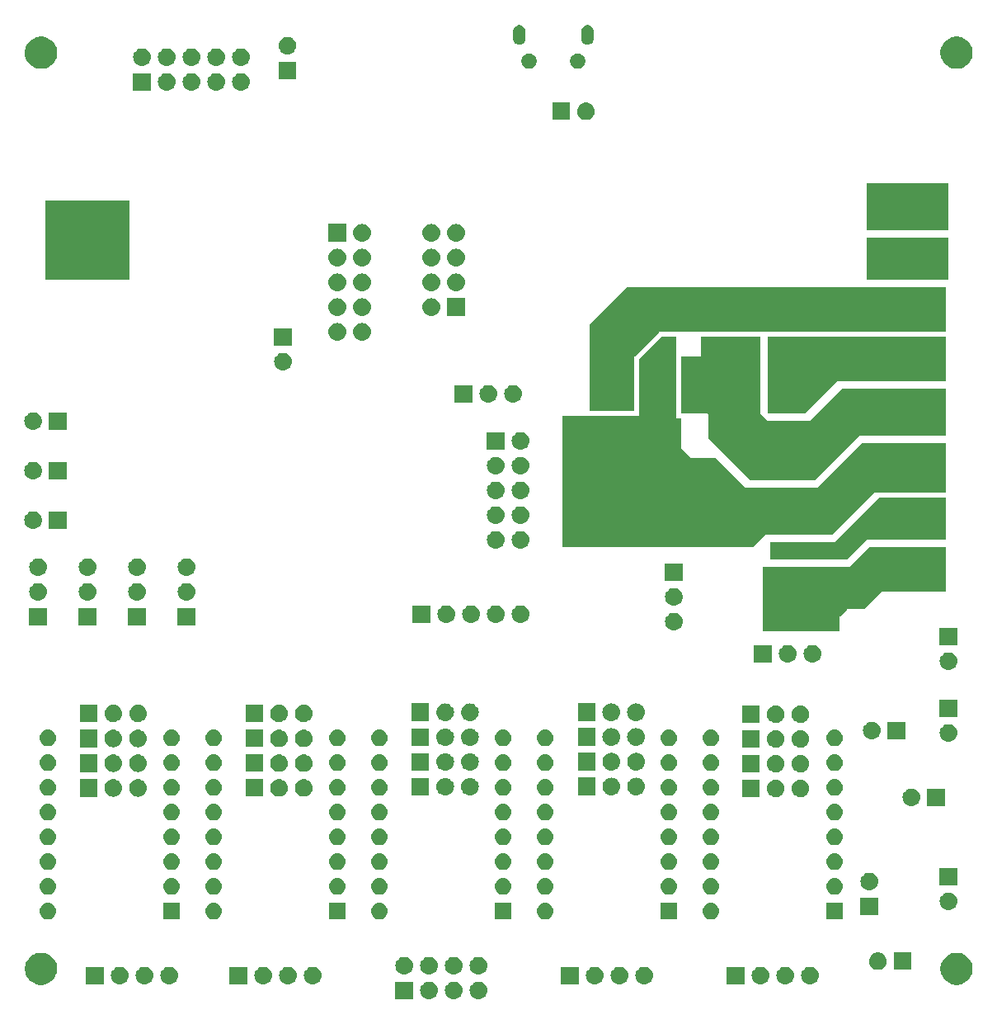
<source format=gbs>
G04 #@! TF.GenerationSoftware,KiCad,Pcbnew,5.0.2-bee76a0~70~ubuntu18.04.1*
G04 #@! TF.CreationDate,2019-07-27T20:10:28+09:00*
G04 #@! TF.ProjectId,MRR_ESPE,4d52525f-4553-4504-952e-6b696361645f,v0.4*
G04 #@! TF.SameCoordinates,Original*
G04 #@! TF.FileFunction,Soldermask,Bot*
G04 #@! TF.FilePolarity,Negative*
%FSLAX46Y46*%
G04 Gerber Fmt 4.6, Leading zero omitted, Abs format (unit mm)*
G04 Created by KiCad (PCBNEW 5.0.2-bee76a0~70~ubuntu18.04.1) date Sat 27 Jul 2019 08:10:28 PM JST*
%MOMM*%
%LPD*%
G01*
G04 APERTURE LIST*
%ADD10C,0.100000*%
G04 APERTURE END LIST*
D10*
G36*
X89010443Y-139313519D02*
X89076627Y-139320037D01*
X89189853Y-139354384D01*
X89246467Y-139371557D01*
X89368485Y-139436778D01*
X89402991Y-139455222D01*
X89438729Y-139484552D01*
X89540186Y-139567814D01*
X89608454Y-139651000D01*
X89652778Y-139705009D01*
X89652779Y-139705011D01*
X89736443Y-139861533D01*
X89736443Y-139861534D01*
X89787963Y-140031373D01*
X89805359Y-140208000D01*
X89787963Y-140384627D01*
X89753616Y-140497853D01*
X89736443Y-140554467D01*
X89662348Y-140693087D01*
X89652778Y-140710991D01*
X89623448Y-140746729D01*
X89540186Y-140848186D01*
X89438729Y-140931448D01*
X89402991Y-140960778D01*
X89402989Y-140960779D01*
X89246467Y-141044443D01*
X89189853Y-141061616D01*
X89076627Y-141095963D01*
X89010443Y-141102481D01*
X88944260Y-141109000D01*
X88855740Y-141109000D01*
X88789557Y-141102481D01*
X88723373Y-141095963D01*
X88610147Y-141061616D01*
X88553533Y-141044443D01*
X88397011Y-140960779D01*
X88397009Y-140960778D01*
X88361271Y-140931448D01*
X88259814Y-140848186D01*
X88176552Y-140746729D01*
X88147222Y-140710991D01*
X88137652Y-140693087D01*
X88063557Y-140554467D01*
X88046384Y-140497853D01*
X88012037Y-140384627D01*
X87994641Y-140208000D01*
X88012037Y-140031373D01*
X88063557Y-139861534D01*
X88063557Y-139861533D01*
X88147221Y-139705011D01*
X88147222Y-139705009D01*
X88191546Y-139651000D01*
X88259814Y-139567814D01*
X88361271Y-139484552D01*
X88397009Y-139455222D01*
X88431515Y-139436778D01*
X88553533Y-139371557D01*
X88610147Y-139354384D01*
X88723373Y-139320037D01*
X88789557Y-139313519D01*
X88855740Y-139307000D01*
X88944260Y-139307000D01*
X89010443Y-139313519D01*
X89010443Y-139313519D01*
G37*
G36*
X86470443Y-139313519D02*
X86536627Y-139320037D01*
X86649853Y-139354384D01*
X86706467Y-139371557D01*
X86828485Y-139436778D01*
X86862991Y-139455222D01*
X86898729Y-139484552D01*
X87000186Y-139567814D01*
X87068454Y-139651000D01*
X87112778Y-139705009D01*
X87112779Y-139705011D01*
X87196443Y-139861533D01*
X87196443Y-139861534D01*
X87247963Y-140031373D01*
X87265359Y-140208000D01*
X87247963Y-140384627D01*
X87213616Y-140497853D01*
X87196443Y-140554467D01*
X87122348Y-140693087D01*
X87112778Y-140710991D01*
X87083448Y-140746729D01*
X87000186Y-140848186D01*
X86898729Y-140931448D01*
X86862991Y-140960778D01*
X86862989Y-140960779D01*
X86706467Y-141044443D01*
X86649853Y-141061616D01*
X86536627Y-141095963D01*
X86470443Y-141102481D01*
X86404260Y-141109000D01*
X86315740Y-141109000D01*
X86249557Y-141102481D01*
X86183373Y-141095963D01*
X86070147Y-141061616D01*
X86013533Y-141044443D01*
X85857011Y-140960779D01*
X85857009Y-140960778D01*
X85821271Y-140931448D01*
X85719814Y-140848186D01*
X85636552Y-140746729D01*
X85607222Y-140710991D01*
X85597652Y-140693087D01*
X85523557Y-140554467D01*
X85506384Y-140497853D01*
X85472037Y-140384627D01*
X85454641Y-140208000D01*
X85472037Y-140031373D01*
X85523557Y-139861534D01*
X85523557Y-139861533D01*
X85607221Y-139705011D01*
X85607222Y-139705009D01*
X85651546Y-139651000D01*
X85719814Y-139567814D01*
X85821271Y-139484552D01*
X85857009Y-139455222D01*
X85891515Y-139436778D01*
X86013533Y-139371557D01*
X86070147Y-139354384D01*
X86183373Y-139320037D01*
X86249557Y-139313519D01*
X86315740Y-139307000D01*
X86404260Y-139307000D01*
X86470443Y-139313519D01*
X86470443Y-139313519D01*
G37*
G36*
X82181000Y-141109000D02*
X80379000Y-141109000D01*
X80379000Y-139307000D01*
X82181000Y-139307000D01*
X82181000Y-141109000D01*
X82181000Y-141109000D01*
G37*
G36*
X83930443Y-139313519D02*
X83996627Y-139320037D01*
X84109853Y-139354384D01*
X84166467Y-139371557D01*
X84288485Y-139436778D01*
X84322991Y-139455222D01*
X84358729Y-139484552D01*
X84460186Y-139567814D01*
X84528454Y-139651000D01*
X84572778Y-139705009D01*
X84572779Y-139705011D01*
X84656443Y-139861533D01*
X84656443Y-139861534D01*
X84707963Y-140031373D01*
X84725359Y-140208000D01*
X84707963Y-140384627D01*
X84673616Y-140497853D01*
X84656443Y-140554467D01*
X84582348Y-140693087D01*
X84572778Y-140710991D01*
X84543448Y-140746729D01*
X84460186Y-140848186D01*
X84358729Y-140931448D01*
X84322991Y-140960778D01*
X84322989Y-140960779D01*
X84166467Y-141044443D01*
X84109853Y-141061616D01*
X83996627Y-141095963D01*
X83930443Y-141102481D01*
X83864260Y-141109000D01*
X83775740Y-141109000D01*
X83709557Y-141102481D01*
X83643373Y-141095963D01*
X83530147Y-141061616D01*
X83473533Y-141044443D01*
X83317011Y-140960779D01*
X83317009Y-140960778D01*
X83281271Y-140931448D01*
X83179814Y-140848186D01*
X83096552Y-140746729D01*
X83067222Y-140710991D01*
X83057652Y-140693087D01*
X82983557Y-140554467D01*
X82966384Y-140497853D01*
X82932037Y-140384627D01*
X82914641Y-140208000D01*
X82932037Y-140031373D01*
X82983557Y-139861534D01*
X82983557Y-139861533D01*
X83067221Y-139705011D01*
X83067222Y-139705009D01*
X83111546Y-139651000D01*
X83179814Y-139567814D01*
X83281271Y-139484552D01*
X83317009Y-139455222D01*
X83351515Y-139436778D01*
X83473533Y-139371557D01*
X83530147Y-139354384D01*
X83643373Y-139320037D01*
X83709557Y-139313519D01*
X83775740Y-139307000D01*
X83864260Y-139307000D01*
X83930443Y-139313519D01*
X83930443Y-139313519D01*
G37*
G36*
X44375256Y-136391298D02*
X44481579Y-136412447D01*
X44782042Y-136536903D01*
X44809401Y-136555184D01*
X45052454Y-136717587D01*
X45282413Y-136947546D01*
X45282415Y-136947549D01*
X45463097Y-137217958D01*
X45587553Y-137518421D01*
X45608702Y-137624744D01*
X45651000Y-137837389D01*
X45651000Y-138162611D01*
X45616205Y-138337534D01*
X45587553Y-138481579D01*
X45576868Y-138507375D01*
X45463098Y-138782040D01*
X45282413Y-139052454D01*
X45052454Y-139282413D01*
X45052451Y-139282415D01*
X44782042Y-139463097D01*
X44481579Y-139587553D01*
X44375256Y-139608702D01*
X44162611Y-139651000D01*
X43837389Y-139651000D01*
X43624744Y-139608702D01*
X43518421Y-139587553D01*
X43217958Y-139463097D01*
X42947549Y-139282415D01*
X42947546Y-139282413D01*
X42717587Y-139052454D01*
X42536902Y-138782040D01*
X42423132Y-138507375D01*
X42412447Y-138481579D01*
X42383795Y-138337534D01*
X42349000Y-138162611D01*
X42349000Y-137837389D01*
X42391298Y-137624744D01*
X42412447Y-137518421D01*
X42536903Y-137217958D01*
X42717585Y-136947549D01*
X42717587Y-136947546D01*
X42947546Y-136717587D01*
X43190599Y-136555184D01*
X43217958Y-136536903D01*
X43518421Y-136412447D01*
X43624744Y-136391298D01*
X43837389Y-136349000D01*
X44162611Y-136349000D01*
X44375256Y-136391298D01*
X44375256Y-136391298D01*
G37*
G36*
X138375256Y-136391298D02*
X138481579Y-136412447D01*
X138782042Y-136536903D01*
X138809401Y-136555184D01*
X139052454Y-136717587D01*
X139282413Y-136947546D01*
X139282415Y-136947549D01*
X139463097Y-137217958D01*
X139587553Y-137518421D01*
X139608702Y-137624744D01*
X139651000Y-137837389D01*
X139651000Y-138162611D01*
X139616205Y-138337534D01*
X139587553Y-138481579D01*
X139576868Y-138507375D01*
X139463098Y-138782040D01*
X139282413Y-139052454D01*
X139052454Y-139282413D01*
X139052451Y-139282415D01*
X138782042Y-139463097D01*
X138481579Y-139587553D01*
X138375256Y-139608702D01*
X138162611Y-139651000D01*
X137837389Y-139651000D01*
X137624744Y-139608702D01*
X137518421Y-139587553D01*
X137217958Y-139463097D01*
X136947549Y-139282415D01*
X136947546Y-139282413D01*
X136717587Y-139052454D01*
X136536902Y-138782040D01*
X136423132Y-138507375D01*
X136412447Y-138481579D01*
X136383795Y-138337534D01*
X136349000Y-138162611D01*
X136349000Y-137837389D01*
X136391298Y-137624744D01*
X136412447Y-137518421D01*
X136536903Y-137217958D01*
X136717585Y-136947549D01*
X136717587Y-136947546D01*
X136947546Y-136717587D01*
X137190599Y-136555184D01*
X137217958Y-136536903D01*
X137518421Y-136412447D01*
X137624744Y-136391298D01*
X137837389Y-136349000D01*
X138162611Y-136349000D01*
X138375256Y-136391298D01*
X138375256Y-136391298D01*
G37*
G36*
X120506443Y-137789519D02*
X120572627Y-137796037D01*
X120685853Y-137830384D01*
X120742467Y-137847557D01*
X120881087Y-137921652D01*
X120898991Y-137931222D01*
X120919614Y-137948147D01*
X121036186Y-138043814D01*
X121119448Y-138145271D01*
X121148778Y-138181009D01*
X121148779Y-138181011D01*
X121232443Y-138337533D01*
X121232443Y-138337534D01*
X121283963Y-138507373D01*
X121301359Y-138684000D01*
X121283963Y-138860627D01*
X121249616Y-138973853D01*
X121232443Y-139030467D01*
X121158348Y-139169087D01*
X121148778Y-139186991D01*
X121119448Y-139222729D01*
X121036186Y-139324186D01*
X120934729Y-139407448D01*
X120898991Y-139436778D01*
X120898989Y-139436779D01*
X120742467Y-139520443D01*
X120685853Y-139537616D01*
X120572627Y-139571963D01*
X120506443Y-139578481D01*
X120440260Y-139585000D01*
X120351740Y-139585000D01*
X120285557Y-139578481D01*
X120219373Y-139571963D01*
X120106147Y-139537616D01*
X120049533Y-139520443D01*
X119893011Y-139436779D01*
X119893009Y-139436778D01*
X119857271Y-139407448D01*
X119755814Y-139324186D01*
X119672552Y-139222729D01*
X119643222Y-139186991D01*
X119633652Y-139169087D01*
X119559557Y-139030467D01*
X119542384Y-138973853D01*
X119508037Y-138860627D01*
X119490641Y-138684000D01*
X119508037Y-138507373D01*
X119559557Y-138337534D01*
X119559557Y-138337533D01*
X119643221Y-138181011D01*
X119643222Y-138181009D01*
X119672552Y-138145271D01*
X119755814Y-138043814D01*
X119872386Y-137948147D01*
X119893009Y-137931222D01*
X119910913Y-137921652D01*
X120049533Y-137847557D01*
X120106147Y-137830384D01*
X120219373Y-137796037D01*
X120285557Y-137789519D01*
X120351740Y-137783000D01*
X120440260Y-137783000D01*
X120506443Y-137789519D01*
X120506443Y-137789519D01*
G37*
G36*
X117966443Y-137789519D02*
X118032627Y-137796037D01*
X118145853Y-137830384D01*
X118202467Y-137847557D01*
X118341087Y-137921652D01*
X118358991Y-137931222D01*
X118379614Y-137948147D01*
X118496186Y-138043814D01*
X118579448Y-138145271D01*
X118608778Y-138181009D01*
X118608779Y-138181011D01*
X118692443Y-138337533D01*
X118692443Y-138337534D01*
X118743963Y-138507373D01*
X118761359Y-138684000D01*
X118743963Y-138860627D01*
X118709616Y-138973853D01*
X118692443Y-139030467D01*
X118618348Y-139169087D01*
X118608778Y-139186991D01*
X118579448Y-139222729D01*
X118496186Y-139324186D01*
X118394729Y-139407448D01*
X118358991Y-139436778D01*
X118358989Y-139436779D01*
X118202467Y-139520443D01*
X118145853Y-139537616D01*
X118032627Y-139571963D01*
X117966443Y-139578481D01*
X117900260Y-139585000D01*
X117811740Y-139585000D01*
X117745557Y-139578481D01*
X117679373Y-139571963D01*
X117566147Y-139537616D01*
X117509533Y-139520443D01*
X117353011Y-139436779D01*
X117353009Y-139436778D01*
X117317271Y-139407448D01*
X117215814Y-139324186D01*
X117132552Y-139222729D01*
X117103222Y-139186991D01*
X117093652Y-139169087D01*
X117019557Y-139030467D01*
X117002384Y-138973853D01*
X116968037Y-138860627D01*
X116950641Y-138684000D01*
X116968037Y-138507373D01*
X117019557Y-138337534D01*
X117019557Y-138337533D01*
X117103221Y-138181011D01*
X117103222Y-138181009D01*
X117132552Y-138145271D01*
X117215814Y-138043814D01*
X117332386Y-137948147D01*
X117353009Y-137931222D01*
X117370913Y-137921652D01*
X117509533Y-137847557D01*
X117566147Y-137830384D01*
X117679373Y-137796037D01*
X117745557Y-137789519D01*
X117811740Y-137783000D01*
X117900260Y-137783000D01*
X117966443Y-137789519D01*
X117966443Y-137789519D01*
G37*
G36*
X116217000Y-139585000D02*
X114415000Y-139585000D01*
X114415000Y-137783000D01*
X116217000Y-137783000D01*
X116217000Y-139585000D01*
X116217000Y-139585000D01*
G37*
G36*
X57260443Y-137789519D02*
X57326627Y-137796037D01*
X57439853Y-137830384D01*
X57496467Y-137847557D01*
X57635087Y-137921652D01*
X57652991Y-137931222D01*
X57673614Y-137948147D01*
X57790186Y-138043814D01*
X57873448Y-138145271D01*
X57902778Y-138181009D01*
X57902779Y-138181011D01*
X57986443Y-138337533D01*
X57986443Y-138337534D01*
X58037963Y-138507373D01*
X58055359Y-138684000D01*
X58037963Y-138860627D01*
X58003616Y-138973853D01*
X57986443Y-139030467D01*
X57912348Y-139169087D01*
X57902778Y-139186991D01*
X57873448Y-139222729D01*
X57790186Y-139324186D01*
X57688729Y-139407448D01*
X57652991Y-139436778D01*
X57652989Y-139436779D01*
X57496467Y-139520443D01*
X57439853Y-139537616D01*
X57326627Y-139571963D01*
X57260443Y-139578481D01*
X57194260Y-139585000D01*
X57105740Y-139585000D01*
X57039557Y-139578481D01*
X56973373Y-139571963D01*
X56860147Y-139537616D01*
X56803533Y-139520443D01*
X56647011Y-139436779D01*
X56647009Y-139436778D01*
X56611271Y-139407448D01*
X56509814Y-139324186D01*
X56426552Y-139222729D01*
X56397222Y-139186991D01*
X56387652Y-139169087D01*
X56313557Y-139030467D01*
X56296384Y-138973853D01*
X56262037Y-138860627D01*
X56244641Y-138684000D01*
X56262037Y-138507373D01*
X56313557Y-138337534D01*
X56313557Y-138337533D01*
X56397221Y-138181011D01*
X56397222Y-138181009D01*
X56426552Y-138145271D01*
X56509814Y-138043814D01*
X56626386Y-137948147D01*
X56647009Y-137931222D01*
X56664913Y-137921652D01*
X56803533Y-137847557D01*
X56860147Y-137830384D01*
X56973373Y-137796037D01*
X57039557Y-137789519D01*
X57105740Y-137783000D01*
X57194260Y-137783000D01*
X57260443Y-137789519D01*
X57260443Y-137789519D01*
G37*
G36*
X52180443Y-137789519D02*
X52246627Y-137796037D01*
X52359853Y-137830384D01*
X52416467Y-137847557D01*
X52555087Y-137921652D01*
X52572991Y-137931222D01*
X52593614Y-137948147D01*
X52710186Y-138043814D01*
X52793448Y-138145271D01*
X52822778Y-138181009D01*
X52822779Y-138181011D01*
X52906443Y-138337533D01*
X52906443Y-138337534D01*
X52957963Y-138507373D01*
X52975359Y-138684000D01*
X52957963Y-138860627D01*
X52923616Y-138973853D01*
X52906443Y-139030467D01*
X52832348Y-139169087D01*
X52822778Y-139186991D01*
X52793448Y-139222729D01*
X52710186Y-139324186D01*
X52608729Y-139407448D01*
X52572991Y-139436778D01*
X52572989Y-139436779D01*
X52416467Y-139520443D01*
X52359853Y-139537616D01*
X52246627Y-139571963D01*
X52180443Y-139578481D01*
X52114260Y-139585000D01*
X52025740Y-139585000D01*
X51959557Y-139578481D01*
X51893373Y-139571963D01*
X51780147Y-139537616D01*
X51723533Y-139520443D01*
X51567011Y-139436779D01*
X51567009Y-139436778D01*
X51531271Y-139407448D01*
X51429814Y-139324186D01*
X51346552Y-139222729D01*
X51317222Y-139186991D01*
X51307652Y-139169087D01*
X51233557Y-139030467D01*
X51216384Y-138973853D01*
X51182037Y-138860627D01*
X51164641Y-138684000D01*
X51182037Y-138507373D01*
X51233557Y-138337534D01*
X51233557Y-138337533D01*
X51317221Y-138181011D01*
X51317222Y-138181009D01*
X51346552Y-138145271D01*
X51429814Y-138043814D01*
X51546386Y-137948147D01*
X51567009Y-137931222D01*
X51584913Y-137921652D01*
X51723533Y-137847557D01*
X51780147Y-137830384D01*
X51893373Y-137796037D01*
X51959557Y-137789519D01*
X52025740Y-137783000D01*
X52114260Y-137783000D01*
X52180443Y-137789519D01*
X52180443Y-137789519D01*
G37*
G36*
X50431000Y-139585000D02*
X48629000Y-139585000D01*
X48629000Y-137783000D01*
X50431000Y-137783000D01*
X50431000Y-139585000D01*
X50431000Y-139585000D01*
G37*
G36*
X71992443Y-137789519D02*
X72058627Y-137796037D01*
X72171853Y-137830384D01*
X72228467Y-137847557D01*
X72367087Y-137921652D01*
X72384991Y-137931222D01*
X72405614Y-137948147D01*
X72522186Y-138043814D01*
X72605448Y-138145271D01*
X72634778Y-138181009D01*
X72634779Y-138181011D01*
X72718443Y-138337533D01*
X72718443Y-138337534D01*
X72769963Y-138507373D01*
X72787359Y-138684000D01*
X72769963Y-138860627D01*
X72735616Y-138973853D01*
X72718443Y-139030467D01*
X72644348Y-139169087D01*
X72634778Y-139186991D01*
X72605448Y-139222729D01*
X72522186Y-139324186D01*
X72420729Y-139407448D01*
X72384991Y-139436778D01*
X72384989Y-139436779D01*
X72228467Y-139520443D01*
X72171853Y-139537616D01*
X72058627Y-139571963D01*
X71992443Y-139578481D01*
X71926260Y-139585000D01*
X71837740Y-139585000D01*
X71771557Y-139578481D01*
X71705373Y-139571963D01*
X71592147Y-139537616D01*
X71535533Y-139520443D01*
X71379011Y-139436779D01*
X71379009Y-139436778D01*
X71343271Y-139407448D01*
X71241814Y-139324186D01*
X71158552Y-139222729D01*
X71129222Y-139186991D01*
X71119652Y-139169087D01*
X71045557Y-139030467D01*
X71028384Y-138973853D01*
X70994037Y-138860627D01*
X70976641Y-138684000D01*
X70994037Y-138507373D01*
X71045557Y-138337534D01*
X71045557Y-138337533D01*
X71129221Y-138181011D01*
X71129222Y-138181009D01*
X71158552Y-138145271D01*
X71241814Y-138043814D01*
X71358386Y-137948147D01*
X71379009Y-137931222D01*
X71396913Y-137921652D01*
X71535533Y-137847557D01*
X71592147Y-137830384D01*
X71705373Y-137796037D01*
X71771557Y-137789519D01*
X71837740Y-137783000D01*
X71926260Y-137783000D01*
X71992443Y-137789519D01*
X71992443Y-137789519D01*
G37*
G36*
X69452443Y-137789519D02*
X69518627Y-137796037D01*
X69631853Y-137830384D01*
X69688467Y-137847557D01*
X69827087Y-137921652D01*
X69844991Y-137931222D01*
X69865614Y-137948147D01*
X69982186Y-138043814D01*
X70065448Y-138145271D01*
X70094778Y-138181009D01*
X70094779Y-138181011D01*
X70178443Y-138337533D01*
X70178443Y-138337534D01*
X70229963Y-138507373D01*
X70247359Y-138684000D01*
X70229963Y-138860627D01*
X70195616Y-138973853D01*
X70178443Y-139030467D01*
X70104348Y-139169087D01*
X70094778Y-139186991D01*
X70065448Y-139222729D01*
X69982186Y-139324186D01*
X69880729Y-139407448D01*
X69844991Y-139436778D01*
X69844989Y-139436779D01*
X69688467Y-139520443D01*
X69631853Y-139537616D01*
X69518627Y-139571963D01*
X69452443Y-139578481D01*
X69386260Y-139585000D01*
X69297740Y-139585000D01*
X69231557Y-139578481D01*
X69165373Y-139571963D01*
X69052147Y-139537616D01*
X68995533Y-139520443D01*
X68839011Y-139436779D01*
X68839009Y-139436778D01*
X68803271Y-139407448D01*
X68701814Y-139324186D01*
X68618552Y-139222729D01*
X68589222Y-139186991D01*
X68579652Y-139169087D01*
X68505557Y-139030467D01*
X68488384Y-138973853D01*
X68454037Y-138860627D01*
X68436641Y-138684000D01*
X68454037Y-138507373D01*
X68505557Y-138337534D01*
X68505557Y-138337533D01*
X68589221Y-138181011D01*
X68589222Y-138181009D01*
X68618552Y-138145271D01*
X68701814Y-138043814D01*
X68818386Y-137948147D01*
X68839009Y-137931222D01*
X68856913Y-137921652D01*
X68995533Y-137847557D01*
X69052147Y-137830384D01*
X69165373Y-137796037D01*
X69231557Y-137789519D01*
X69297740Y-137783000D01*
X69386260Y-137783000D01*
X69452443Y-137789519D01*
X69452443Y-137789519D01*
G37*
G36*
X65163000Y-139585000D02*
X63361000Y-139585000D01*
X63361000Y-137783000D01*
X65163000Y-137783000D01*
X65163000Y-139585000D01*
X65163000Y-139585000D01*
G37*
G36*
X106028443Y-137789519D02*
X106094627Y-137796037D01*
X106207853Y-137830384D01*
X106264467Y-137847557D01*
X106403087Y-137921652D01*
X106420991Y-137931222D01*
X106441614Y-137948147D01*
X106558186Y-138043814D01*
X106641448Y-138145271D01*
X106670778Y-138181009D01*
X106670779Y-138181011D01*
X106754443Y-138337533D01*
X106754443Y-138337534D01*
X106805963Y-138507373D01*
X106823359Y-138684000D01*
X106805963Y-138860627D01*
X106771616Y-138973853D01*
X106754443Y-139030467D01*
X106680348Y-139169087D01*
X106670778Y-139186991D01*
X106641448Y-139222729D01*
X106558186Y-139324186D01*
X106456729Y-139407448D01*
X106420991Y-139436778D01*
X106420989Y-139436779D01*
X106264467Y-139520443D01*
X106207853Y-139537616D01*
X106094627Y-139571963D01*
X106028443Y-139578481D01*
X105962260Y-139585000D01*
X105873740Y-139585000D01*
X105807557Y-139578481D01*
X105741373Y-139571963D01*
X105628147Y-139537616D01*
X105571533Y-139520443D01*
X105415011Y-139436779D01*
X105415009Y-139436778D01*
X105379271Y-139407448D01*
X105277814Y-139324186D01*
X105194552Y-139222729D01*
X105165222Y-139186991D01*
X105155652Y-139169087D01*
X105081557Y-139030467D01*
X105064384Y-138973853D01*
X105030037Y-138860627D01*
X105012641Y-138684000D01*
X105030037Y-138507373D01*
X105081557Y-138337534D01*
X105081557Y-138337533D01*
X105165221Y-138181011D01*
X105165222Y-138181009D01*
X105194552Y-138145271D01*
X105277814Y-138043814D01*
X105394386Y-137948147D01*
X105415009Y-137931222D01*
X105432913Y-137921652D01*
X105571533Y-137847557D01*
X105628147Y-137830384D01*
X105741373Y-137796037D01*
X105807557Y-137789519D01*
X105873740Y-137783000D01*
X105962260Y-137783000D01*
X106028443Y-137789519D01*
X106028443Y-137789519D01*
G37*
G36*
X103488443Y-137789519D02*
X103554627Y-137796037D01*
X103667853Y-137830384D01*
X103724467Y-137847557D01*
X103863087Y-137921652D01*
X103880991Y-137931222D01*
X103901614Y-137948147D01*
X104018186Y-138043814D01*
X104101448Y-138145271D01*
X104130778Y-138181009D01*
X104130779Y-138181011D01*
X104214443Y-138337533D01*
X104214443Y-138337534D01*
X104265963Y-138507373D01*
X104283359Y-138684000D01*
X104265963Y-138860627D01*
X104231616Y-138973853D01*
X104214443Y-139030467D01*
X104140348Y-139169087D01*
X104130778Y-139186991D01*
X104101448Y-139222729D01*
X104018186Y-139324186D01*
X103916729Y-139407448D01*
X103880991Y-139436778D01*
X103880989Y-139436779D01*
X103724467Y-139520443D01*
X103667853Y-139537616D01*
X103554627Y-139571963D01*
X103488443Y-139578481D01*
X103422260Y-139585000D01*
X103333740Y-139585000D01*
X103267557Y-139578481D01*
X103201373Y-139571963D01*
X103088147Y-139537616D01*
X103031533Y-139520443D01*
X102875011Y-139436779D01*
X102875009Y-139436778D01*
X102839271Y-139407448D01*
X102737814Y-139324186D01*
X102654552Y-139222729D01*
X102625222Y-139186991D01*
X102615652Y-139169087D01*
X102541557Y-139030467D01*
X102524384Y-138973853D01*
X102490037Y-138860627D01*
X102472641Y-138684000D01*
X102490037Y-138507373D01*
X102541557Y-138337534D01*
X102541557Y-138337533D01*
X102625221Y-138181011D01*
X102625222Y-138181009D01*
X102654552Y-138145271D01*
X102737814Y-138043814D01*
X102854386Y-137948147D01*
X102875009Y-137931222D01*
X102892913Y-137921652D01*
X103031533Y-137847557D01*
X103088147Y-137830384D01*
X103201373Y-137796037D01*
X103267557Y-137789519D01*
X103333740Y-137783000D01*
X103422260Y-137783000D01*
X103488443Y-137789519D01*
X103488443Y-137789519D01*
G37*
G36*
X54720443Y-137789519D02*
X54786627Y-137796037D01*
X54899853Y-137830384D01*
X54956467Y-137847557D01*
X55095087Y-137921652D01*
X55112991Y-137931222D01*
X55133614Y-137948147D01*
X55250186Y-138043814D01*
X55333448Y-138145271D01*
X55362778Y-138181009D01*
X55362779Y-138181011D01*
X55446443Y-138337533D01*
X55446443Y-138337534D01*
X55497963Y-138507373D01*
X55515359Y-138684000D01*
X55497963Y-138860627D01*
X55463616Y-138973853D01*
X55446443Y-139030467D01*
X55372348Y-139169087D01*
X55362778Y-139186991D01*
X55333448Y-139222729D01*
X55250186Y-139324186D01*
X55148729Y-139407448D01*
X55112991Y-139436778D01*
X55112989Y-139436779D01*
X54956467Y-139520443D01*
X54899853Y-139537616D01*
X54786627Y-139571963D01*
X54720443Y-139578481D01*
X54654260Y-139585000D01*
X54565740Y-139585000D01*
X54499557Y-139578481D01*
X54433373Y-139571963D01*
X54320147Y-139537616D01*
X54263533Y-139520443D01*
X54107011Y-139436779D01*
X54107009Y-139436778D01*
X54071271Y-139407448D01*
X53969814Y-139324186D01*
X53886552Y-139222729D01*
X53857222Y-139186991D01*
X53847652Y-139169087D01*
X53773557Y-139030467D01*
X53756384Y-138973853D01*
X53722037Y-138860627D01*
X53704641Y-138684000D01*
X53722037Y-138507373D01*
X53773557Y-138337534D01*
X53773557Y-138337533D01*
X53857221Y-138181011D01*
X53857222Y-138181009D01*
X53886552Y-138145271D01*
X53969814Y-138043814D01*
X54086386Y-137948147D01*
X54107009Y-137931222D01*
X54124913Y-137921652D01*
X54263533Y-137847557D01*
X54320147Y-137830384D01*
X54433373Y-137796037D01*
X54499557Y-137789519D01*
X54565740Y-137783000D01*
X54654260Y-137783000D01*
X54720443Y-137789519D01*
X54720443Y-137789519D01*
G37*
G36*
X100948443Y-137789519D02*
X101014627Y-137796037D01*
X101127853Y-137830384D01*
X101184467Y-137847557D01*
X101323087Y-137921652D01*
X101340991Y-137931222D01*
X101361614Y-137948147D01*
X101478186Y-138043814D01*
X101561448Y-138145271D01*
X101590778Y-138181009D01*
X101590779Y-138181011D01*
X101674443Y-138337533D01*
X101674443Y-138337534D01*
X101725963Y-138507373D01*
X101743359Y-138684000D01*
X101725963Y-138860627D01*
X101691616Y-138973853D01*
X101674443Y-139030467D01*
X101600348Y-139169087D01*
X101590778Y-139186991D01*
X101561448Y-139222729D01*
X101478186Y-139324186D01*
X101376729Y-139407448D01*
X101340991Y-139436778D01*
X101340989Y-139436779D01*
X101184467Y-139520443D01*
X101127853Y-139537616D01*
X101014627Y-139571963D01*
X100948443Y-139578481D01*
X100882260Y-139585000D01*
X100793740Y-139585000D01*
X100727557Y-139578481D01*
X100661373Y-139571963D01*
X100548147Y-139537616D01*
X100491533Y-139520443D01*
X100335011Y-139436779D01*
X100335009Y-139436778D01*
X100299271Y-139407448D01*
X100197814Y-139324186D01*
X100114552Y-139222729D01*
X100085222Y-139186991D01*
X100075652Y-139169087D01*
X100001557Y-139030467D01*
X99984384Y-138973853D01*
X99950037Y-138860627D01*
X99932641Y-138684000D01*
X99950037Y-138507373D01*
X100001557Y-138337534D01*
X100001557Y-138337533D01*
X100085221Y-138181011D01*
X100085222Y-138181009D01*
X100114552Y-138145271D01*
X100197814Y-138043814D01*
X100314386Y-137948147D01*
X100335009Y-137931222D01*
X100352913Y-137921652D01*
X100491533Y-137847557D01*
X100548147Y-137830384D01*
X100661373Y-137796037D01*
X100727557Y-137789519D01*
X100793740Y-137783000D01*
X100882260Y-137783000D01*
X100948443Y-137789519D01*
X100948443Y-137789519D01*
G37*
G36*
X99199000Y-139585000D02*
X97397000Y-139585000D01*
X97397000Y-137783000D01*
X99199000Y-137783000D01*
X99199000Y-139585000D01*
X99199000Y-139585000D01*
G37*
G36*
X123046443Y-137789519D02*
X123112627Y-137796037D01*
X123225853Y-137830384D01*
X123282467Y-137847557D01*
X123421087Y-137921652D01*
X123438991Y-137931222D01*
X123459614Y-137948147D01*
X123576186Y-138043814D01*
X123659448Y-138145271D01*
X123688778Y-138181009D01*
X123688779Y-138181011D01*
X123772443Y-138337533D01*
X123772443Y-138337534D01*
X123823963Y-138507373D01*
X123841359Y-138684000D01*
X123823963Y-138860627D01*
X123789616Y-138973853D01*
X123772443Y-139030467D01*
X123698348Y-139169087D01*
X123688778Y-139186991D01*
X123659448Y-139222729D01*
X123576186Y-139324186D01*
X123474729Y-139407448D01*
X123438991Y-139436778D01*
X123438989Y-139436779D01*
X123282467Y-139520443D01*
X123225853Y-139537616D01*
X123112627Y-139571963D01*
X123046443Y-139578481D01*
X122980260Y-139585000D01*
X122891740Y-139585000D01*
X122825557Y-139578481D01*
X122759373Y-139571963D01*
X122646147Y-139537616D01*
X122589533Y-139520443D01*
X122433011Y-139436779D01*
X122433009Y-139436778D01*
X122397271Y-139407448D01*
X122295814Y-139324186D01*
X122212552Y-139222729D01*
X122183222Y-139186991D01*
X122173652Y-139169087D01*
X122099557Y-139030467D01*
X122082384Y-138973853D01*
X122048037Y-138860627D01*
X122030641Y-138684000D01*
X122048037Y-138507373D01*
X122099557Y-138337534D01*
X122099557Y-138337533D01*
X122183221Y-138181011D01*
X122183222Y-138181009D01*
X122212552Y-138145271D01*
X122295814Y-138043814D01*
X122412386Y-137948147D01*
X122433009Y-137931222D01*
X122450913Y-137921652D01*
X122589533Y-137847557D01*
X122646147Y-137830384D01*
X122759373Y-137796037D01*
X122825557Y-137789519D01*
X122891740Y-137783000D01*
X122980260Y-137783000D01*
X123046443Y-137789519D01*
X123046443Y-137789519D01*
G37*
G36*
X66912443Y-137789519D02*
X66978627Y-137796037D01*
X67091853Y-137830384D01*
X67148467Y-137847557D01*
X67287087Y-137921652D01*
X67304991Y-137931222D01*
X67325614Y-137948147D01*
X67442186Y-138043814D01*
X67525448Y-138145271D01*
X67554778Y-138181009D01*
X67554779Y-138181011D01*
X67638443Y-138337533D01*
X67638443Y-138337534D01*
X67689963Y-138507373D01*
X67707359Y-138684000D01*
X67689963Y-138860627D01*
X67655616Y-138973853D01*
X67638443Y-139030467D01*
X67564348Y-139169087D01*
X67554778Y-139186991D01*
X67525448Y-139222729D01*
X67442186Y-139324186D01*
X67340729Y-139407448D01*
X67304991Y-139436778D01*
X67304989Y-139436779D01*
X67148467Y-139520443D01*
X67091853Y-139537616D01*
X66978627Y-139571963D01*
X66912443Y-139578481D01*
X66846260Y-139585000D01*
X66757740Y-139585000D01*
X66691557Y-139578481D01*
X66625373Y-139571963D01*
X66512147Y-139537616D01*
X66455533Y-139520443D01*
X66299011Y-139436779D01*
X66299009Y-139436778D01*
X66263271Y-139407448D01*
X66161814Y-139324186D01*
X66078552Y-139222729D01*
X66049222Y-139186991D01*
X66039652Y-139169087D01*
X65965557Y-139030467D01*
X65948384Y-138973853D01*
X65914037Y-138860627D01*
X65896641Y-138684000D01*
X65914037Y-138507373D01*
X65965557Y-138337534D01*
X65965557Y-138337533D01*
X66049221Y-138181011D01*
X66049222Y-138181009D01*
X66078552Y-138145271D01*
X66161814Y-138043814D01*
X66278386Y-137948147D01*
X66299009Y-137931222D01*
X66316913Y-137921652D01*
X66455533Y-137847557D01*
X66512147Y-137830384D01*
X66625373Y-137796037D01*
X66691557Y-137789519D01*
X66757740Y-137783000D01*
X66846260Y-137783000D01*
X66912443Y-137789519D01*
X66912443Y-137789519D01*
G37*
G36*
X81390442Y-136773518D02*
X81456627Y-136780037D01*
X81569853Y-136814384D01*
X81626467Y-136831557D01*
X81765087Y-136905652D01*
X81782991Y-136915222D01*
X81818729Y-136944552D01*
X81920186Y-137027814D01*
X82003448Y-137129271D01*
X82032778Y-137165009D01*
X82032779Y-137165011D01*
X82116443Y-137321533D01*
X82116443Y-137321534D01*
X82167963Y-137491373D01*
X82185359Y-137668000D01*
X82167963Y-137844627D01*
X82167074Y-137847557D01*
X82116443Y-138014467D01*
X82100756Y-138043814D01*
X82032778Y-138170991D01*
X82003448Y-138206729D01*
X81920186Y-138308186D01*
X81818729Y-138391448D01*
X81782991Y-138420778D01*
X81782989Y-138420779D01*
X81626467Y-138504443D01*
X81569853Y-138521616D01*
X81456627Y-138555963D01*
X81390443Y-138562481D01*
X81324260Y-138569000D01*
X81235740Y-138569000D01*
X81169557Y-138562481D01*
X81103373Y-138555963D01*
X80990147Y-138521616D01*
X80933533Y-138504443D01*
X80777011Y-138420779D01*
X80777009Y-138420778D01*
X80741271Y-138391448D01*
X80639814Y-138308186D01*
X80556552Y-138206729D01*
X80527222Y-138170991D01*
X80459244Y-138043814D01*
X80443557Y-138014467D01*
X80392926Y-137847557D01*
X80392037Y-137844627D01*
X80374641Y-137668000D01*
X80392037Y-137491373D01*
X80443557Y-137321534D01*
X80443557Y-137321533D01*
X80527221Y-137165011D01*
X80527222Y-137165009D01*
X80556552Y-137129271D01*
X80639814Y-137027814D01*
X80741271Y-136944552D01*
X80777009Y-136915222D01*
X80794913Y-136905652D01*
X80933533Y-136831557D01*
X80990147Y-136814384D01*
X81103373Y-136780037D01*
X81169558Y-136773518D01*
X81235740Y-136767000D01*
X81324260Y-136767000D01*
X81390442Y-136773518D01*
X81390442Y-136773518D01*
G37*
G36*
X86470442Y-136773518D02*
X86536627Y-136780037D01*
X86649853Y-136814384D01*
X86706467Y-136831557D01*
X86845087Y-136905652D01*
X86862991Y-136915222D01*
X86898729Y-136944552D01*
X87000186Y-137027814D01*
X87083448Y-137129271D01*
X87112778Y-137165009D01*
X87112779Y-137165011D01*
X87196443Y-137321533D01*
X87196443Y-137321534D01*
X87247963Y-137491373D01*
X87265359Y-137668000D01*
X87247963Y-137844627D01*
X87247074Y-137847557D01*
X87196443Y-138014467D01*
X87180756Y-138043814D01*
X87112778Y-138170991D01*
X87083448Y-138206729D01*
X87000186Y-138308186D01*
X86898729Y-138391448D01*
X86862991Y-138420778D01*
X86862989Y-138420779D01*
X86706467Y-138504443D01*
X86649853Y-138521616D01*
X86536627Y-138555963D01*
X86470443Y-138562481D01*
X86404260Y-138569000D01*
X86315740Y-138569000D01*
X86249557Y-138562481D01*
X86183373Y-138555963D01*
X86070147Y-138521616D01*
X86013533Y-138504443D01*
X85857011Y-138420779D01*
X85857009Y-138420778D01*
X85821271Y-138391448D01*
X85719814Y-138308186D01*
X85636552Y-138206729D01*
X85607222Y-138170991D01*
X85539244Y-138043814D01*
X85523557Y-138014467D01*
X85472926Y-137847557D01*
X85472037Y-137844627D01*
X85454641Y-137668000D01*
X85472037Y-137491373D01*
X85523557Y-137321534D01*
X85523557Y-137321533D01*
X85607221Y-137165011D01*
X85607222Y-137165009D01*
X85636552Y-137129271D01*
X85719814Y-137027814D01*
X85821271Y-136944552D01*
X85857009Y-136915222D01*
X85874913Y-136905652D01*
X86013533Y-136831557D01*
X86070147Y-136814384D01*
X86183373Y-136780037D01*
X86249558Y-136773518D01*
X86315740Y-136767000D01*
X86404260Y-136767000D01*
X86470442Y-136773518D01*
X86470442Y-136773518D01*
G37*
G36*
X83930442Y-136773518D02*
X83996627Y-136780037D01*
X84109853Y-136814384D01*
X84166467Y-136831557D01*
X84305087Y-136905652D01*
X84322991Y-136915222D01*
X84358729Y-136944552D01*
X84460186Y-137027814D01*
X84543448Y-137129271D01*
X84572778Y-137165009D01*
X84572779Y-137165011D01*
X84656443Y-137321533D01*
X84656443Y-137321534D01*
X84707963Y-137491373D01*
X84725359Y-137668000D01*
X84707963Y-137844627D01*
X84707074Y-137847557D01*
X84656443Y-138014467D01*
X84640756Y-138043814D01*
X84572778Y-138170991D01*
X84543448Y-138206729D01*
X84460186Y-138308186D01*
X84358729Y-138391448D01*
X84322991Y-138420778D01*
X84322989Y-138420779D01*
X84166467Y-138504443D01*
X84109853Y-138521616D01*
X83996627Y-138555963D01*
X83930443Y-138562481D01*
X83864260Y-138569000D01*
X83775740Y-138569000D01*
X83709557Y-138562481D01*
X83643373Y-138555963D01*
X83530147Y-138521616D01*
X83473533Y-138504443D01*
X83317011Y-138420779D01*
X83317009Y-138420778D01*
X83281271Y-138391448D01*
X83179814Y-138308186D01*
X83096552Y-138206729D01*
X83067222Y-138170991D01*
X82999244Y-138043814D01*
X82983557Y-138014467D01*
X82932926Y-137847557D01*
X82932037Y-137844627D01*
X82914641Y-137668000D01*
X82932037Y-137491373D01*
X82983557Y-137321534D01*
X82983557Y-137321533D01*
X83067221Y-137165011D01*
X83067222Y-137165009D01*
X83096552Y-137129271D01*
X83179814Y-137027814D01*
X83281271Y-136944552D01*
X83317009Y-136915222D01*
X83334913Y-136905652D01*
X83473533Y-136831557D01*
X83530147Y-136814384D01*
X83643373Y-136780037D01*
X83709558Y-136773518D01*
X83775740Y-136767000D01*
X83864260Y-136767000D01*
X83930442Y-136773518D01*
X83930442Y-136773518D01*
G37*
G36*
X89010442Y-136773518D02*
X89076627Y-136780037D01*
X89189853Y-136814384D01*
X89246467Y-136831557D01*
X89385087Y-136905652D01*
X89402991Y-136915222D01*
X89438729Y-136944552D01*
X89540186Y-137027814D01*
X89623448Y-137129271D01*
X89652778Y-137165009D01*
X89652779Y-137165011D01*
X89736443Y-137321533D01*
X89736443Y-137321534D01*
X89787963Y-137491373D01*
X89805359Y-137668000D01*
X89787963Y-137844627D01*
X89787074Y-137847557D01*
X89736443Y-138014467D01*
X89720756Y-138043814D01*
X89652778Y-138170991D01*
X89623448Y-138206729D01*
X89540186Y-138308186D01*
X89438729Y-138391448D01*
X89402991Y-138420778D01*
X89402989Y-138420779D01*
X89246467Y-138504443D01*
X89189853Y-138521616D01*
X89076627Y-138555963D01*
X89010443Y-138562481D01*
X88944260Y-138569000D01*
X88855740Y-138569000D01*
X88789557Y-138562481D01*
X88723373Y-138555963D01*
X88610147Y-138521616D01*
X88553533Y-138504443D01*
X88397011Y-138420779D01*
X88397009Y-138420778D01*
X88361271Y-138391448D01*
X88259814Y-138308186D01*
X88176552Y-138206729D01*
X88147222Y-138170991D01*
X88079244Y-138043814D01*
X88063557Y-138014467D01*
X88012926Y-137847557D01*
X88012037Y-137844627D01*
X87994641Y-137668000D01*
X88012037Y-137491373D01*
X88063557Y-137321534D01*
X88063557Y-137321533D01*
X88147221Y-137165011D01*
X88147222Y-137165009D01*
X88176552Y-137129271D01*
X88259814Y-137027814D01*
X88361271Y-136944552D01*
X88397009Y-136915222D01*
X88414913Y-136905652D01*
X88553533Y-136831557D01*
X88610147Y-136814384D01*
X88723373Y-136780037D01*
X88789558Y-136773518D01*
X88855740Y-136767000D01*
X88944260Y-136767000D01*
X89010442Y-136773518D01*
X89010442Y-136773518D01*
G37*
G36*
X130031732Y-136300888D02*
X130097916Y-136307406D01*
X130211142Y-136341753D01*
X130267756Y-136358926D01*
X130367885Y-136412447D01*
X130424280Y-136442591D01*
X130460018Y-136471921D01*
X130561475Y-136555183D01*
X130644737Y-136656640D01*
X130674067Y-136692378D01*
X130674068Y-136692380D01*
X130757732Y-136848902D01*
X130757732Y-136848903D01*
X130809252Y-137018742D01*
X130826648Y-137195369D01*
X130809252Y-137371996D01*
X130774905Y-137485222D01*
X130757732Y-137541836D01*
X130690295Y-137668000D01*
X130674067Y-137698360D01*
X130644737Y-137734098D01*
X130561475Y-137835555D01*
X130460018Y-137918817D01*
X130424280Y-137948147D01*
X130424278Y-137948148D01*
X130267756Y-138031812D01*
X130211142Y-138048985D01*
X130097916Y-138083332D01*
X130031731Y-138089851D01*
X129965549Y-138096369D01*
X129877029Y-138096369D01*
X129810847Y-138089851D01*
X129744662Y-138083332D01*
X129631436Y-138048985D01*
X129574822Y-138031812D01*
X129418300Y-137948148D01*
X129418298Y-137948147D01*
X129382560Y-137918817D01*
X129281103Y-137835555D01*
X129197841Y-137734098D01*
X129168511Y-137698360D01*
X129152283Y-137668000D01*
X129084846Y-137541836D01*
X129067673Y-137485222D01*
X129033326Y-137371996D01*
X129015930Y-137195369D01*
X129033326Y-137018742D01*
X129084846Y-136848903D01*
X129084846Y-136848902D01*
X129168510Y-136692380D01*
X129168511Y-136692378D01*
X129197841Y-136656640D01*
X129281103Y-136555183D01*
X129382560Y-136471921D01*
X129418298Y-136442591D01*
X129474693Y-136412447D01*
X129574822Y-136358926D01*
X129631436Y-136341753D01*
X129744662Y-136307406D01*
X129810846Y-136300888D01*
X129877029Y-136294369D01*
X129965549Y-136294369D01*
X130031732Y-136300888D01*
X130031732Y-136300888D01*
G37*
G36*
X133362289Y-138096369D02*
X131560289Y-138096369D01*
X131560289Y-136294369D01*
X133362289Y-136294369D01*
X133362289Y-138096369D01*
X133362289Y-138096369D01*
G37*
G36*
X61888821Y-131241313D02*
X61888824Y-131241314D01*
X61888825Y-131241314D01*
X62049239Y-131289975D01*
X62049241Y-131289976D01*
X62049244Y-131289977D01*
X62197078Y-131368995D01*
X62326659Y-131475341D01*
X62433005Y-131604922D01*
X62512023Y-131752756D01*
X62512024Y-131752759D01*
X62512025Y-131752761D01*
X62556824Y-131900443D01*
X62560687Y-131913179D01*
X62577117Y-132080000D01*
X62560687Y-132246821D01*
X62512023Y-132407244D01*
X62433005Y-132555078D01*
X62326659Y-132684659D01*
X62197078Y-132791005D01*
X62049244Y-132870023D01*
X62049241Y-132870024D01*
X62049239Y-132870025D01*
X61888825Y-132918686D01*
X61888824Y-132918686D01*
X61888821Y-132918687D01*
X61763804Y-132931000D01*
X61680196Y-132931000D01*
X61555179Y-132918687D01*
X61555176Y-132918686D01*
X61555175Y-132918686D01*
X61394761Y-132870025D01*
X61394759Y-132870024D01*
X61394756Y-132870023D01*
X61246922Y-132791005D01*
X61117341Y-132684659D01*
X61010995Y-132555078D01*
X60931977Y-132407244D01*
X60883313Y-132246821D01*
X60866883Y-132080000D01*
X60883313Y-131913179D01*
X60887176Y-131900443D01*
X60931975Y-131752761D01*
X60931976Y-131752759D01*
X60931977Y-131752756D01*
X61010995Y-131604922D01*
X61117341Y-131475341D01*
X61246922Y-131368995D01*
X61394756Y-131289977D01*
X61394759Y-131289976D01*
X61394761Y-131289975D01*
X61555175Y-131241314D01*
X61555176Y-131241314D01*
X61555179Y-131241313D01*
X61680196Y-131229000D01*
X61763804Y-131229000D01*
X61888821Y-131241313D01*
X61888821Y-131241313D01*
G37*
G36*
X92291000Y-132931000D02*
X90589000Y-132931000D01*
X90589000Y-131229000D01*
X92291000Y-131229000D01*
X92291000Y-132931000D01*
X92291000Y-132931000D01*
G37*
G36*
X95924821Y-131241313D02*
X95924824Y-131241314D01*
X95924825Y-131241314D01*
X96085239Y-131289975D01*
X96085241Y-131289976D01*
X96085244Y-131289977D01*
X96233078Y-131368995D01*
X96362659Y-131475341D01*
X96469005Y-131604922D01*
X96548023Y-131752756D01*
X96548024Y-131752759D01*
X96548025Y-131752761D01*
X96592824Y-131900443D01*
X96596687Y-131913179D01*
X96613117Y-132080000D01*
X96596687Y-132246821D01*
X96548023Y-132407244D01*
X96469005Y-132555078D01*
X96362659Y-132684659D01*
X96233078Y-132791005D01*
X96085244Y-132870023D01*
X96085241Y-132870024D01*
X96085239Y-132870025D01*
X95924825Y-132918686D01*
X95924824Y-132918686D01*
X95924821Y-132918687D01*
X95799804Y-132931000D01*
X95716196Y-132931000D01*
X95591179Y-132918687D01*
X95591176Y-132918686D01*
X95591175Y-132918686D01*
X95430761Y-132870025D01*
X95430759Y-132870024D01*
X95430756Y-132870023D01*
X95282922Y-132791005D01*
X95153341Y-132684659D01*
X95046995Y-132555078D01*
X94967977Y-132407244D01*
X94919313Y-132246821D01*
X94902883Y-132080000D01*
X94919313Y-131913179D01*
X94923176Y-131900443D01*
X94967975Y-131752761D01*
X94967976Y-131752759D01*
X94967977Y-131752756D01*
X95046995Y-131604922D01*
X95153341Y-131475341D01*
X95282922Y-131368995D01*
X95430756Y-131289977D01*
X95430759Y-131289976D01*
X95430761Y-131289975D01*
X95591175Y-131241314D01*
X95591176Y-131241314D01*
X95591179Y-131241313D01*
X95716196Y-131229000D01*
X95799804Y-131229000D01*
X95924821Y-131241313D01*
X95924821Y-131241313D01*
G37*
G36*
X75273000Y-132931000D02*
X73571000Y-132931000D01*
X73571000Y-131229000D01*
X75273000Y-131229000D01*
X75273000Y-132931000D01*
X75273000Y-132931000D01*
G37*
G36*
X112942821Y-131241313D02*
X112942824Y-131241314D01*
X112942825Y-131241314D01*
X113103239Y-131289975D01*
X113103241Y-131289976D01*
X113103244Y-131289977D01*
X113251078Y-131368995D01*
X113380659Y-131475341D01*
X113487005Y-131604922D01*
X113566023Y-131752756D01*
X113566024Y-131752759D01*
X113566025Y-131752761D01*
X113610824Y-131900443D01*
X113614687Y-131913179D01*
X113631117Y-132080000D01*
X113614687Y-132246821D01*
X113566023Y-132407244D01*
X113487005Y-132555078D01*
X113380659Y-132684659D01*
X113251078Y-132791005D01*
X113103244Y-132870023D01*
X113103241Y-132870024D01*
X113103239Y-132870025D01*
X112942825Y-132918686D01*
X112942824Y-132918686D01*
X112942821Y-132918687D01*
X112817804Y-132931000D01*
X112734196Y-132931000D01*
X112609179Y-132918687D01*
X112609176Y-132918686D01*
X112609175Y-132918686D01*
X112448761Y-132870025D01*
X112448759Y-132870024D01*
X112448756Y-132870023D01*
X112300922Y-132791005D01*
X112171341Y-132684659D01*
X112064995Y-132555078D01*
X111985977Y-132407244D01*
X111937313Y-132246821D01*
X111920883Y-132080000D01*
X111937313Y-131913179D01*
X111941176Y-131900443D01*
X111985975Y-131752761D01*
X111985976Y-131752759D01*
X111985977Y-131752756D01*
X112064995Y-131604922D01*
X112171341Y-131475341D01*
X112300922Y-131368995D01*
X112448756Y-131289977D01*
X112448759Y-131289976D01*
X112448761Y-131289975D01*
X112609175Y-131241314D01*
X112609176Y-131241314D01*
X112609179Y-131241313D01*
X112734196Y-131229000D01*
X112817804Y-131229000D01*
X112942821Y-131241313D01*
X112942821Y-131241313D01*
G37*
G36*
X58255000Y-132931000D02*
X56553000Y-132931000D01*
X56553000Y-131229000D01*
X58255000Y-131229000D01*
X58255000Y-132931000D01*
X58255000Y-132931000D01*
G37*
G36*
X109309000Y-132931000D02*
X107607000Y-132931000D01*
X107607000Y-131229000D01*
X109309000Y-131229000D01*
X109309000Y-132931000D01*
X109309000Y-132931000D01*
G37*
G36*
X44870821Y-131241313D02*
X44870824Y-131241314D01*
X44870825Y-131241314D01*
X45031239Y-131289975D01*
X45031241Y-131289976D01*
X45031244Y-131289977D01*
X45179078Y-131368995D01*
X45308659Y-131475341D01*
X45415005Y-131604922D01*
X45494023Y-131752756D01*
X45494024Y-131752759D01*
X45494025Y-131752761D01*
X45538824Y-131900443D01*
X45542687Y-131913179D01*
X45559117Y-132080000D01*
X45542687Y-132246821D01*
X45494023Y-132407244D01*
X45415005Y-132555078D01*
X45308659Y-132684659D01*
X45179078Y-132791005D01*
X45031244Y-132870023D01*
X45031241Y-132870024D01*
X45031239Y-132870025D01*
X44870825Y-132918686D01*
X44870824Y-132918686D01*
X44870821Y-132918687D01*
X44745804Y-132931000D01*
X44662196Y-132931000D01*
X44537179Y-132918687D01*
X44537176Y-132918686D01*
X44537175Y-132918686D01*
X44376761Y-132870025D01*
X44376759Y-132870024D01*
X44376756Y-132870023D01*
X44228922Y-132791005D01*
X44099341Y-132684659D01*
X43992995Y-132555078D01*
X43913977Y-132407244D01*
X43865313Y-132246821D01*
X43848883Y-132080000D01*
X43865313Y-131913179D01*
X43869176Y-131900443D01*
X43913975Y-131752761D01*
X43913976Y-131752759D01*
X43913977Y-131752756D01*
X43992995Y-131604922D01*
X44099341Y-131475341D01*
X44228922Y-131368995D01*
X44376756Y-131289977D01*
X44376759Y-131289976D01*
X44376761Y-131289975D01*
X44537175Y-131241314D01*
X44537176Y-131241314D01*
X44537179Y-131241313D01*
X44662196Y-131229000D01*
X44745804Y-131229000D01*
X44870821Y-131241313D01*
X44870821Y-131241313D01*
G37*
G36*
X78906821Y-131241313D02*
X78906824Y-131241314D01*
X78906825Y-131241314D01*
X79067239Y-131289975D01*
X79067241Y-131289976D01*
X79067244Y-131289977D01*
X79215078Y-131368995D01*
X79344659Y-131475341D01*
X79451005Y-131604922D01*
X79530023Y-131752756D01*
X79530024Y-131752759D01*
X79530025Y-131752761D01*
X79574824Y-131900443D01*
X79578687Y-131913179D01*
X79595117Y-132080000D01*
X79578687Y-132246821D01*
X79530023Y-132407244D01*
X79451005Y-132555078D01*
X79344659Y-132684659D01*
X79215078Y-132791005D01*
X79067244Y-132870023D01*
X79067241Y-132870024D01*
X79067239Y-132870025D01*
X78906825Y-132918686D01*
X78906824Y-132918686D01*
X78906821Y-132918687D01*
X78781804Y-132931000D01*
X78698196Y-132931000D01*
X78573179Y-132918687D01*
X78573176Y-132918686D01*
X78573175Y-132918686D01*
X78412761Y-132870025D01*
X78412759Y-132870024D01*
X78412756Y-132870023D01*
X78264922Y-132791005D01*
X78135341Y-132684659D01*
X78028995Y-132555078D01*
X77949977Y-132407244D01*
X77901313Y-132246821D01*
X77884883Y-132080000D01*
X77901313Y-131913179D01*
X77905176Y-131900443D01*
X77949975Y-131752761D01*
X77949976Y-131752759D01*
X77949977Y-131752756D01*
X78028995Y-131604922D01*
X78135341Y-131475341D01*
X78264922Y-131368995D01*
X78412756Y-131289977D01*
X78412759Y-131289976D01*
X78412761Y-131289975D01*
X78573175Y-131241314D01*
X78573176Y-131241314D01*
X78573179Y-131241313D01*
X78698196Y-131229000D01*
X78781804Y-131229000D01*
X78906821Y-131241313D01*
X78906821Y-131241313D01*
G37*
G36*
X126327000Y-132931000D02*
X124625000Y-132931000D01*
X124625000Y-131229000D01*
X126327000Y-131229000D01*
X126327000Y-132931000D01*
X126327000Y-132931000D01*
G37*
G36*
X129933000Y-132473000D02*
X128131000Y-132473000D01*
X128131000Y-130671000D01*
X129933000Y-130671000D01*
X129933000Y-132473000D01*
X129933000Y-132473000D01*
G37*
G36*
X137270442Y-130169518D02*
X137336627Y-130176037D01*
X137449853Y-130210384D01*
X137506467Y-130227557D01*
X137550334Y-130251005D01*
X137662991Y-130311222D01*
X137685900Y-130330023D01*
X137800186Y-130423814D01*
X137883448Y-130525271D01*
X137912778Y-130561009D01*
X137912779Y-130561011D01*
X137996443Y-130717533D01*
X137996443Y-130717534D01*
X138047963Y-130887373D01*
X138065359Y-131064000D01*
X138047963Y-131240627D01*
X138032993Y-131289975D01*
X137996443Y-131410467D01*
X137922348Y-131549087D01*
X137912778Y-131566991D01*
X137883448Y-131602729D01*
X137800186Y-131704186D01*
X137698729Y-131787448D01*
X137662991Y-131816778D01*
X137662989Y-131816779D01*
X137506467Y-131900443D01*
X137464494Y-131913175D01*
X137336627Y-131951963D01*
X137270443Y-131958481D01*
X137204260Y-131965000D01*
X137115740Y-131965000D01*
X137049557Y-131958481D01*
X136983373Y-131951963D01*
X136855506Y-131913175D01*
X136813533Y-131900443D01*
X136657011Y-131816779D01*
X136657009Y-131816778D01*
X136621271Y-131787448D01*
X136519814Y-131704186D01*
X136436552Y-131602729D01*
X136407222Y-131566991D01*
X136397652Y-131549087D01*
X136323557Y-131410467D01*
X136287007Y-131289975D01*
X136272037Y-131240627D01*
X136254641Y-131064000D01*
X136272037Y-130887373D01*
X136323557Y-130717534D01*
X136323557Y-130717533D01*
X136407221Y-130561011D01*
X136407222Y-130561009D01*
X136436552Y-130525271D01*
X136519814Y-130423814D01*
X136634100Y-130330023D01*
X136657009Y-130311222D01*
X136769666Y-130251005D01*
X136813533Y-130227557D01*
X136870147Y-130210384D01*
X136983373Y-130176037D01*
X137049558Y-130169518D01*
X137115740Y-130163000D01*
X137204260Y-130163000D01*
X137270442Y-130169518D01*
X137270442Y-130169518D01*
G37*
G36*
X57570821Y-128701313D02*
X57570824Y-128701314D01*
X57570825Y-128701314D01*
X57731239Y-128749975D01*
X57731241Y-128749976D01*
X57731244Y-128749977D01*
X57879078Y-128828995D01*
X58008659Y-128935341D01*
X58115005Y-129064922D01*
X58194023Y-129212756D01*
X58242687Y-129373179D01*
X58259117Y-129540000D01*
X58242687Y-129706821D01*
X58194023Y-129867244D01*
X58115005Y-130015078D01*
X58008659Y-130144659D01*
X57879078Y-130251005D01*
X57731244Y-130330023D01*
X57731241Y-130330024D01*
X57731239Y-130330025D01*
X57570825Y-130378686D01*
X57570824Y-130378686D01*
X57570821Y-130378687D01*
X57445804Y-130391000D01*
X57362196Y-130391000D01*
X57237179Y-130378687D01*
X57237176Y-130378686D01*
X57237175Y-130378686D01*
X57076761Y-130330025D01*
X57076759Y-130330024D01*
X57076756Y-130330023D01*
X56928922Y-130251005D01*
X56799341Y-130144659D01*
X56692995Y-130015078D01*
X56613977Y-129867244D01*
X56565313Y-129706821D01*
X56548883Y-129540000D01*
X56565313Y-129373179D01*
X56613977Y-129212756D01*
X56692995Y-129064922D01*
X56799341Y-128935341D01*
X56928922Y-128828995D01*
X57076756Y-128749977D01*
X57076759Y-128749976D01*
X57076761Y-128749975D01*
X57237175Y-128701314D01*
X57237176Y-128701314D01*
X57237179Y-128701313D01*
X57362196Y-128689000D01*
X57445804Y-128689000D01*
X57570821Y-128701313D01*
X57570821Y-128701313D01*
G37*
G36*
X108624821Y-128701313D02*
X108624824Y-128701314D01*
X108624825Y-128701314D01*
X108785239Y-128749975D01*
X108785241Y-128749976D01*
X108785244Y-128749977D01*
X108933078Y-128828995D01*
X109062659Y-128935341D01*
X109169005Y-129064922D01*
X109248023Y-129212756D01*
X109296687Y-129373179D01*
X109313117Y-129540000D01*
X109296687Y-129706821D01*
X109248023Y-129867244D01*
X109169005Y-130015078D01*
X109062659Y-130144659D01*
X108933078Y-130251005D01*
X108785244Y-130330023D01*
X108785241Y-130330024D01*
X108785239Y-130330025D01*
X108624825Y-130378686D01*
X108624824Y-130378686D01*
X108624821Y-130378687D01*
X108499804Y-130391000D01*
X108416196Y-130391000D01*
X108291179Y-130378687D01*
X108291176Y-130378686D01*
X108291175Y-130378686D01*
X108130761Y-130330025D01*
X108130759Y-130330024D01*
X108130756Y-130330023D01*
X107982922Y-130251005D01*
X107853341Y-130144659D01*
X107746995Y-130015078D01*
X107667977Y-129867244D01*
X107619313Y-129706821D01*
X107602883Y-129540000D01*
X107619313Y-129373179D01*
X107667977Y-129212756D01*
X107746995Y-129064922D01*
X107853341Y-128935341D01*
X107982922Y-128828995D01*
X108130756Y-128749977D01*
X108130759Y-128749976D01*
X108130761Y-128749975D01*
X108291175Y-128701314D01*
X108291176Y-128701314D01*
X108291179Y-128701313D01*
X108416196Y-128689000D01*
X108499804Y-128689000D01*
X108624821Y-128701313D01*
X108624821Y-128701313D01*
G37*
G36*
X95924821Y-128701313D02*
X95924824Y-128701314D01*
X95924825Y-128701314D01*
X96085239Y-128749975D01*
X96085241Y-128749976D01*
X96085244Y-128749977D01*
X96233078Y-128828995D01*
X96362659Y-128935341D01*
X96469005Y-129064922D01*
X96548023Y-129212756D01*
X96596687Y-129373179D01*
X96613117Y-129540000D01*
X96596687Y-129706821D01*
X96548023Y-129867244D01*
X96469005Y-130015078D01*
X96362659Y-130144659D01*
X96233078Y-130251005D01*
X96085244Y-130330023D01*
X96085241Y-130330024D01*
X96085239Y-130330025D01*
X95924825Y-130378686D01*
X95924824Y-130378686D01*
X95924821Y-130378687D01*
X95799804Y-130391000D01*
X95716196Y-130391000D01*
X95591179Y-130378687D01*
X95591176Y-130378686D01*
X95591175Y-130378686D01*
X95430761Y-130330025D01*
X95430759Y-130330024D01*
X95430756Y-130330023D01*
X95282922Y-130251005D01*
X95153341Y-130144659D01*
X95046995Y-130015078D01*
X94967977Y-129867244D01*
X94919313Y-129706821D01*
X94902883Y-129540000D01*
X94919313Y-129373179D01*
X94967977Y-129212756D01*
X95046995Y-129064922D01*
X95153341Y-128935341D01*
X95282922Y-128828995D01*
X95430756Y-128749977D01*
X95430759Y-128749976D01*
X95430761Y-128749975D01*
X95591175Y-128701314D01*
X95591176Y-128701314D01*
X95591179Y-128701313D01*
X95716196Y-128689000D01*
X95799804Y-128689000D01*
X95924821Y-128701313D01*
X95924821Y-128701313D01*
G37*
G36*
X74588821Y-128701313D02*
X74588824Y-128701314D01*
X74588825Y-128701314D01*
X74749239Y-128749975D01*
X74749241Y-128749976D01*
X74749244Y-128749977D01*
X74897078Y-128828995D01*
X75026659Y-128935341D01*
X75133005Y-129064922D01*
X75212023Y-129212756D01*
X75260687Y-129373179D01*
X75277117Y-129540000D01*
X75260687Y-129706821D01*
X75212023Y-129867244D01*
X75133005Y-130015078D01*
X75026659Y-130144659D01*
X74897078Y-130251005D01*
X74749244Y-130330023D01*
X74749241Y-130330024D01*
X74749239Y-130330025D01*
X74588825Y-130378686D01*
X74588824Y-130378686D01*
X74588821Y-130378687D01*
X74463804Y-130391000D01*
X74380196Y-130391000D01*
X74255179Y-130378687D01*
X74255176Y-130378686D01*
X74255175Y-130378686D01*
X74094761Y-130330025D01*
X74094759Y-130330024D01*
X74094756Y-130330023D01*
X73946922Y-130251005D01*
X73817341Y-130144659D01*
X73710995Y-130015078D01*
X73631977Y-129867244D01*
X73583313Y-129706821D01*
X73566883Y-129540000D01*
X73583313Y-129373179D01*
X73631977Y-129212756D01*
X73710995Y-129064922D01*
X73817341Y-128935341D01*
X73946922Y-128828995D01*
X74094756Y-128749977D01*
X74094759Y-128749976D01*
X74094761Y-128749975D01*
X74255175Y-128701314D01*
X74255176Y-128701314D01*
X74255179Y-128701313D01*
X74380196Y-128689000D01*
X74463804Y-128689000D01*
X74588821Y-128701313D01*
X74588821Y-128701313D01*
G37*
G36*
X61888821Y-128701313D02*
X61888824Y-128701314D01*
X61888825Y-128701314D01*
X62049239Y-128749975D01*
X62049241Y-128749976D01*
X62049244Y-128749977D01*
X62197078Y-128828995D01*
X62326659Y-128935341D01*
X62433005Y-129064922D01*
X62512023Y-129212756D01*
X62560687Y-129373179D01*
X62577117Y-129540000D01*
X62560687Y-129706821D01*
X62512023Y-129867244D01*
X62433005Y-130015078D01*
X62326659Y-130144659D01*
X62197078Y-130251005D01*
X62049244Y-130330023D01*
X62049241Y-130330024D01*
X62049239Y-130330025D01*
X61888825Y-130378686D01*
X61888824Y-130378686D01*
X61888821Y-130378687D01*
X61763804Y-130391000D01*
X61680196Y-130391000D01*
X61555179Y-130378687D01*
X61555176Y-130378686D01*
X61555175Y-130378686D01*
X61394761Y-130330025D01*
X61394759Y-130330024D01*
X61394756Y-130330023D01*
X61246922Y-130251005D01*
X61117341Y-130144659D01*
X61010995Y-130015078D01*
X60931977Y-129867244D01*
X60883313Y-129706821D01*
X60866883Y-129540000D01*
X60883313Y-129373179D01*
X60931977Y-129212756D01*
X61010995Y-129064922D01*
X61117341Y-128935341D01*
X61246922Y-128828995D01*
X61394756Y-128749977D01*
X61394759Y-128749976D01*
X61394761Y-128749975D01*
X61555175Y-128701314D01*
X61555176Y-128701314D01*
X61555179Y-128701313D01*
X61680196Y-128689000D01*
X61763804Y-128689000D01*
X61888821Y-128701313D01*
X61888821Y-128701313D01*
G37*
G36*
X91606821Y-128701313D02*
X91606824Y-128701314D01*
X91606825Y-128701314D01*
X91767239Y-128749975D01*
X91767241Y-128749976D01*
X91767244Y-128749977D01*
X91915078Y-128828995D01*
X92044659Y-128935341D01*
X92151005Y-129064922D01*
X92230023Y-129212756D01*
X92278687Y-129373179D01*
X92295117Y-129540000D01*
X92278687Y-129706821D01*
X92230023Y-129867244D01*
X92151005Y-130015078D01*
X92044659Y-130144659D01*
X91915078Y-130251005D01*
X91767244Y-130330023D01*
X91767241Y-130330024D01*
X91767239Y-130330025D01*
X91606825Y-130378686D01*
X91606824Y-130378686D01*
X91606821Y-130378687D01*
X91481804Y-130391000D01*
X91398196Y-130391000D01*
X91273179Y-130378687D01*
X91273176Y-130378686D01*
X91273175Y-130378686D01*
X91112761Y-130330025D01*
X91112759Y-130330024D01*
X91112756Y-130330023D01*
X90964922Y-130251005D01*
X90835341Y-130144659D01*
X90728995Y-130015078D01*
X90649977Y-129867244D01*
X90601313Y-129706821D01*
X90584883Y-129540000D01*
X90601313Y-129373179D01*
X90649977Y-129212756D01*
X90728995Y-129064922D01*
X90835341Y-128935341D01*
X90964922Y-128828995D01*
X91112756Y-128749977D01*
X91112759Y-128749976D01*
X91112761Y-128749975D01*
X91273175Y-128701314D01*
X91273176Y-128701314D01*
X91273179Y-128701313D01*
X91398196Y-128689000D01*
X91481804Y-128689000D01*
X91606821Y-128701313D01*
X91606821Y-128701313D01*
G37*
G36*
X44870821Y-128701313D02*
X44870824Y-128701314D01*
X44870825Y-128701314D01*
X45031239Y-128749975D01*
X45031241Y-128749976D01*
X45031244Y-128749977D01*
X45179078Y-128828995D01*
X45308659Y-128935341D01*
X45415005Y-129064922D01*
X45494023Y-129212756D01*
X45542687Y-129373179D01*
X45559117Y-129540000D01*
X45542687Y-129706821D01*
X45494023Y-129867244D01*
X45415005Y-130015078D01*
X45308659Y-130144659D01*
X45179078Y-130251005D01*
X45031244Y-130330023D01*
X45031241Y-130330024D01*
X45031239Y-130330025D01*
X44870825Y-130378686D01*
X44870824Y-130378686D01*
X44870821Y-130378687D01*
X44745804Y-130391000D01*
X44662196Y-130391000D01*
X44537179Y-130378687D01*
X44537176Y-130378686D01*
X44537175Y-130378686D01*
X44376761Y-130330025D01*
X44376759Y-130330024D01*
X44376756Y-130330023D01*
X44228922Y-130251005D01*
X44099341Y-130144659D01*
X43992995Y-130015078D01*
X43913977Y-129867244D01*
X43865313Y-129706821D01*
X43848883Y-129540000D01*
X43865313Y-129373179D01*
X43913977Y-129212756D01*
X43992995Y-129064922D01*
X44099341Y-128935341D01*
X44228922Y-128828995D01*
X44376756Y-128749977D01*
X44376759Y-128749976D01*
X44376761Y-128749975D01*
X44537175Y-128701314D01*
X44537176Y-128701314D01*
X44537179Y-128701313D01*
X44662196Y-128689000D01*
X44745804Y-128689000D01*
X44870821Y-128701313D01*
X44870821Y-128701313D01*
G37*
G36*
X78906821Y-128701313D02*
X78906824Y-128701314D01*
X78906825Y-128701314D01*
X79067239Y-128749975D01*
X79067241Y-128749976D01*
X79067244Y-128749977D01*
X79215078Y-128828995D01*
X79344659Y-128935341D01*
X79451005Y-129064922D01*
X79530023Y-129212756D01*
X79578687Y-129373179D01*
X79595117Y-129540000D01*
X79578687Y-129706821D01*
X79530023Y-129867244D01*
X79451005Y-130015078D01*
X79344659Y-130144659D01*
X79215078Y-130251005D01*
X79067244Y-130330023D01*
X79067241Y-130330024D01*
X79067239Y-130330025D01*
X78906825Y-130378686D01*
X78906824Y-130378686D01*
X78906821Y-130378687D01*
X78781804Y-130391000D01*
X78698196Y-130391000D01*
X78573179Y-130378687D01*
X78573176Y-130378686D01*
X78573175Y-130378686D01*
X78412761Y-130330025D01*
X78412759Y-130330024D01*
X78412756Y-130330023D01*
X78264922Y-130251005D01*
X78135341Y-130144659D01*
X78028995Y-130015078D01*
X77949977Y-129867244D01*
X77901313Y-129706821D01*
X77884883Y-129540000D01*
X77901313Y-129373179D01*
X77949977Y-129212756D01*
X78028995Y-129064922D01*
X78135341Y-128935341D01*
X78264922Y-128828995D01*
X78412756Y-128749977D01*
X78412759Y-128749976D01*
X78412761Y-128749975D01*
X78573175Y-128701314D01*
X78573176Y-128701314D01*
X78573179Y-128701313D01*
X78698196Y-128689000D01*
X78781804Y-128689000D01*
X78906821Y-128701313D01*
X78906821Y-128701313D01*
G37*
G36*
X112942821Y-128701313D02*
X112942824Y-128701314D01*
X112942825Y-128701314D01*
X113103239Y-128749975D01*
X113103241Y-128749976D01*
X113103244Y-128749977D01*
X113251078Y-128828995D01*
X113380659Y-128935341D01*
X113487005Y-129064922D01*
X113566023Y-129212756D01*
X113614687Y-129373179D01*
X113631117Y-129540000D01*
X113614687Y-129706821D01*
X113566023Y-129867244D01*
X113487005Y-130015078D01*
X113380659Y-130144659D01*
X113251078Y-130251005D01*
X113103244Y-130330023D01*
X113103241Y-130330024D01*
X113103239Y-130330025D01*
X112942825Y-130378686D01*
X112942824Y-130378686D01*
X112942821Y-130378687D01*
X112817804Y-130391000D01*
X112734196Y-130391000D01*
X112609179Y-130378687D01*
X112609176Y-130378686D01*
X112609175Y-130378686D01*
X112448761Y-130330025D01*
X112448759Y-130330024D01*
X112448756Y-130330023D01*
X112300922Y-130251005D01*
X112171341Y-130144659D01*
X112064995Y-130015078D01*
X111985977Y-129867244D01*
X111937313Y-129706821D01*
X111920883Y-129540000D01*
X111937313Y-129373179D01*
X111985977Y-129212756D01*
X112064995Y-129064922D01*
X112171341Y-128935341D01*
X112300922Y-128828995D01*
X112448756Y-128749977D01*
X112448759Y-128749976D01*
X112448761Y-128749975D01*
X112609175Y-128701314D01*
X112609176Y-128701314D01*
X112609179Y-128701313D01*
X112734196Y-128689000D01*
X112817804Y-128689000D01*
X112942821Y-128701313D01*
X112942821Y-128701313D01*
G37*
G36*
X125642821Y-128701313D02*
X125642824Y-128701314D01*
X125642825Y-128701314D01*
X125803239Y-128749975D01*
X125803241Y-128749976D01*
X125803244Y-128749977D01*
X125951078Y-128828995D01*
X126080659Y-128935341D01*
X126187005Y-129064922D01*
X126266023Y-129212756D01*
X126314687Y-129373179D01*
X126331117Y-129540000D01*
X126314687Y-129706821D01*
X126266023Y-129867244D01*
X126187005Y-130015078D01*
X126080659Y-130144659D01*
X125951078Y-130251005D01*
X125803244Y-130330023D01*
X125803241Y-130330024D01*
X125803239Y-130330025D01*
X125642825Y-130378686D01*
X125642824Y-130378686D01*
X125642821Y-130378687D01*
X125517804Y-130391000D01*
X125434196Y-130391000D01*
X125309179Y-130378687D01*
X125309176Y-130378686D01*
X125309175Y-130378686D01*
X125148761Y-130330025D01*
X125148759Y-130330024D01*
X125148756Y-130330023D01*
X125000922Y-130251005D01*
X124871341Y-130144659D01*
X124764995Y-130015078D01*
X124685977Y-129867244D01*
X124637313Y-129706821D01*
X124620883Y-129540000D01*
X124637313Y-129373179D01*
X124685977Y-129212756D01*
X124764995Y-129064922D01*
X124871341Y-128935341D01*
X125000922Y-128828995D01*
X125148756Y-128749977D01*
X125148759Y-128749976D01*
X125148761Y-128749975D01*
X125309175Y-128701314D01*
X125309176Y-128701314D01*
X125309179Y-128701313D01*
X125434196Y-128689000D01*
X125517804Y-128689000D01*
X125642821Y-128701313D01*
X125642821Y-128701313D01*
G37*
G36*
X129142442Y-128137518D02*
X129208627Y-128144037D01*
X129321853Y-128178384D01*
X129378467Y-128195557D01*
X129517087Y-128269652D01*
X129534991Y-128279222D01*
X129570729Y-128308552D01*
X129672186Y-128391814D01*
X129755448Y-128493271D01*
X129784778Y-128529009D01*
X129784779Y-128529011D01*
X129868443Y-128685533D01*
X129873230Y-128701314D01*
X129919963Y-128855373D01*
X129937359Y-129032000D01*
X129919963Y-129208627D01*
X129885616Y-129321853D01*
X129868443Y-129378467D01*
X129843570Y-129425000D01*
X129784778Y-129534991D01*
X129780667Y-129540000D01*
X129672186Y-129672186D01*
X129570729Y-129755448D01*
X129534991Y-129784778D01*
X129534989Y-129784779D01*
X129378467Y-129868443D01*
X129321853Y-129885616D01*
X129208627Y-129919963D01*
X129142442Y-129926482D01*
X129076260Y-129933000D01*
X128987740Y-129933000D01*
X128921558Y-129926482D01*
X128855373Y-129919963D01*
X128742147Y-129885616D01*
X128685533Y-129868443D01*
X128529011Y-129784779D01*
X128529009Y-129784778D01*
X128493271Y-129755448D01*
X128391814Y-129672186D01*
X128283333Y-129540000D01*
X128279222Y-129534991D01*
X128220430Y-129425000D01*
X128195557Y-129378467D01*
X128178384Y-129321853D01*
X128144037Y-129208627D01*
X128126641Y-129032000D01*
X128144037Y-128855373D01*
X128190770Y-128701314D01*
X128195557Y-128685533D01*
X128279221Y-128529011D01*
X128279222Y-128529009D01*
X128308552Y-128493271D01*
X128391814Y-128391814D01*
X128493271Y-128308552D01*
X128529009Y-128279222D01*
X128546913Y-128269652D01*
X128685533Y-128195557D01*
X128742147Y-128178384D01*
X128855373Y-128144037D01*
X128921558Y-128137518D01*
X128987740Y-128131000D01*
X129076260Y-128131000D01*
X129142442Y-128137518D01*
X129142442Y-128137518D01*
G37*
G36*
X138061000Y-129425000D02*
X136259000Y-129425000D01*
X136259000Y-127623000D01*
X138061000Y-127623000D01*
X138061000Y-129425000D01*
X138061000Y-129425000D01*
G37*
G36*
X108624821Y-126161313D02*
X108624824Y-126161314D01*
X108624825Y-126161314D01*
X108785239Y-126209975D01*
X108785241Y-126209976D01*
X108785244Y-126209977D01*
X108933078Y-126288995D01*
X109062659Y-126395341D01*
X109169005Y-126524922D01*
X109248023Y-126672756D01*
X109296687Y-126833179D01*
X109313117Y-127000000D01*
X109296687Y-127166821D01*
X109248023Y-127327244D01*
X109169005Y-127475078D01*
X109062659Y-127604659D01*
X108933078Y-127711005D01*
X108785244Y-127790023D01*
X108785241Y-127790024D01*
X108785239Y-127790025D01*
X108624825Y-127838686D01*
X108624824Y-127838686D01*
X108624821Y-127838687D01*
X108499804Y-127851000D01*
X108416196Y-127851000D01*
X108291179Y-127838687D01*
X108291176Y-127838686D01*
X108291175Y-127838686D01*
X108130761Y-127790025D01*
X108130759Y-127790024D01*
X108130756Y-127790023D01*
X107982922Y-127711005D01*
X107853341Y-127604659D01*
X107746995Y-127475078D01*
X107667977Y-127327244D01*
X107619313Y-127166821D01*
X107602883Y-127000000D01*
X107619313Y-126833179D01*
X107667977Y-126672756D01*
X107746995Y-126524922D01*
X107853341Y-126395341D01*
X107982922Y-126288995D01*
X108130756Y-126209977D01*
X108130759Y-126209976D01*
X108130761Y-126209975D01*
X108291175Y-126161314D01*
X108291176Y-126161314D01*
X108291179Y-126161313D01*
X108416196Y-126149000D01*
X108499804Y-126149000D01*
X108624821Y-126161313D01*
X108624821Y-126161313D01*
G37*
G36*
X95924821Y-126161313D02*
X95924824Y-126161314D01*
X95924825Y-126161314D01*
X96085239Y-126209975D01*
X96085241Y-126209976D01*
X96085244Y-126209977D01*
X96233078Y-126288995D01*
X96362659Y-126395341D01*
X96469005Y-126524922D01*
X96548023Y-126672756D01*
X96596687Y-126833179D01*
X96613117Y-127000000D01*
X96596687Y-127166821D01*
X96548023Y-127327244D01*
X96469005Y-127475078D01*
X96362659Y-127604659D01*
X96233078Y-127711005D01*
X96085244Y-127790023D01*
X96085241Y-127790024D01*
X96085239Y-127790025D01*
X95924825Y-127838686D01*
X95924824Y-127838686D01*
X95924821Y-127838687D01*
X95799804Y-127851000D01*
X95716196Y-127851000D01*
X95591179Y-127838687D01*
X95591176Y-127838686D01*
X95591175Y-127838686D01*
X95430761Y-127790025D01*
X95430759Y-127790024D01*
X95430756Y-127790023D01*
X95282922Y-127711005D01*
X95153341Y-127604659D01*
X95046995Y-127475078D01*
X94967977Y-127327244D01*
X94919313Y-127166821D01*
X94902883Y-127000000D01*
X94919313Y-126833179D01*
X94967977Y-126672756D01*
X95046995Y-126524922D01*
X95153341Y-126395341D01*
X95282922Y-126288995D01*
X95430756Y-126209977D01*
X95430759Y-126209976D01*
X95430761Y-126209975D01*
X95591175Y-126161314D01*
X95591176Y-126161314D01*
X95591179Y-126161313D01*
X95716196Y-126149000D01*
X95799804Y-126149000D01*
X95924821Y-126161313D01*
X95924821Y-126161313D01*
G37*
G36*
X44870821Y-126161313D02*
X44870824Y-126161314D01*
X44870825Y-126161314D01*
X45031239Y-126209975D01*
X45031241Y-126209976D01*
X45031244Y-126209977D01*
X45179078Y-126288995D01*
X45308659Y-126395341D01*
X45415005Y-126524922D01*
X45494023Y-126672756D01*
X45542687Y-126833179D01*
X45559117Y-127000000D01*
X45542687Y-127166821D01*
X45494023Y-127327244D01*
X45415005Y-127475078D01*
X45308659Y-127604659D01*
X45179078Y-127711005D01*
X45031244Y-127790023D01*
X45031241Y-127790024D01*
X45031239Y-127790025D01*
X44870825Y-127838686D01*
X44870824Y-127838686D01*
X44870821Y-127838687D01*
X44745804Y-127851000D01*
X44662196Y-127851000D01*
X44537179Y-127838687D01*
X44537176Y-127838686D01*
X44537175Y-127838686D01*
X44376761Y-127790025D01*
X44376759Y-127790024D01*
X44376756Y-127790023D01*
X44228922Y-127711005D01*
X44099341Y-127604659D01*
X43992995Y-127475078D01*
X43913977Y-127327244D01*
X43865313Y-127166821D01*
X43848883Y-127000000D01*
X43865313Y-126833179D01*
X43913977Y-126672756D01*
X43992995Y-126524922D01*
X44099341Y-126395341D01*
X44228922Y-126288995D01*
X44376756Y-126209977D01*
X44376759Y-126209976D01*
X44376761Y-126209975D01*
X44537175Y-126161314D01*
X44537176Y-126161314D01*
X44537179Y-126161313D01*
X44662196Y-126149000D01*
X44745804Y-126149000D01*
X44870821Y-126161313D01*
X44870821Y-126161313D01*
G37*
G36*
X74588821Y-126161313D02*
X74588824Y-126161314D01*
X74588825Y-126161314D01*
X74749239Y-126209975D01*
X74749241Y-126209976D01*
X74749244Y-126209977D01*
X74897078Y-126288995D01*
X75026659Y-126395341D01*
X75133005Y-126524922D01*
X75212023Y-126672756D01*
X75260687Y-126833179D01*
X75277117Y-127000000D01*
X75260687Y-127166821D01*
X75212023Y-127327244D01*
X75133005Y-127475078D01*
X75026659Y-127604659D01*
X74897078Y-127711005D01*
X74749244Y-127790023D01*
X74749241Y-127790024D01*
X74749239Y-127790025D01*
X74588825Y-127838686D01*
X74588824Y-127838686D01*
X74588821Y-127838687D01*
X74463804Y-127851000D01*
X74380196Y-127851000D01*
X74255179Y-127838687D01*
X74255176Y-127838686D01*
X74255175Y-127838686D01*
X74094761Y-127790025D01*
X74094759Y-127790024D01*
X74094756Y-127790023D01*
X73946922Y-127711005D01*
X73817341Y-127604659D01*
X73710995Y-127475078D01*
X73631977Y-127327244D01*
X73583313Y-127166821D01*
X73566883Y-127000000D01*
X73583313Y-126833179D01*
X73631977Y-126672756D01*
X73710995Y-126524922D01*
X73817341Y-126395341D01*
X73946922Y-126288995D01*
X74094756Y-126209977D01*
X74094759Y-126209976D01*
X74094761Y-126209975D01*
X74255175Y-126161314D01*
X74255176Y-126161314D01*
X74255179Y-126161313D01*
X74380196Y-126149000D01*
X74463804Y-126149000D01*
X74588821Y-126161313D01*
X74588821Y-126161313D01*
G37*
G36*
X125642821Y-126161313D02*
X125642824Y-126161314D01*
X125642825Y-126161314D01*
X125803239Y-126209975D01*
X125803241Y-126209976D01*
X125803244Y-126209977D01*
X125951078Y-126288995D01*
X126080659Y-126395341D01*
X126187005Y-126524922D01*
X126266023Y-126672756D01*
X126314687Y-126833179D01*
X126331117Y-127000000D01*
X126314687Y-127166821D01*
X126266023Y-127327244D01*
X126187005Y-127475078D01*
X126080659Y-127604659D01*
X125951078Y-127711005D01*
X125803244Y-127790023D01*
X125803241Y-127790024D01*
X125803239Y-127790025D01*
X125642825Y-127838686D01*
X125642824Y-127838686D01*
X125642821Y-127838687D01*
X125517804Y-127851000D01*
X125434196Y-127851000D01*
X125309179Y-127838687D01*
X125309176Y-127838686D01*
X125309175Y-127838686D01*
X125148761Y-127790025D01*
X125148759Y-127790024D01*
X125148756Y-127790023D01*
X125000922Y-127711005D01*
X124871341Y-127604659D01*
X124764995Y-127475078D01*
X124685977Y-127327244D01*
X124637313Y-127166821D01*
X124620883Y-127000000D01*
X124637313Y-126833179D01*
X124685977Y-126672756D01*
X124764995Y-126524922D01*
X124871341Y-126395341D01*
X125000922Y-126288995D01*
X125148756Y-126209977D01*
X125148759Y-126209976D01*
X125148761Y-126209975D01*
X125309175Y-126161314D01*
X125309176Y-126161314D01*
X125309179Y-126161313D01*
X125434196Y-126149000D01*
X125517804Y-126149000D01*
X125642821Y-126161313D01*
X125642821Y-126161313D01*
G37*
G36*
X57570821Y-126161313D02*
X57570824Y-126161314D01*
X57570825Y-126161314D01*
X57731239Y-126209975D01*
X57731241Y-126209976D01*
X57731244Y-126209977D01*
X57879078Y-126288995D01*
X58008659Y-126395341D01*
X58115005Y-126524922D01*
X58194023Y-126672756D01*
X58242687Y-126833179D01*
X58259117Y-127000000D01*
X58242687Y-127166821D01*
X58194023Y-127327244D01*
X58115005Y-127475078D01*
X58008659Y-127604659D01*
X57879078Y-127711005D01*
X57731244Y-127790023D01*
X57731241Y-127790024D01*
X57731239Y-127790025D01*
X57570825Y-127838686D01*
X57570824Y-127838686D01*
X57570821Y-127838687D01*
X57445804Y-127851000D01*
X57362196Y-127851000D01*
X57237179Y-127838687D01*
X57237176Y-127838686D01*
X57237175Y-127838686D01*
X57076761Y-127790025D01*
X57076759Y-127790024D01*
X57076756Y-127790023D01*
X56928922Y-127711005D01*
X56799341Y-127604659D01*
X56692995Y-127475078D01*
X56613977Y-127327244D01*
X56565313Y-127166821D01*
X56548883Y-127000000D01*
X56565313Y-126833179D01*
X56613977Y-126672756D01*
X56692995Y-126524922D01*
X56799341Y-126395341D01*
X56928922Y-126288995D01*
X57076756Y-126209977D01*
X57076759Y-126209976D01*
X57076761Y-126209975D01*
X57237175Y-126161314D01*
X57237176Y-126161314D01*
X57237179Y-126161313D01*
X57362196Y-126149000D01*
X57445804Y-126149000D01*
X57570821Y-126161313D01*
X57570821Y-126161313D01*
G37*
G36*
X78906821Y-126161313D02*
X78906824Y-126161314D01*
X78906825Y-126161314D01*
X79067239Y-126209975D01*
X79067241Y-126209976D01*
X79067244Y-126209977D01*
X79215078Y-126288995D01*
X79344659Y-126395341D01*
X79451005Y-126524922D01*
X79530023Y-126672756D01*
X79578687Y-126833179D01*
X79595117Y-127000000D01*
X79578687Y-127166821D01*
X79530023Y-127327244D01*
X79451005Y-127475078D01*
X79344659Y-127604659D01*
X79215078Y-127711005D01*
X79067244Y-127790023D01*
X79067241Y-127790024D01*
X79067239Y-127790025D01*
X78906825Y-127838686D01*
X78906824Y-127838686D01*
X78906821Y-127838687D01*
X78781804Y-127851000D01*
X78698196Y-127851000D01*
X78573179Y-127838687D01*
X78573176Y-127838686D01*
X78573175Y-127838686D01*
X78412761Y-127790025D01*
X78412759Y-127790024D01*
X78412756Y-127790023D01*
X78264922Y-127711005D01*
X78135341Y-127604659D01*
X78028995Y-127475078D01*
X77949977Y-127327244D01*
X77901313Y-127166821D01*
X77884883Y-127000000D01*
X77901313Y-126833179D01*
X77949977Y-126672756D01*
X78028995Y-126524922D01*
X78135341Y-126395341D01*
X78264922Y-126288995D01*
X78412756Y-126209977D01*
X78412759Y-126209976D01*
X78412761Y-126209975D01*
X78573175Y-126161314D01*
X78573176Y-126161314D01*
X78573179Y-126161313D01*
X78698196Y-126149000D01*
X78781804Y-126149000D01*
X78906821Y-126161313D01*
X78906821Y-126161313D01*
G37*
G36*
X112942821Y-126161313D02*
X112942824Y-126161314D01*
X112942825Y-126161314D01*
X113103239Y-126209975D01*
X113103241Y-126209976D01*
X113103244Y-126209977D01*
X113251078Y-126288995D01*
X113380659Y-126395341D01*
X113487005Y-126524922D01*
X113566023Y-126672756D01*
X113614687Y-126833179D01*
X113631117Y-127000000D01*
X113614687Y-127166821D01*
X113566023Y-127327244D01*
X113487005Y-127475078D01*
X113380659Y-127604659D01*
X113251078Y-127711005D01*
X113103244Y-127790023D01*
X113103241Y-127790024D01*
X113103239Y-127790025D01*
X112942825Y-127838686D01*
X112942824Y-127838686D01*
X112942821Y-127838687D01*
X112817804Y-127851000D01*
X112734196Y-127851000D01*
X112609179Y-127838687D01*
X112609176Y-127838686D01*
X112609175Y-127838686D01*
X112448761Y-127790025D01*
X112448759Y-127790024D01*
X112448756Y-127790023D01*
X112300922Y-127711005D01*
X112171341Y-127604659D01*
X112064995Y-127475078D01*
X111985977Y-127327244D01*
X111937313Y-127166821D01*
X111920883Y-127000000D01*
X111937313Y-126833179D01*
X111985977Y-126672756D01*
X112064995Y-126524922D01*
X112171341Y-126395341D01*
X112300922Y-126288995D01*
X112448756Y-126209977D01*
X112448759Y-126209976D01*
X112448761Y-126209975D01*
X112609175Y-126161314D01*
X112609176Y-126161314D01*
X112609179Y-126161313D01*
X112734196Y-126149000D01*
X112817804Y-126149000D01*
X112942821Y-126161313D01*
X112942821Y-126161313D01*
G37*
G36*
X91606821Y-126161313D02*
X91606824Y-126161314D01*
X91606825Y-126161314D01*
X91767239Y-126209975D01*
X91767241Y-126209976D01*
X91767244Y-126209977D01*
X91915078Y-126288995D01*
X92044659Y-126395341D01*
X92151005Y-126524922D01*
X92230023Y-126672756D01*
X92278687Y-126833179D01*
X92295117Y-127000000D01*
X92278687Y-127166821D01*
X92230023Y-127327244D01*
X92151005Y-127475078D01*
X92044659Y-127604659D01*
X91915078Y-127711005D01*
X91767244Y-127790023D01*
X91767241Y-127790024D01*
X91767239Y-127790025D01*
X91606825Y-127838686D01*
X91606824Y-127838686D01*
X91606821Y-127838687D01*
X91481804Y-127851000D01*
X91398196Y-127851000D01*
X91273179Y-127838687D01*
X91273176Y-127838686D01*
X91273175Y-127838686D01*
X91112761Y-127790025D01*
X91112759Y-127790024D01*
X91112756Y-127790023D01*
X90964922Y-127711005D01*
X90835341Y-127604659D01*
X90728995Y-127475078D01*
X90649977Y-127327244D01*
X90601313Y-127166821D01*
X90584883Y-127000000D01*
X90601313Y-126833179D01*
X90649977Y-126672756D01*
X90728995Y-126524922D01*
X90835341Y-126395341D01*
X90964922Y-126288995D01*
X91112756Y-126209977D01*
X91112759Y-126209976D01*
X91112761Y-126209975D01*
X91273175Y-126161314D01*
X91273176Y-126161314D01*
X91273179Y-126161313D01*
X91398196Y-126149000D01*
X91481804Y-126149000D01*
X91606821Y-126161313D01*
X91606821Y-126161313D01*
G37*
G36*
X61888821Y-126161313D02*
X61888824Y-126161314D01*
X61888825Y-126161314D01*
X62049239Y-126209975D01*
X62049241Y-126209976D01*
X62049244Y-126209977D01*
X62197078Y-126288995D01*
X62326659Y-126395341D01*
X62433005Y-126524922D01*
X62512023Y-126672756D01*
X62560687Y-126833179D01*
X62577117Y-127000000D01*
X62560687Y-127166821D01*
X62512023Y-127327244D01*
X62433005Y-127475078D01*
X62326659Y-127604659D01*
X62197078Y-127711005D01*
X62049244Y-127790023D01*
X62049241Y-127790024D01*
X62049239Y-127790025D01*
X61888825Y-127838686D01*
X61888824Y-127838686D01*
X61888821Y-127838687D01*
X61763804Y-127851000D01*
X61680196Y-127851000D01*
X61555179Y-127838687D01*
X61555176Y-127838686D01*
X61555175Y-127838686D01*
X61394761Y-127790025D01*
X61394759Y-127790024D01*
X61394756Y-127790023D01*
X61246922Y-127711005D01*
X61117341Y-127604659D01*
X61010995Y-127475078D01*
X60931977Y-127327244D01*
X60883313Y-127166821D01*
X60866883Y-127000000D01*
X60883313Y-126833179D01*
X60931977Y-126672756D01*
X61010995Y-126524922D01*
X61117341Y-126395341D01*
X61246922Y-126288995D01*
X61394756Y-126209977D01*
X61394759Y-126209976D01*
X61394761Y-126209975D01*
X61555175Y-126161314D01*
X61555176Y-126161314D01*
X61555179Y-126161313D01*
X61680196Y-126149000D01*
X61763804Y-126149000D01*
X61888821Y-126161313D01*
X61888821Y-126161313D01*
G37*
G36*
X108624821Y-123621313D02*
X108624824Y-123621314D01*
X108624825Y-123621314D01*
X108785239Y-123669975D01*
X108785241Y-123669976D01*
X108785244Y-123669977D01*
X108933078Y-123748995D01*
X109062659Y-123855341D01*
X109169005Y-123984922D01*
X109248023Y-124132756D01*
X109296687Y-124293179D01*
X109313117Y-124460000D01*
X109296687Y-124626821D01*
X109248023Y-124787244D01*
X109169005Y-124935078D01*
X109062659Y-125064659D01*
X108933078Y-125171005D01*
X108785244Y-125250023D01*
X108785241Y-125250024D01*
X108785239Y-125250025D01*
X108624825Y-125298686D01*
X108624824Y-125298686D01*
X108624821Y-125298687D01*
X108499804Y-125311000D01*
X108416196Y-125311000D01*
X108291179Y-125298687D01*
X108291176Y-125298686D01*
X108291175Y-125298686D01*
X108130761Y-125250025D01*
X108130759Y-125250024D01*
X108130756Y-125250023D01*
X107982922Y-125171005D01*
X107853341Y-125064659D01*
X107746995Y-124935078D01*
X107667977Y-124787244D01*
X107619313Y-124626821D01*
X107602883Y-124460000D01*
X107619313Y-124293179D01*
X107667977Y-124132756D01*
X107746995Y-123984922D01*
X107853341Y-123855341D01*
X107982922Y-123748995D01*
X108130756Y-123669977D01*
X108130759Y-123669976D01*
X108130761Y-123669975D01*
X108291175Y-123621314D01*
X108291176Y-123621314D01*
X108291179Y-123621313D01*
X108416196Y-123609000D01*
X108499804Y-123609000D01*
X108624821Y-123621313D01*
X108624821Y-123621313D01*
G37*
G36*
X44870821Y-123621313D02*
X44870824Y-123621314D01*
X44870825Y-123621314D01*
X45031239Y-123669975D01*
X45031241Y-123669976D01*
X45031244Y-123669977D01*
X45179078Y-123748995D01*
X45308659Y-123855341D01*
X45415005Y-123984922D01*
X45494023Y-124132756D01*
X45542687Y-124293179D01*
X45559117Y-124460000D01*
X45542687Y-124626821D01*
X45494023Y-124787244D01*
X45415005Y-124935078D01*
X45308659Y-125064659D01*
X45179078Y-125171005D01*
X45031244Y-125250023D01*
X45031241Y-125250024D01*
X45031239Y-125250025D01*
X44870825Y-125298686D01*
X44870824Y-125298686D01*
X44870821Y-125298687D01*
X44745804Y-125311000D01*
X44662196Y-125311000D01*
X44537179Y-125298687D01*
X44537176Y-125298686D01*
X44537175Y-125298686D01*
X44376761Y-125250025D01*
X44376759Y-125250024D01*
X44376756Y-125250023D01*
X44228922Y-125171005D01*
X44099341Y-125064659D01*
X43992995Y-124935078D01*
X43913977Y-124787244D01*
X43865313Y-124626821D01*
X43848883Y-124460000D01*
X43865313Y-124293179D01*
X43913977Y-124132756D01*
X43992995Y-123984922D01*
X44099341Y-123855341D01*
X44228922Y-123748995D01*
X44376756Y-123669977D01*
X44376759Y-123669976D01*
X44376761Y-123669975D01*
X44537175Y-123621314D01*
X44537176Y-123621314D01*
X44537179Y-123621313D01*
X44662196Y-123609000D01*
X44745804Y-123609000D01*
X44870821Y-123621313D01*
X44870821Y-123621313D01*
G37*
G36*
X61888821Y-123621313D02*
X61888824Y-123621314D01*
X61888825Y-123621314D01*
X62049239Y-123669975D01*
X62049241Y-123669976D01*
X62049244Y-123669977D01*
X62197078Y-123748995D01*
X62326659Y-123855341D01*
X62433005Y-123984922D01*
X62512023Y-124132756D01*
X62560687Y-124293179D01*
X62577117Y-124460000D01*
X62560687Y-124626821D01*
X62512023Y-124787244D01*
X62433005Y-124935078D01*
X62326659Y-125064659D01*
X62197078Y-125171005D01*
X62049244Y-125250023D01*
X62049241Y-125250024D01*
X62049239Y-125250025D01*
X61888825Y-125298686D01*
X61888824Y-125298686D01*
X61888821Y-125298687D01*
X61763804Y-125311000D01*
X61680196Y-125311000D01*
X61555179Y-125298687D01*
X61555176Y-125298686D01*
X61555175Y-125298686D01*
X61394761Y-125250025D01*
X61394759Y-125250024D01*
X61394756Y-125250023D01*
X61246922Y-125171005D01*
X61117341Y-125064659D01*
X61010995Y-124935078D01*
X60931977Y-124787244D01*
X60883313Y-124626821D01*
X60866883Y-124460000D01*
X60883313Y-124293179D01*
X60931977Y-124132756D01*
X61010995Y-123984922D01*
X61117341Y-123855341D01*
X61246922Y-123748995D01*
X61394756Y-123669977D01*
X61394759Y-123669976D01*
X61394761Y-123669975D01*
X61555175Y-123621314D01*
X61555176Y-123621314D01*
X61555179Y-123621313D01*
X61680196Y-123609000D01*
X61763804Y-123609000D01*
X61888821Y-123621313D01*
X61888821Y-123621313D01*
G37*
G36*
X74588821Y-123621313D02*
X74588824Y-123621314D01*
X74588825Y-123621314D01*
X74749239Y-123669975D01*
X74749241Y-123669976D01*
X74749244Y-123669977D01*
X74897078Y-123748995D01*
X75026659Y-123855341D01*
X75133005Y-123984922D01*
X75212023Y-124132756D01*
X75260687Y-124293179D01*
X75277117Y-124460000D01*
X75260687Y-124626821D01*
X75212023Y-124787244D01*
X75133005Y-124935078D01*
X75026659Y-125064659D01*
X74897078Y-125171005D01*
X74749244Y-125250023D01*
X74749241Y-125250024D01*
X74749239Y-125250025D01*
X74588825Y-125298686D01*
X74588824Y-125298686D01*
X74588821Y-125298687D01*
X74463804Y-125311000D01*
X74380196Y-125311000D01*
X74255179Y-125298687D01*
X74255176Y-125298686D01*
X74255175Y-125298686D01*
X74094761Y-125250025D01*
X74094759Y-125250024D01*
X74094756Y-125250023D01*
X73946922Y-125171005D01*
X73817341Y-125064659D01*
X73710995Y-124935078D01*
X73631977Y-124787244D01*
X73583313Y-124626821D01*
X73566883Y-124460000D01*
X73583313Y-124293179D01*
X73631977Y-124132756D01*
X73710995Y-123984922D01*
X73817341Y-123855341D01*
X73946922Y-123748995D01*
X74094756Y-123669977D01*
X74094759Y-123669976D01*
X74094761Y-123669975D01*
X74255175Y-123621314D01*
X74255176Y-123621314D01*
X74255179Y-123621313D01*
X74380196Y-123609000D01*
X74463804Y-123609000D01*
X74588821Y-123621313D01*
X74588821Y-123621313D01*
G37*
G36*
X78906821Y-123621313D02*
X78906824Y-123621314D01*
X78906825Y-123621314D01*
X79067239Y-123669975D01*
X79067241Y-123669976D01*
X79067244Y-123669977D01*
X79215078Y-123748995D01*
X79344659Y-123855341D01*
X79451005Y-123984922D01*
X79530023Y-124132756D01*
X79578687Y-124293179D01*
X79595117Y-124460000D01*
X79578687Y-124626821D01*
X79530023Y-124787244D01*
X79451005Y-124935078D01*
X79344659Y-125064659D01*
X79215078Y-125171005D01*
X79067244Y-125250023D01*
X79067241Y-125250024D01*
X79067239Y-125250025D01*
X78906825Y-125298686D01*
X78906824Y-125298686D01*
X78906821Y-125298687D01*
X78781804Y-125311000D01*
X78698196Y-125311000D01*
X78573179Y-125298687D01*
X78573176Y-125298686D01*
X78573175Y-125298686D01*
X78412761Y-125250025D01*
X78412759Y-125250024D01*
X78412756Y-125250023D01*
X78264922Y-125171005D01*
X78135341Y-125064659D01*
X78028995Y-124935078D01*
X77949977Y-124787244D01*
X77901313Y-124626821D01*
X77884883Y-124460000D01*
X77901313Y-124293179D01*
X77949977Y-124132756D01*
X78028995Y-123984922D01*
X78135341Y-123855341D01*
X78264922Y-123748995D01*
X78412756Y-123669977D01*
X78412759Y-123669976D01*
X78412761Y-123669975D01*
X78573175Y-123621314D01*
X78573176Y-123621314D01*
X78573179Y-123621313D01*
X78698196Y-123609000D01*
X78781804Y-123609000D01*
X78906821Y-123621313D01*
X78906821Y-123621313D01*
G37*
G36*
X95924821Y-123621313D02*
X95924824Y-123621314D01*
X95924825Y-123621314D01*
X96085239Y-123669975D01*
X96085241Y-123669976D01*
X96085244Y-123669977D01*
X96233078Y-123748995D01*
X96362659Y-123855341D01*
X96469005Y-123984922D01*
X96548023Y-124132756D01*
X96596687Y-124293179D01*
X96613117Y-124460000D01*
X96596687Y-124626821D01*
X96548023Y-124787244D01*
X96469005Y-124935078D01*
X96362659Y-125064659D01*
X96233078Y-125171005D01*
X96085244Y-125250023D01*
X96085241Y-125250024D01*
X96085239Y-125250025D01*
X95924825Y-125298686D01*
X95924824Y-125298686D01*
X95924821Y-125298687D01*
X95799804Y-125311000D01*
X95716196Y-125311000D01*
X95591179Y-125298687D01*
X95591176Y-125298686D01*
X95591175Y-125298686D01*
X95430761Y-125250025D01*
X95430759Y-125250024D01*
X95430756Y-125250023D01*
X95282922Y-125171005D01*
X95153341Y-125064659D01*
X95046995Y-124935078D01*
X94967977Y-124787244D01*
X94919313Y-124626821D01*
X94902883Y-124460000D01*
X94919313Y-124293179D01*
X94967977Y-124132756D01*
X95046995Y-123984922D01*
X95153341Y-123855341D01*
X95282922Y-123748995D01*
X95430756Y-123669977D01*
X95430759Y-123669976D01*
X95430761Y-123669975D01*
X95591175Y-123621314D01*
X95591176Y-123621314D01*
X95591179Y-123621313D01*
X95716196Y-123609000D01*
X95799804Y-123609000D01*
X95924821Y-123621313D01*
X95924821Y-123621313D01*
G37*
G36*
X57570821Y-123621313D02*
X57570824Y-123621314D01*
X57570825Y-123621314D01*
X57731239Y-123669975D01*
X57731241Y-123669976D01*
X57731244Y-123669977D01*
X57879078Y-123748995D01*
X58008659Y-123855341D01*
X58115005Y-123984922D01*
X58194023Y-124132756D01*
X58242687Y-124293179D01*
X58259117Y-124460000D01*
X58242687Y-124626821D01*
X58194023Y-124787244D01*
X58115005Y-124935078D01*
X58008659Y-125064659D01*
X57879078Y-125171005D01*
X57731244Y-125250023D01*
X57731241Y-125250024D01*
X57731239Y-125250025D01*
X57570825Y-125298686D01*
X57570824Y-125298686D01*
X57570821Y-125298687D01*
X57445804Y-125311000D01*
X57362196Y-125311000D01*
X57237179Y-125298687D01*
X57237176Y-125298686D01*
X57237175Y-125298686D01*
X57076761Y-125250025D01*
X57076759Y-125250024D01*
X57076756Y-125250023D01*
X56928922Y-125171005D01*
X56799341Y-125064659D01*
X56692995Y-124935078D01*
X56613977Y-124787244D01*
X56565313Y-124626821D01*
X56548883Y-124460000D01*
X56565313Y-124293179D01*
X56613977Y-124132756D01*
X56692995Y-123984922D01*
X56799341Y-123855341D01*
X56928922Y-123748995D01*
X57076756Y-123669977D01*
X57076759Y-123669976D01*
X57076761Y-123669975D01*
X57237175Y-123621314D01*
X57237176Y-123621314D01*
X57237179Y-123621313D01*
X57362196Y-123609000D01*
X57445804Y-123609000D01*
X57570821Y-123621313D01*
X57570821Y-123621313D01*
G37*
G36*
X125642821Y-123621313D02*
X125642824Y-123621314D01*
X125642825Y-123621314D01*
X125803239Y-123669975D01*
X125803241Y-123669976D01*
X125803244Y-123669977D01*
X125951078Y-123748995D01*
X126080659Y-123855341D01*
X126187005Y-123984922D01*
X126266023Y-124132756D01*
X126314687Y-124293179D01*
X126331117Y-124460000D01*
X126314687Y-124626821D01*
X126266023Y-124787244D01*
X126187005Y-124935078D01*
X126080659Y-125064659D01*
X125951078Y-125171005D01*
X125803244Y-125250023D01*
X125803241Y-125250024D01*
X125803239Y-125250025D01*
X125642825Y-125298686D01*
X125642824Y-125298686D01*
X125642821Y-125298687D01*
X125517804Y-125311000D01*
X125434196Y-125311000D01*
X125309179Y-125298687D01*
X125309176Y-125298686D01*
X125309175Y-125298686D01*
X125148761Y-125250025D01*
X125148759Y-125250024D01*
X125148756Y-125250023D01*
X125000922Y-125171005D01*
X124871341Y-125064659D01*
X124764995Y-124935078D01*
X124685977Y-124787244D01*
X124637313Y-124626821D01*
X124620883Y-124460000D01*
X124637313Y-124293179D01*
X124685977Y-124132756D01*
X124764995Y-123984922D01*
X124871341Y-123855341D01*
X125000922Y-123748995D01*
X125148756Y-123669977D01*
X125148759Y-123669976D01*
X125148761Y-123669975D01*
X125309175Y-123621314D01*
X125309176Y-123621314D01*
X125309179Y-123621313D01*
X125434196Y-123609000D01*
X125517804Y-123609000D01*
X125642821Y-123621313D01*
X125642821Y-123621313D01*
G37*
G36*
X112942821Y-123621313D02*
X112942824Y-123621314D01*
X112942825Y-123621314D01*
X113103239Y-123669975D01*
X113103241Y-123669976D01*
X113103244Y-123669977D01*
X113251078Y-123748995D01*
X113380659Y-123855341D01*
X113487005Y-123984922D01*
X113566023Y-124132756D01*
X113614687Y-124293179D01*
X113631117Y-124460000D01*
X113614687Y-124626821D01*
X113566023Y-124787244D01*
X113487005Y-124935078D01*
X113380659Y-125064659D01*
X113251078Y-125171005D01*
X113103244Y-125250023D01*
X113103241Y-125250024D01*
X113103239Y-125250025D01*
X112942825Y-125298686D01*
X112942824Y-125298686D01*
X112942821Y-125298687D01*
X112817804Y-125311000D01*
X112734196Y-125311000D01*
X112609179Y-125298687D01*
X112609176Y-125298686D01*
X112609175Y-125298686D01*
X112448761Y-125250025D01*
X112448759Y-125250024D01*
X112448756Y-125250023D01*
X112300922Y-125171005D01*
X112171341Y-125064659D01*
X112064995Y-124935078D01*
X111985977Y-124787244D01*
X111937313Y-124626821D01*
X111920883Y-124460000D01*
X111937313Y-124293179D01*
X111985977Y-124132756D01*
X112064995Y-123984922D01*
X112171341Y-123855341D01*
X112300922Y-123748995D01*
X112448756Y-123669977D01*
X112448759Y-123669976D01*
X112448761Y-123669975D01*
X112609175Y-123621314D01*
X112609176Y-123621314D01*
X112609179Y-123621313D01*
X112734196Y-123609000D01*
X112817804Y-123609000D01*
X112942821Y-123621313D01*
X112942821Y-123621313D01*
G37*
G36*
X91606821Y-123621313D02*
X91606824Y-123621314D01*
X91606825Y-123621314D01*
X91767239Y-123669975D01*
X91767241Y-123669976D01*
X91767244Y-123669977D01*
X91915078Y-123748995D01*
X92044659Y-123855341D01*
X92151005Y-123984922D01*
X92230023Y-124132756D01*
X92278687Y-124293179D01*
X92295117Y-124460000D01*
X92278687Y-124626821D01*
X92230023Y-124787244D01*
X92151005Y-124935078D01*
X92044659Y-125064659D01*
X91915078Y-125171005D01*
X91767244Y-125250023D01*
X91767241Y-125250024D01*
X91767239Y-125250025D01*
X91606825Y-125298686D01*
X91606824Y-125298686D01*
X91606821Y-125298687D01*
X91481804Y-125311000D01*
X91398196Y-125311000D01*
X91273179Y-125298687D01*
X91273176Y-125298686D01*
X91273175Y-125298686D01*
X91112761Y-125250025D01*
X91112759Y-125250024D01*
X91112756Y-125250023D01*
X90964922Y-125171005D01*
X90835341Y-125064659D01*
X90728995Y-124935078D01*
X90649977Y-124787244D01*
X90601313Y-124626821D01*
X90584883Y-124460000D01*
X90601313Y-124293179D01*
X90649977Y-124132756D01*
X90728995Y-123984922D01*
X90835341Y-123855341D01*
X90964922Y-123748995D01*
X91112756Y-123669977D01*
X91112759Y-123669976D01*
X91112761Y-123669975D01*
X91273175Y-123621314D01*
X91273176Y-123621314D01*
X91273179Y-123621313D01*
X91398196Y-123609000D01*
X91481804Y-123609000D01*
X91606821Y-123621313D01*
X91606821Y-123621313D01*
G37*
G36*
X91606821Y-121081313D02*
X91606824Y-121081314D01*
X91606825Y-121081314D01*
X91767239Y-121129975D01*
X91767241Y-121129976D01*
X91767244Y-121129977D01*
X91915078Y-121208995D01*
X92044659Y-121315341D01*
X92151005Y-121444922D01*
X92230023Y-121592756D01*
X92278687Y-121753179D01*
X92295117Y-121920000D01*
X92278687Y-122086821D01*
X92230023Y-122247244D01*
X92151005Y-122395078D01*
X92044659Y-122524659D01*
X91915078Y-122631005D01*
X91767244Y-122710023D01*
X91767241Y-122710024D01*
X91767239Y-122710025D01*
X91606825Y-122758686D01*
X91606824Y-122758686D01*
X91606821Y-122758687D01*
X91481804Y-122771000D01*
X91398196Y-122771000D01*
X91273179Y-122758687D01*
X91273176Y-122758686D01*
X91273175Y-122758686D01*
X91112761Y-122710025D01*
X91112759Y-122710024D01*
X91112756Y-122710023D01*
X90964922Y-122631005D01*
X90835341Y-122524659D01*
X90728995Y-122395078D01*
X90649977Y-122247244D01*
X90601313Y-122086821D01*
X90584883Y-121920000D01*
X90601313Y-121753179D01*
X90649977Y-121592756D01*
X90728995Y-121444922D01*
X90835341Y-121315341D01*
X90964922Y-121208995D01*
X91112756Y-121129977D01*
X91112759Y-121129976D01*
X91112761Y-121129975D01*
X91273175Y-121081314D01*
X91273176Y-121081314D01*
X91273179Y-121081313D01*
X91398196Y-121069000D01*
X91481804Y-121069000D01*
X91606821Y-121081313D01*
X91606821Y-121081313D01*
G37*
G36*
X125642821Y-121081313D02*
X125642824Y-121081314D01*
X125642825Y-121081314D01*
X125803239Y-121129975D01*
X125803241Y-121129976D01*
X125803244Y-121129977D01*
X125951078Y-121208995D01*
X126080659Y-121315341D01*
X126187005Y-121444922D01*
X126266023Y-121592756D01*
X126314687Y-121753179D01*
X126331117Y-121920000D01*
X126314687Y-122086821D01*
X126266023Y-122247244D01*
X126187005Y-122395078D01*
X126080659Y-122524659D01*
X125951078Y-122631005D01*
X125803244Y-122710023D01*
X125803241Y-122710024D01*
X125803239Y-122710025D01*
X125642825Y-122758686D01*
X125642824Y-122758686D01*
X125642821Y-122758687D01*
X125517804Y-122771000D01*
X125434196Y-122771000D01*
X125309179Y-122758687D01*
X125309176Y-122758686D01*
X125309175Y-122758686D01*
X125148761Y-122710025D01*
X125148759Y-122710024D01*
X125148756Y-122710023D01*
X125000922Y-122631005D01*
X124871341Y-122524659D01*
X124764995Y-122395078D01*
X124685977Y-122247244D01*
X124637313Y-122086821D01*
X124620883Y-121920000D01*
X124637313Y-121753179D01*
X124685977Y-121592756D01*
X124764995Y-121444922D01*
X124871341Y-121315341D01*
X125000922Y-121208995D01*
X125148756Y-121129977D01*
X125148759Y-121129976D01*
X125148761Y-121129975D01*
X125309175Y-121081314D01*
X125309176Y-121081314D01*
X125309179Y-121081313D01*
X125434196Y-121069000D01*
X125517804Y-121069000D01*
X125642821Y-121081313D01*
X125642821Y-121081313D01*
G37*
G36*
X78906821Y-121081313D02*
X78906824Y-121081314D01*
X78906825Y-121081314D01*
X79067239Y-121129975D01*
X79067241Y-121129976D01*
X79067244Y-121129977D01*
X79215078Y-121208995D01*
X79344659Y-121315341D01*
X79451005Y-121444922D01*
X79530023Y-121592756D01*
X79578687Y-121753179D01*
X79595117Y-121920000D01*
X79578687Y-122086821D01*
X79530023Y-122247244D01*
X79451005Y-122395078D01*
X79344659Y-122524659D01*
X79215078Y-122631005D01*
X79067244Y-122710023D01*
X79067241Y-122710024D01*
X79067239Y-122710025D01*
X78906825Y-122758686D01*
X78906824Y-122758686D01*
X78906821Y-122758687D01*
X78781804Y-122771000D01*
X78698196Y-122771000D01*
X78573179Y-122758687D01*
X78573176Y-122758686D01*
X78573175Y-122758686D01*
X78412761Y-122710025D01*
X78412759Y-122710024D01*
X78412756Y-122710023D01*
X78264922Y-122631005D01*
X78135341Y-122524659D01*
X78028995Y-122395078D01*
X77949977Y-122247244D01*
X77901313Y-122086821D01*
X77884883Y-121920000D01*
X77901313Y-121753179D01*
X77949977Y-121592756D01*
X78028995Y-121444922D01*
X78135341Y-121315341D01*
X78264922Y-121208995D01*
X78412756Y-121129977D01*
X78412759Y-121129976D01*
X78412761Y-121129975D01*
X78573175Y-121081314D01*
X78573176Y-121081314D01*
X78573179Y-121081313D01*
X78698196Y-121069000D01*
X78781804Y-121069000D01*
X78906821Y-121081313D01*
X78906821Y-121081313D01*
G37*
G36*
X112942821Y-121081313D02*
X112942824Y-121081314D01*
X112942825Y-121081314D01*
X113103239Y-121129975D01*
X113103241Y-121129976D01*
X113103244Y-121129977D01*
X113251078Y-121208995D01*
X113380659Y-121315341D01*
X113487005Y-121444922D01*
X113566023Y-121592756D01*
X113614687Y-121753179D01*
X113631117Y-121920000D01*
X113614687Y-122086821D01*
X113566023Y-122247244D01*
X113487005Y-122395078D01*
X113380659Y-122524659D01*
X113251078Y-122631005D01*
X113103244Y-122710023D01*
X113103241Y-122710024D01*
X113103239Y-122710025D01*
X112942825Y-122758686D01*
X112942824Y-122758686D01*
X112942821Y-122758687D01*
X112817804Y-122771000D01*
X112734196Y-122771000D01*
X112609179Y-122758687D01*
X112609176Y-122758686D01*
X112609175Y-122758686D01*
X112448761Y-122710025D01*
X112448759Y-122710024D01*
X112448756Y-122710023D01*
X112300922Y-122631005D01*
X112171341Y-122524659D01*
X112064995Y-122395078D01*
X111985977Y-122247244D01*
X111937313Y-122086821D01*
X111920883Y-121920000D01*
X111937313Y-121753179D01*
X111985977Y-121592756D01*
X112064995Y-121444922D01*
X112171341Y-121315341D01*
X112300922Y-121208995D01*
X112448756Y-121129977D01*
X112448759Y-121129976D01*
X112448761Y-121129975D01*
X112609175Y-121081314D01*
X112609176Y-121081314D01*
X112609179Y-121081313D01*
X112734196Y-121069000D01*
X112817804Y-121069000D01*
X112942821Y-121081313D01*
X112942821Y-121081313D01*
G37*
G36*
X44870821Y-121081313D02*
X44870824Y-121081314D01*
X44870825Y-121081314D01*
X45031239Y-121129975D01*
X45031241Y-121129976D01*
X45031244Y-121129977D01*
X45179078Y-121208995D01*
X45308659Y-121315341D01*
X45415005Y-121444922D01*
X45494023Y-121592756D01*
X45542687Y-121753179D01*
X45559117Y-121920000D01*
X45542687Y-122086821D01*
X45494023Y-122247244D01*
X45415005Y-122395078D01*
X45308659Y-122524659D01*
X45179078Y-122631005D01*
X45031244Y-122710023D01*
X45031241Y-122710024D01*
X45031239Y-122710025D01*
X44870825Y-122758686D01*
X44870824Y-122758686D01*
X44870821Y-122758687D01*
X44745804Y-122771000D01*
X44662196Y-122771000D01*
X44537179Y-122758687D01*
X44537176Y-122758686D01*
X44537175Y-122758686D01*
X44376761Y-122710025D01*
X44376759Y-122710024D01*
X44376756Y-122710023D01*
X44228922Y-122631005D01*
X44099341Y-122524659D01*
X43992995Y-122395078D01*
X43913977Y-122247244D01*
X43865313Y-122086821D01*
X43848883Y-121920000D01*
X43865313Y-121753179D01*
X43913977Y-121592756D01*
X43992995Y-121444922D01*
X44099341Y-121315341D01*
X44228922Y-121208995D01*
X44376756Y-121129977D01*
X44376759Y-121129976D01*
X44376761Y-121129975D01*
X44537175Y-121081314D01*
X44537176Y-121081314D01*
X44537179Y-121081313D01*
X44662196Y-121069000D01*
X44745804Y-121069000D01*
X44870821Y-121081313D01*
X44870821Y-121081313D01*
G37*
G36*
X57570821Y-121081313D02*
X57570824Y-121081314D01*
X57570825Y-121081314D01*
X57731239Y-121129975D01*
X57731241Y-121129976D01*
X57731244Y-121129977D01*
X57879078Y-121208995D01*
X58008659Y-121315341D01*
X58115005Y-121444922D01*
X58194023Y-121592756D01*
X58242687Y-121753179D01*
X58259117Y-121920000D01*
X58242687Y-122086821D01*
X58194023Y-122247244D01*
X58115005Y-122395078D01*
X58008659Y-122524659D01*
X57879078Y-122631005D01*
X57731244Y-122710023D01*
X57731241Y-122710024D01*
X57731239Y-122710025D01*
X57570825Y-122758686D01*
X57570824Y-122758686D01*
X57570821Y-122758687D01*
X57445804Y-122771000D01*
X57362196Y-122771000D01*
X57237179Y-122758687D01*
X57237176Y-122758686D01*
X57237175Y-122758686D01*
X57076761Y-122710025D01*
X57076759Y-122710024D01*
X57076756Y-122710023D01*
X56928922Y-122631005D01*
X56799341Y-122524659D01*
X56692995Y-122395078D01*
X56613977Y-122247244D01*
X56565313Y-122086821D01*
X56548883Y-121920000D01*
X56565313Y-121753179D01*
X56613977Y-121592756D01*
X56692995Y-121444922D01*
X56799341Y-121315341D01*
X56928922Y-121208995D01*
X57076756Y-121129977D01*
X57076759Y-121129976D01*
X57076761Y-121129975D01*
X57237175Y-121081314D01*
X57237176Y-121081314D01*
X57237179Y-121081313D01*
X57362196Y-121069000D01*
X57445804Y-121069000D01*
X57570821Y-121081313D01*
X57570821Y-121081313D01*
G37*
G36*
X74588821Y-121081313D02*
X74588824Y-121081314D01*
X74588825Y-121081314D01*
X74749239Y-121129975D01*
X74749241Y-121129976D01*
X74749244Y-121129977D01*
X74897078Y-121208995D01*
X75026659Y-121315341D01*
X75133005Y-121444922D01*
X75212023Y-121592756D01*
X75260687Y-121753179D01*
X75277117Y-121920000D01*
X75260687Y-122086821D01*
X75212023Y-122247244D01*
X75133005Y-122395078D01*
X75026659Y-122524659D01*
X74897078Y-122631005D01*
X74749244Y-122710023D01*
X74749241Y-122710024D01*
X74749239Y-122710025D01*
X74588825Y-122758686D01*
X74588824Y-122758686D01*
X74588821Y-122758687D01*
X74463804Y-122771000D01*
X74380196Y-122771000D01*
X74255179Y-122758687D01*
X74255176Y-122758686D01*
X74255175Y-122758686D01*
X74094761Y-122710025D01*
X74094759Y-122710024D01*
X74094756Y-122710023D01*
X73946922Y-122631005D01*
X73817341Y-122524659D01*
X73710995Y-122395078D01*
X73631977Y-122247244D01*
X73583313Y-122086821D01*
X73566883Y-121920000D01*
X73583313Y-121753179D01*
X73631977Y-121592756D01*
X73710995Y-121444922D01*
X73817341Y-121315341D01*
X73946922Y-121208995D01*
X74094756Y-121129977D01*
X74094759Y-121129976D01*
X74094761Y-121129975D01*
X74255175Y-121081314D01*
X74255176Y-121081314D01*
X74255179Y-121081313D01*
X74380196Y-121069000D01*
X74463804Y-121069000D01*
X74588821Y-121081313D01*
X74588821Y-121081313D01*
G37*
G36*
X61888821Y-121081313D02*
X61888824Y-121081314D01*
X61888825Y-121081314D01*
X62049239Y-121129975D01*
X62049241Y-121129976D01*
X62049244Y-121129977D01*
X62197078Y-121208995D01*
X62326659Y-121315341D01*
X62433005Y-121444922D01*
X62512023Y-121592756D01*
X62560687Y-121753179D01*
X62577117Y-121920000D01*
X62560687Y-122086821D01*
X62512023Y-122247244D01*
X62433005Y-122395078D01*
X62326659Y-122524659D01*
X62197078Y-122631005D01*
X62049244Y-122710023D01*
X62049241Y-122710024D01*
X62049239Y-122710025D01*
X61888825Y-122758686D01*
X61888824Y-122758686D01*
X61888821Y-122758687D01*
X61763804Y-122771000D01*
X61680196Y-122771000D01*
X61555179Y-122758687D01*
X61555176Y-122758686D01*
X61555175Y-122758686D01*
X61394761Y-122710025D01*
X61394759Y-122710024D01*
X61394756Y-122710023D01*
X61246922Y-122631005D01*
X61117341Y-122524659D01*
X61010995Y-122395078D01*
X60931977Y-122247244D01*
X60883313Y-122086821D01*
X60866883Y-121920000D01*
X60883313Y-121753179D01*
X60931977Y-121592756D01*
X61010995Y-121444922D01*
X61117341Y-121315341D01*
X61246922Y-121208995D01*
X61394756Y-121129977D01*
X61394759Y-121129976D01*
X61394761Y-121129975D01*
X61555175Y-121081314D01*
X61555176Y-121081314D01*
X61555179Y-121081313D01*
X61680196Y-121069000D01*
X61763804Y-121069000D01*
X61888821Y-121081313D01*
X61888821Y-121081313D01*
G37*
G36*
X108624821Y-121081313D02*
X108624824Y-121081314D01*
X108624825Y-121081314D01*
X108785239Y-121129975D01*
X108785241Y-121129976D01*
X108785244Y-121129977D01*
X108933078Y-121208995D01*
X109062659Y-121315341D01*
X109169005Y-121444922D01*
X109248023Y-121592756D01*
X109296687Y-121753179D01*
X109313117Y-121920000D01*
X109296687Y-122086821D01*
X109248023Y-122247244D01*
X109169005Y-122395078D01*
X109062659Y-122524659D01*
X108933078Y-122631005D01*
X108785244Y-122710023D01*
X108785241Y-122710024D01*
X108785239Y-122710025D01*
X108624825Y-122758686D01*
X108624824Y-122758686D01*
X108624821Y-122758687D01*
X108499804Y-122771000D01*
X108416196Y-122771000D01*
X108291179Y-122758687D01*
X108291176Y-122758686D01*
X108291175Y-122758686D01*
X108130761Y-122710025D01*
X108130759Y-122710024D01*
X108130756Y-122710023D01*
X107982922Y-122631005D01*
X107853341Y-122524659D01*
X107746995Y-122395078D01*
X107667977Y-122247244D01*
X107619313Y-122086821D01*
X107602883Y-121920000D01*
X107619313Y-121753179D01*
X107667977Y-121592756D01*
X107746995Y-121444922D01*
X107853341Y-121315341D01*
X107982922Y-121208995D01*
X108130756Y-121129977D01*
X108130759Y-121129976D01*
X108130761Y-121129975D01*
X108291175Y-121081314D01*
X108291176Y-121081314D01*
X108291179Y-121081313D01*
X108416196Y-121069000D01*
X108499804Y-121069000D01*
X108624821Y-121081313D01*
X108624821Y-121081313D01*
G37*
G36*
X95924821Y-121081313D02*
X95924824Y-121081314D01*
X95924825Y-121081314D01*
X96085239Y-121129975D01*
X96085241Y-121129976D01*
X96085244Y-121129977D01*
X96233078Y-121208995D01*
X96362659Y-121315341D01*
X96469005Y-121444922D01*
X96548023Y-121592756D01*
X96596687Y-121753179D01*
X96613117Y-121920000D01*
X96596687Y-122086821D01*
X96548023Y-122247244D01*
X96469005Y-122395078D01*
X96362659Y-122524659D01*
X96233078Y-122631005D01*
X96085244Y-122710023D01*
X96085241Y-122710024D01*
X96085239Y-122710025D01*
X95924825Y-122758686D01*
X95924824Y-122758686D01*
X95924821Y-122758687D01*
X95799804Y-122771000D01*
X95716196Y-122771000D01*
X95591179Y-122758687D01*
X95591176Y-122758686D01*
X95591175Y-122758686D01*
X95430761Y-122710025D01*
X95430759Y-122710024D01*
X95430756Y-122710023D01*
X95282922Y-122631005D01*
X95153341Y-122524659D01*
X95046995Y-122395078D01*
X94967977Y-122247244D01*
X94919313Y-122086821D01*
X94902883Y-121920000D01*
X94919313Y-121753179D01*
X94967977Y-121592756D01*
X95046995Y-121444922D01*
X95153341Y-121315341D01*
X95282922Y-121208995D01*
X95430756Y-121129977D01*
X95430759Y-121129976D01*
X95430761Y-121129975D01*
X95591175Y-121081314D01*
X95591176Y-121081314D01*
X95591179Y-121081313D01*
X95716196Y-121069000D01*
X95799804Y-121069000D01*
X95924821Y-121081313D01*
X95924821Y-121081313D01*
G37*
G36*
X133460443Y-119501519D02*
X133526627Y-119508037D01*
X133639853Y-119542384D01*
X133696467Y-119559557D01*
X133788729Y-119608873D01*
X133852991Y-119643222D01*
X133888729Y-119672552D01*
X133990186Y-119755814D01*
X134071649Y-119855078D01*
X134102778Y-119893009D01*
X134102779Y-119893011D01*
X134186443Y-120049533D01*
X134193390Y-120072434D01*
X134237963Y-120219373D01*
X134255359Y-120396000D01*
X134237963Y-120572627D01*
X134203616Y-120685853D01*
X134186443Y-120742467D01*
X134112348Y-120881087D01*
X134102778Y-120898991D01*
X134073448Y-120934729D01*
X133990186Y-121036186D01*
X133888729Y-121119448D01*
X133852991Y-121148778D01*
X133852989Y-121148779D01*
X133696467Y-121232443D01*
X133639853Y-121249616D01*
X133526627Y-121283963D01*
X133460443Y-121290481D01*
X133394260Y-121297000D01*
X133305740Y-121297000D01*
X133239557Y-121290481D01*
X133173373Y-121283963D01*
X133060147Y-121249616D01*
X133003533Y-121232443D01*
X132847011Y-121148779D01*
X132847009Y-121148778D01*
X132811271Y-121119448D01*
X132709814Y-121036186D01*
X132626552Y-120934729D01*
X132597222Y-120898991D01*
X132587652Y-120881087D01*
X132513557Y-120742467D01*
X132496384Y-120685853D01*
X132462037Y-120572627D01*
X132444641Y-120396000D01*
X132462037Y-120219373D01*
X132506610Y-120072434D01*
X132513557Y-120049533D01*
X132597221Y-119893011D01*
X132597222Y-119893009D01*
X132628351Y-119855078D01*
X132709814Y-119755814D01*
X132811271Y-119672552D01*
X132847009Y-119643222D01*
X132911271Y-119608873D01*
X133003533Y-119559557D01*
X133060147Y-119542384D01*
X133173373Y-119508037D01*
X133239557Y-119501519D01*
X133305740Y-119495000D01*
X133394260Y-119495000D01*
X133460443Y-119501519D01*
X133460443Y-119501519D01*
G37*
G36*
X136791000Y-121297000D02*
X134989000Y-121297000D01*
X134989000Y-119495000D01*
X136791000Y-119495000D01*
X136791000Y-121297000D01*
X136791000Y-121297000D01*
G37*
G36*
X119535227Y-118588661D02*
X119601412Y-118595180D01*
X119714638Y-118629527D01*
X119771252Y-118646700D01*
X119838368Y-118682575D01*
X119927776Y-118730365D01*
X119963514Y-118759695D01*
X120064971Y-118842957D01*
X120138344Y-118932364D01*
X120177563Y-118980152D01*
X120177564Y-118980154D01*
X120261228Y-119136676D01*
X120261228Y-119136677D01*
X120312748Y-119306516D01*
X120330144Y-119483143D01*
X120312748Y-119659770D01*
X120298348Y-119707239D01*
X120261228Y-119829610D01*
X120197196Y-119949403D01*
X120177563Y-119986134D01*
X120148233Y-120021872D01*
X120064971Y-120123329D01*
X119963514Y-120206591D01*
X119927776Y-120235921D01*
X119927774Y-120235922D01*
X119771252Y-120319586D01*
X119715978Y-120336353D01*
X119601412Y-120371106D01*
X119535228Y-120377624D01*
X119469045Y-120384143D01*
X119380525Y-120384143D01*
X119314342Y-120377624D01*
X119248158Y-120371106D01*
X119133592Y-120336353D01*
X119078318Y-120319586D01*
X118921796Y-120235922D01*
X118921794Y-120235921D01*
X118886056Y-120206591D01*
X118784599Y-120123329D01*
X118701337Y-120021872D01*
X118672007Y-119986134D01*
X118652374Y-119949403D01*
X118588342Y-119829610D01*
X118551222Y-119707239D01*
X118536822Y-119659770D01*
X118519426Y-119483143D01*
X118536822Y-119306516D01*
X118588342Y-119136677D01*
X118588342Y-119136676D01*
X118672006Y-118980154D01*
X118672007Y-118980152D01*
X118711226Y-118932364D01*
X118784599Y-118842957D01*
X118886056Y-118759695D01*
X118921794Y-118730365D01*
X119011202Y-118682575D01*
X119078318Y-118646700D01*
X119134932Y-118629527D01*
X119248158Y-118595180D01*
X119314343Y-118588661D01*
X119380525Y-118582143D01*
X119469045Y-118582143D01*
X119535227Y-118588661D01*
X119535227Y-118588661D01*
G37*
G36*
X117785785Y-120384143D02*
X115983785Y-120384143D01*
X115983785Y-118582143D01*
X117785785Y-118582143D01*
X117785785Y-120384143D01*
X117785785Y-120384143D01*
G37*
G36*
X122075227Y-118588661D02*
X122141412Y-118595180D01*
X122254638Y-118629527D01*
X122311252Y-118646700D01*
X122378368Y-118682575D01*
X122467776Y-118730365D01*
X122503514Y-118759695D01*
X122604971Y-118842957D01*
X122678344Y-118932364D01*
X122717563Y-118980152D01*
X122717564Y-118980154D01*
X122801228Y-119136676D01*
X122801228Y-119136677D01*
X122852748Y-119306516D01*
X122870144Y-119483143D01*
X122852748Y-119659770D01*
X122838348Y-119707239D01*
X122801228Y-119829610D01*
X122737196Y-119949403D01*
X122717563Y-119986134D01*
X122688233Y-120021872D01*
X122604971Y-120123329D01*
X122503514Y-120206591D01*
X122467776Y-120235921D01*
X122467774Y-120235922D01*
X122311252Y-120319586D01*
X122255978Y-120336353D01*
X122141412Y-120371106D01*
X122075228Y-120377624D01*
X122009045Y-120384143D01*
X121920525Y-120384143D01*
X121854342Y-120377624D01*
X121788158Y-120371106D01*
X121673592Y-120336353D01*
X121618318Y-120319586D01*
X121461796Y-120235922D01*
X121461794Y-120235921D01*
X121426056Y-120206591D01*
X121324599Y-120123329D01*
X121241337Y-120021872D01*
X121212007Y-119986134D01*
X121192374Y-119949403D01*
X121128342Y-119829610D01*
X121091222Y-119707239D01*
X121076822Y-119659770D01*
X121059426Y-119483143D01*
X121076822Y-119306516D01*
X121128342Y-119136677D01*
X121128342Y-119136676D01*
X121212006Y-118980154D01*
X121212007Y-118980152D01*
X121251226Y-118932364D01*
X121324599Y-118842957D01*
X121426056Y-118759695D01*
X121461794Y-118730365D01*
X121551202Y-118682575D01*
X121618318Y-118646700D01*
X121674932Y-118629527D01*
X121788158Y-118595180D01*
X121854343Y-118588661D01*
X121920525Y-118582143D01*
X122009045Y-118582143D01*
X122075227Y-118588661D01*
X122075227Y-118588661D01*
G37*
G36*
X49773497Y-120336353D02*
X47971497Y-120336353D01*
X47971497Y-118534353D01*
X49773497Y-118534353D01*
X49773497Y-120336353D01*
X49773497Y-120336353D01*
G37*
G36*
X51522940Y-118540872D02*
X51589124Y-118547390D01*
X51702350Y-118581737D01*
X51758964Y-118598910D01*
X51848371Y-118646700D01*
X51915488Y-118682575D01*
X51951226Y-118711905D01*
X52052683Y-118795167D01*
X52091903Y-118842958D01*
X52165275Y-118932362D01*
X52165276Y-118932364D01*
X52248940Y-119088886D01*
X52262198Y-119132593D01*
X52300460Y-119258726D01*
X52317856Y-119435353D01*
X52300460Y-119611980D01*
X52271562Y-119707244D01*
X52248940Y-119781820D01*
X52232696Y-119812209D01*
X52165275Y-119938344D01*
X52156199Y-119949403D01*
X52052683Y-120075539D01*
X51951226Y-120158801D01*
X51915488Y-120188131D01*
X51915486Y-120188132D01*
X51758964Y-120271796D01*
X51702350Y-120288969D01*
X51589124Y-120323316D01*
X51522940Y-120329834D01*
X51456757Y-120336353D01*
X51368237Y-120336353D01*
X51302054Y-120329834D01*
X51235870Y-120323316D01*
X51122644Y-120288969D01*
X51066030Y-120271796D01*
X50909508Y-120188132D01*
X50909506Y-120188131D01*
X50873768Y-120158801D01*
X50772311Y-120075539D01*
X50668795Y-119949403D01*
X50659719Y-119938344D01*
X50592298Y-119812209D01*
X50576054Y-119781820D01*
X50553432Y-119707244D01*
X50524534Y-119611980D01*
X50507138Y-119435353D01*
X50524534Y-119258726D01*
X50562796Y-119132593D01*
X50576054Y-119088886D01*
X50659718Y-118932364D01*
X50659719Y-118932362D01*
X50733091Y-118842958D01*
X50772311Y-118795167D01*
X50873768Y-118711905D01*
X50909506Y-118682575D01*
X50976623Y-118646700D01*
X51066030Y-118598910D01*
X51122644Y-118581737D01*
X51235870Y-118547390D01*
X51302054Y-118540872D01*
X51368237Y-118534353D01*
X51456757Y-118534353D01*
X51522940Y-118540872D01*
X51522940Y-118540872D01*
G37*
G36*
X54062940Y-118540872D02*
X54129124Y-118547390D01*
X54242350Y-118581737D01*
X54298964Y-118598910D01*
X54388371Y-118646700D01*
X54455488Y-118682575D01*
X54491226Y-118711905D01*
X54592683Y-118795167D01*
X54631903Y-118842958D01*
X54705275Y-118932362D01*
X54705276Y-118932364D01*
X54788940Y-119088886D01*
X54802198Y-119132593D01*
X54840460Y-119258726D01*
X54857856Y-119435353D01*
X54840460Y-119611980D01*
X54811562Y-119707244D01*
X54788940Y-119781820D01*
X54772696Y-119812209D01*
X54705275Y-119938344D01*
X54696199Y-119949403D01*
X54592683Y-120075539D01*
X54491226Y-120158801D01*
X54455488Y-120188131D01*
X54455486Y-120188132D01*
X54298964Y-120271796D01*
X54242350Y-120288969D01*
X54129124Y-120323316D01*
X54062940Y-120329834D01*
X53996757Y-120336353D01*
X53908237Y-120336353D01*
X53842054Y-120329834D01*
X53775870Y-120323316D01*
X53662644Y-120288969D01*
X53606030Y-120271796D01*
X53449508Y-120188132D01*
X53449506Y-120188131D01*
X53413768Y-120158801D01*
X53312311Y-120075539D01*
X53208795Y-119949403D01*
X53199719Y-119938344D01*
X53132298Y-119812209D01*
X53116054Y-119781820D01*
X53093432Y-119707244D01*
X53064534Y-119611980D01*
X53047138Y-119435353D01*
X53064534Y-119258726D01*
X53102796Y-119132593D01*
X53116054Y-119088886D01*
X53199718Y-118932364D01*
X53199719Y-118932362D01*
X53273091Y-118842958D01*
X53312311Y-118795167D01*
X53413768Y-118711905D01*
X53449506Y-118682575D01*
X53516623Y-118646700D01*
X53606030Y-118598910D01*
X53662644Y-118581737D01*
X53775870Y-118547390D01*
X53842054Y-118540872D01*
X53908237Y-118534353D01*
X53996757Y-118534353D01*
X54062940Y-118540872D01*
X54062940Y-118540872D01*
G37*
G36*
X71077732Y-118537767D02*
X71143916Y-118544285D01*
X71257142Y-118578632D01*
X71313756Y-118595805D01*
X71408972Y-118646700D01*
X71470280Y-118679470D01*
X71474062Y-118682574D01*
X71607475Y-118792062D01*
X71690737Y-118893519D01*
X71720067Y-118929257D01*
X71720068Y-118929259D01*
X71803732Y-119085781D01*
X71819171Y-119136677D01*
X71855252Y-119255621D01*
X71872648Y-119432248D01*
X71855252Y-119608875D01*
X71839813Y-119659770D01*
X71803732Y-119778715D01*
X71742640Y-119893009D01*
X71720067Y-119935239D01*
X71708442Y-119949404D01*
X71607475Y-120072434D01*
X71518246Y-120145661D01*
X71470280Y-120185026D01*
X71470278Y-120185027D01*
X71313756Y-120268691D01*
X71257142Y-120285864D01*
X71143916Y-120320211D01*
X71077732Y-120326729D01*
X71011549Y-120333248D01*
X70923029Y-120333248D01*
X70856846Y-120326729D01*
X70790662Y-120320211D01*
X70677436Y-120285864D01*
X70620822Y-120268691D01*
X70464300Y-120185027D01*
X70464298Y-120185026D01*
X70416332Y-120145661D01*
X70327103Y-120072434D01*
X70226136Y-119949404D01*
X70214511Y-119935239D01*
X70191938Y-119893009D01*
X70130846Y-119778715D01*
X70094765Y-119659770D01*
X70079326Y-119608875D01*
X70061930Y-119432248D01*
X70079326Y-119255621D01*
X70115407Y-119136677D01*
X70130846Y-119085781D01*
X70214510Y-118929259D01*
X70214511Y-118929257D01*
X70243841Y-118893519D01*
X70327103Y-118792062D01*
X70460516Y-118682574D01*
X70464298Y-118679470D01*
X70525606Y-118646700D01*
X70620822Y-118595805D01*
X70677436Y-118578632D01*
X70790662Y-118544285D01*
X70856846Y-118537767D01*
X70923029Y-118531248D01*
X71011549Y-118531248D01*
X71077732Y-118537767D01*
X71077732Y-118537767D01*
G37*
G36*
X68537732Y-118537767D02*
X68603916Y-118544285D01*
X68717142Y-118578632D01*
X68773756Y-118595805D01*
X68868972Y-118646700D01*
X68930280Y-118679470D01*
X68934062Y-118682574D01*
X69067475Y-118792062D01*
X69150737Y-118893519D01*
X69180067Y-118929257D01*
X69180068Y-118929259D01*
X69263732Y-119085781D01*
X69279171Y-119136677D01*
X69315252Y-119255621D01*
X69332648Y-119432248D01*
X69315252Y-119608875D01*
X69299813Y-119659770D01*
X69263732Y-119778715D01*
X69202640Y-119893009D01*
X69180067Y-119935239D01*
X69168442Y-119949404D01*
X69067475Y-120072434D01*
X68978246Y-120145661D01*
X68930280Y-120185026D01*
X68930278Y-120185027D01*
X68773756Y-120268691D01*
X68717142Y-120285864D01*
X68603916Y-120320211D01*
X68537732Y-120326729D01*
X68471549Y-120333248D01*
X68383029Y-120333248D01*
X68316846Y-120326729D01*
X68250662Y-120320211D01*
X68137436Y-120285864D01*
X68080822Y-120268691D01*
X67924300Y-120185027D01*
X67924298Y-120185026D01*
X67876332Y-120145661D01*
X67787103Y-120072434D01*
X67686136Y-119949404D01*
X67674511Y-119935239D01*
X67651938Y-119893009D01*
X67590846Y-119778715D01*
X67554765Y-119659770D01*
X67539326Y-119608875D01*
X67521930Y-119432248D01*
X67539326Y-119255621D01*
X67575407Y-119136677D01*
X67590846Y-119085781D01*
X67674510Y-118929259D01*
X67674511Y-118929257D01*
X67703841Y-118893519D01*
X67787103Y-118792062D01*
X67920516Y-118682574D01*
X67924298Y-118679470D01*
X67985606Y-118646700D01*
X68080822Y-118595805D01*
X68137436Y-118578632D01*
X68250662Y-118544285D01*
X68316846Y-118537767D01*
X68383029Y-118531248D01*
X68471549Y-118531248D01*
X68537732Y-118537767D01*
X68537732Y-118537767D01*
G37*
G36*
X66788289Y-120333248D02*
X64986289Y-120333248D01*
X64986289Y-118531248D01*
X66788289Y-118531248D01*
X66788289Y-120333248D01*
X66788289Y-120333248D01*
G37*
G36*
X95924821Y-118541313D02*
X95924824Y-118541314D01*
X95924825Y-118541314D01*
X96085239Y-118589975D01*
X96085241Y-118589976D01*
X96085244Y-118589977D01*
X96233078Y-118668995D01*
X96362659Y-118775341D01*
X96469005Y-118904922D01*
X96548023Y-119052756D01*
X96548024Y-119052759D01*
X96548025Y-119052761D01*
X96596686Y-119213175D01*
X96596687Y-119213179D01*
X96613117Y-119380000D01*
X96596687Y-119546821D01*
X96596686Y-119546824D01*
X96596686Y-119546825D01*
X96562425Y-119659770D01*
X96548023Y-119707244D01*
X96469005Y-119855078D01*
X96362659Y-119984659D01*
X96233078Y-120091005D01*
X96085244Y-120170023D01*
X96085241Y-120170024D01*
X96085239Y-120170025D01*
X95924825Y-120218686D01*
X95924824Y-120218686D01*
X95924821Y-120218687D01*
X95799804Y-120231000D01*
X95716196Y-120231000D01*
X95591179Y-120218687D01*
X95591176Y-120218686D01*
X95591175Y-120218686D01*
X95430761Y-120170025D01*
X95430759Y-120170024D01*
X95430756Y-120170023D01*
X95282922Y-120091005D01*
X95153341Y-119984659D01*
X95046995Y-119855078D01*
X94967977Y-119707244D01*
X94953576Y-119659770D01*
X94919314Y-119546825D01*
X94919314Y-119546824D01*
X94919313Y-119546821D01*
X94902883Y-119380000D01*
X94919313Y-119213179D01*
X94919314Y-119213175D01*
X94967975Y-119052761D01*
X94967976Y-119052759D01*
X94967977Y-119052756D01*
X95046995Y-118904922D01*
X95153341Y-118775341D01*
X95282922Y-118668995D01*
X95430756Y-118589977D01*
X95430759Y-118589976D01*
X95430761Y-118589975D01*
X95591175Y-118541314D01*
X95591176Y-118541314D01*
X95591179Y-118541313D01*
X95716196Y-118529000D01*
X95799804Y-118529000D01*
X95924821Y-118541313D01*
X95924821Y-118541313D01*
G37*
G36*
X78906821Y-118541313D02*
X78906824Y-118541314D01*
X78906825Y-118541314D01*
X79067239Y-118589975D01*
X79067241Y-118589976D01*
X79067244Y-118589977D01*
X79215078Y-118668995D01*
X79344659Y-118775341D01*
X79451005Y-118904922D01*
X79530023Y-119052756D01*
X79530024Y-119052759D01*
X79530025Y-119052761D01*
X79578686Y-119213175D01*
X79578687Y-119213179D01*
X79595117Y-119380000D01*
X79578687Y-119546821D01*
X79578686Y-119546824D01*
X79578686Y-119546825D01*
X79544425Y-119659770D01*
X79530023Y-119707244D01*
X79451005Y-119855078D01*
X79344659Y-119984659D01*
X79215078Y-120091005D01*
X79067244Y-120170023D01*
X79067241Y-120170024D01*
X79067239Y-120170025D01*
X78906825Y-120218686D01*
X78906824Y-120218686D01*
X78906821Y-120218687D01*
X78781804Y-120231000D01*
X78698196Y-120231000D01*
X78573179Y-120218687D01*
X78573176Y-120218686D01*
X78573175Y-120218686D01*
X78412761Y-120170025D01*
X78412759Y-120170024D01*
X78412756Y-120170023D01*
X78264922Y-120091005D01*
X78135341Y-119984659D01*
X78028995Y-119855078D01*
X77949977Y-119707244D01*
X77935576Y-119659770D01*
X77901314Y-119546825D01*
X77901314Y-119546824D01*
X77901313Y-119546821D01*
X77884883Y-119380000D01*
X77901313Y-119213179D01*
X77901314Y-119213175D01*
X77949975Y-119052761D01*
X77949976Y-119052759D01*
X77949977Y-119052756D01*
X78028995Y-118904922D01*
X78135341Y-118775341D01*
X78264922Y-118668995D01*
X78412756Y-118589977D01*
X78412759Y-118589976D01*
X78412761Y-118589975D01*
X78573175Y-118541314D01*
X78573176Y-118541314D01*
X78573179Y-118541313D01*
X78698196Y-118529000D01*
X78781804Y-118529000D01*
X78906821Y-118541313D01*
X78906821Y-118541313D01*
G37*
G36*
X91606821Y-118541313D02*
X91606824Y-118541314D01*
X91606825Y-118541314D01*
X91767239Y-118589975D01*
X91767241Y-118589976D01*
X91767244Y-118589977D01*
X91915078Y-118668995D01*
X92044659Y-118775341D01*
X92151005Y-118904922D01*
X92230023Y-119052756D01*
X92230024Y-119052759D01*
X92230025Y-119052761D01*
X92278686Y-119213175D01*
X92278687Y-119213179D01*
X92295117Y-119380000D01*
X92278687Y-119546821D01*
X92278686Y-119546824D01*
X92278686Y-119546825D01*
X92244425Y-119659770D01*
X92230023Y-119707244D01*
X92151005Y-119855078D01*
X92044659Y-119984659D01*
X91915078Y-120091005D01*
X91767244Y-120170023D01*
X91767241Y-120170024D01*
X91767239Y-120170025D01*
X91606825Y-120218686D01*
X91606824Y-120218686D01*
X91606821Y-120218687D01*
X91481804Y-120231000D01*
X91398196Y-120231000D01*
X91273179Y-120218687D01*
X91273176Y-120218686D01*
X91273175Y-120218686D01*
X91112761Y-120170025D01*
X91112759Y-120170024D01*
X91112756Y-120170023D01*
X90964922Y-120091005D01*
X90835341Y-119984659D01*
X90728995Y-119855078D01*
X90649977Y-119707244D01*
X90635576Y-119659770D01*
X90601314Y-119546825D01*
X90601314Y-119546824D01*
X90601313Y-119546821D01*
X90584883Y-119380000D01*
X90601313Y-119213179D01*
X90601314Y-119213175D01*
X90649975Y-119052761D01*
X90649976Y-119052759D01*
X90649977Y-119052756D01*
X90728995Y-118904922D01*
X90835341Y-118775341D01*
X90964922Y-118668995D01*
X91112756Y-118589977D01*
X91112759Y-118589976D01*
X91112761Y-118589975D01*
X91273175Y-118541314D01*
X91273176Y-118541314D01*
X91273179Y-118541313D01*
X91398196Y-118529000D01*
X91481804Y-118529000D01*
X91606821Y-118541313D01*
X91606821Y-118541313D01*
G37*
G36*
X108624821Y-118541313D02*
X108624824Y-118541314D01*
X108624825Y-118541314D01*
X108785239Y-118589975D01*
X108785241Y-118589976D01*
X108785244Y-118589977D01*
X108933078Y-118668995D01*
X109062659Y-118775341D01*
X109169005Y-118904922D01*
X109248023Y-119052756D01*
X109248024Y-119052759D01*
X109248025Y-119052761D01*
X109296686Y-119213175D01*
X109296687Y-119213179D01*
X109313117Y-119380000D01*
X109296687Y-119546821D01*
X109296686Y-119546824D01*
X109296686Y-119546825D01*
X109262425Y-119659770D01*
X109248023Y-119707244D01*
X109169005Y-119855078D01*
X109062659Y-119984659D01*
X108933078Y-120091005D01*
X108785244Y-120170023D01*
X108785241Y-120170024D01*
X108785239Y-120170025D01*
X108624825Y-120218686D01*
X108624824Y-120218686D01*
X108624821Y-120218687D01*
X108499804Y-120231000D01*
X108416196Y-120231000D01*
X108291179Y-120218687D01*
X108291176Y-120218686D01*
X108291175Y-120218686D01*
X108130761Y-120170025D01*
X108130759Y-120170024D01*
X108130756Y-120170023D01*
X107982922Y-120091005D01*
X107853341Y-119984659D01*
X107746995Y-119855078D01*
X107667977Y-119707244D01*
X107653576Y-119659770D01*
X107619314Y-119546825D01*
X107619314Y-119546824D01*
X107619313Y-119546821D01*
X107602883Y-119380000D01*
X107619313Y-119213179D01*
X107619314Y-119213175D01*
X107667975Y-119052761D01*
X107667976Y-119052759D01*
X107667977Y-119052756D01*
X107746995Y-118904922D01*
X107853341Y-118775341D01*
X107982922Y-118668995D01*
X108130756Y-118589977D01*
X108130759Y-118589976D01*
X108130761Y-118589975D01*
X108291175Y-118541314D01*
X108291176Y-118541314D01*
X108291179Y-118541313D01*
X108416196Y-118529000D01*
X108499804Y-118529000D01*
X108624821Y-118541313D01*
X108624821Y-118541313D01*
G37*
G36*
X74588821Y-118541313D02*
X74588824Y-118541314D01*
X74588825Y-118541314D01*
X74749239Y-118589975D01*
X74749241Y-118589976D01*
X74749244Y-118589977D01*
X74897078Y-118668995D01*
X75026659Y-118775341D01*
X75133005Y-118904922D01*
X75212023Y-119052756D01*
X75212024Y-119052759D01*
X75212025Y-119052761D01*
X75260686Y-119213175D01*
X75260687Y-119213179D01*
X75277117Y-119380000D01*
X75260687Y-119546821D01*
X75260686Y-119546824D01*
X75260686Y-119546825D01*
X75226425Y-119659770D01*
X75212023Y-119707244D01*
X75133005Y-119855078D01*
X75026659Y-119984659D01*
X74897078Y-120091005D01*
X74749244Y-120170023D01*
X74749241Y-120170024D01*
X74749239Y-120170025D01*
X74588825Y-120218686D01*
X74588824Y-120218686D01*
X74588821Y-120218687D01*
X74463804Y-120231000D01*
X74380196Y-120231000D01*
X74255179Y-120218687D01*
X74255176Y-120218686D01*
X74255175Y-120218686D01*
X74094761Y-120170025D01*
X74094759Y-120170024D01*
X74094756Y-120170023D01*
X73946922Y-120091005D01*
X73817341Y-119984659D01*
X73710995Y-119855078D01*
X73631977Y-119707244D01*
X73617576Y-119659770D01*
X73583314Y-119546825D01*
X73583314Y-119546824D01*
X73583313Y-119546821D01*
X73566883Y-119380000D01*
X73583313Y-119213179D01*
X73583314Y-119213175D01*
X73631975Y-119052761D01*
X73631976Y-119052759D01*
X73631977Y-119052756D01*
X73710995Y-118904922D01*
X73817341Y-118775341D01*
X73946922Y-118668995D01*
X74094756Y-118589977D01*
X74094759Y-118589976D01*
X74094761Y-118589975D01*
X74255175Y-118541314D01*
X74255176Y-118541314D01*
X74255179Y-118541313D01*
X74380196Y-118529000D01*
X74463804Y-118529000D01*
X74588821Y-118541313D01*
X74588821Y-118541313D01*
G37*
G36*
X57570821Y-118541313D02*
X57570824Y-118541314D01*
X57570825Y-118541314D01*
X57731239Y-118589975D01*
X57731241Y-118589976D01*
X57731244Y-118589977D01*
X57879078Y-118668995D01*
X58008659Y-118775341D01*
X58115005Y-118904922D01*
X58194023Y-119052756D01*
X58194024Y-119052759D01*
X58194025Y-119052761D01*
X58242686Y-119213175D01*
X58242687Y-119213179D01*
X58259117Y-119380000D01*
X58242687Y-119546821D01*
X58242686Y-119546824D01*
X58242686Y-119546825D01*
X58208425Y-119659770D01*
X58194023Y-119707244D01*
X58115005Y-119855078D01*
X58008659Y-119984659D01*
X57879078Y-120091005D01*
X57731244Y-120170023D01*
X57731241Y-120170024D01*
X57731239Y-120170025D01*
X57570825Y-120218686D01*
X57570824Y-120218686D01*
X57570821Y-120218687D01*
X57445804Y-120231000D01*
X57362196Y-120231000D01*
X57237179Y-120218687D01*
X57237176Y-120218686D01*
X57237175Y-120218686D01*
X57076761Y-120170025D01*
X57076759Y-120170024D01*
X57076756Y-120170023D01*
X56928922Y-120091005D01*
X56799341Y-119984659D01*
X56692995Y-119855078D01*
X56613977Y-119707244D01*
X56599576Y-119659770D01*
X56565314Y-119546825D01*
X56565314Y-119546824D01*
X56565313Y-119546821D01*
X56548883Y-119380000D01*
X56565313Y-119213179D01*
X56565314Y-119213175D01*
X56613975Y-119052761D01*
X56613976Y-119052759D01*
X56613977Y-119052756D01*
X56692995Y-118904922D01*
X56799341Y-118775341D01*
X56928922Y-118668995D01*
X57076756Y-118589977D01*
X57076759Y-118589976D01*
X57076761Y-118589975D01*
X57237175Y-118541314D01*
X57237176Y-118541314D01*
X57237179Y-118541313D01*
X57362196Y-118529000D01*
X57445804Y-118529000D01*
X57570821Y-118541313D01*
X57570821Y-118541313D01*
G37*
G36*
X44870821Y-118541313D02*
X44870824Y-118541314D01*
X44870825Y-118541314D01*
X45031239Y-118589975D01*
X45031241Y-118589976D01*
X45031244Y-118589977D01*
X45179078Y-118668995D01*
X45308659Y-118775341D01*
X45415005Y-118904922D01*
X45494023Y-119052756D01*
X45494024Y-119052759D01*
X45494025Y-119052761D01*
X45542686Y-119213175D01*
X45542687Y-119213179D01*
X45559117Y-119380000D01*
X45542687Y-119546821D01*
X45542686Y-119546824D01*
X45542686Y-119546825D01*
X45508425Y-119659770D01*
X45494023Y-119707244D01*
X45415005Y-119855078D01*
X45308659Y-119984659D01*
X45179078Y-120091005D01*
X45031244Y-120170023D01*
X45031241Y-120170024D01*
X45031239Y-120170025D01*
X44870825Y-120218686D01*
X44870824Y-120218686D01*
X44870821Y-120218687D01*
X44745804Y-120231000D01*
X44662196Y-120231000D01*
X44537179Y-120218687D01*
X44537176Y-120218686D01*
X44537175Y-120218686D01*
X44376761Y-120170025D01*
X44376759Y-120170024D01*
X44376756Y-120170023D01*
X44228922Y-120091005D01*
X44099341Y-119984659D01*
X43992995Y-119855078D01*
X43913977Y-119707244D01*
X43899576Y-119659770D01*
X43865314Y-119546825D01*
X43865314Y-119546824D01*
X43865313Y-119546821D01*
X43848883Y-119380000D01*
X43865313Y-119213179D01*
X43865314Y-119213175D01*
X43913975Y-119052761D01*
X43913976Y-119052759D01*
X43913977Y-119052756D01*
X43992995Y-118904922D01*
X44099341Y-118775341D01*
X44228922Y-118668995D01*
X44376756Y-118589977D01*
X44376759Y-118589976D01*
X44376761Y-118589975D01*
X44537175Y-118541314D01*
X44537176Y-118541314D01*
X44537179Y-118541313D01*
X44662196Y-118529000D01*
X44745804Y-118529000D01*
X44870821Y-118541313D01*
X44870821Y-118541313D01*
G37*
G36*
X112942821Y-118541313D02*
X112942824Y-118541314D01*
X112942825Y-118541314D01*
X113103239Y-118589975D01*
X113103241Y-118589976D01*
X113103244Y-118589977D01*
X113251078Y-118668995D01*
X113380659Y-118775341D01*
X113487005Y-118904922D01*
X113566023Y-119052756D01*
X113566024Y-119052759D01*
X113566025Y-119052761D01*
X113614686Y-119213175D01*
X113614687Y-119213179D01*
X113631117Y-119380000D01*
X113614687Y-119546821D01*
X113614686Y-119546824D01*
X113614686Y-119546825D01*
X113580425Y-119659770D01*
X113566023Y-119707244D01*
X113487005Y-119855078D01*
X113380659Y-119984659D01*
X113251078Y-120091005D01*
X113103244Y-120170023D01*
X113103241Y-120170024D01*
X113103239Y-120170025D01*
X112942825Y-120218686D01*
X112942824Y-120218686D01*
X112942821Y-120218687D01*
X112817804Y-120231000D01*
X112734196Y-120231000D01*
X112609179Y-120218687D01*
X112609176Y-120218686D01*
X112609175Y-120218686D01*
X112448761Y-120170025D01*
X112448759Y-120170024D01*
X112448756Y-120170023D01*
X112300922Y-120091005D01*
X112171341Y-119984659D01*
X112064995Y-119855078D01*
X111985977Y-119707244D01*
X111971576Y-119659770D01*
X111937314Y-119546825D01*
X111937314Y-119546824D01*
X111937313Y-119546821D01*
X111920883Y-119380000D01*
X111937313Y-119213179D01*
X111937314Y-119213175D01*
X111985975Y-119052761D01*
X111985976Y-119052759D01*
X111985977Y-119052756D01*
X112064995Y-118904922D01*
X112171341Y-118775341D01*
X112300922Y-118668995D01*
X112448756Y-118589977D01*
X112448759Y-118589976D01*
X112448761Y-118589975D01*
X112609175Y-118541314D01*
X112609176Y-118541314D01*
X112609179Y-118541313D01*
X112734196Y-118529000D01*
X112817804Y-118529000D01*
X112942821Y-118541313D01*
X112942821Y-118541313D01*
G37*
G36*
X125642821Y-118541313D02*
X125642824Y-118541314D01*
X125642825Y-118541314D01*
X125803239Y-118589975D01*
X125803241Y-118589976D01*
X125803244Y-118589977D01*
X125951078Y-118668995D01*
X126080659Y-118775341D01*
X126187005Y-118904922D01*
X126266023Y-119052756D01*
X126266024Y-119052759D01*
X126266025Y-119052761D01*
X126314686Y-119213175D01*
X126314687Y-119213179D01*
X126331117Y-119380000D01*
X126314687Y-119546821D01*
X126314686Y-119546824D01*
X126314686Y-119546825D01*
X126280425Y-119659770D01*
X126266023Y-119707244D01*
X126187005Y-119855078D01*
X126080659Y-119984659D01*
X125951078Y-120091005D01*
X125803244Y-120170023D01*
X125803241Y-120170024D01*
X125803239Y-120170025D01*
X125642825Y-120218686D01*
X125642824Y-120218686D01*
X125642821Y-120218687D01*
X125517804Y-120231000D01*
X125434196Y-120231000D01*
X125309179Y-120218687D01*
X125309176Y-120218686D01*
X125309175Y-120218686D01*
X125148761Y-120170025D01*
X125148759Y-120170024D01*
X125148756Y-120170023D01*
X125000922Y-120091005D01*
X124871341Y-119984659D01*
X124764995Y-119855078D01*
X124685977Y-119707244D01*
X124671576Y-119659770D01*
X124637314Y-119546825D01*
X124637314Y-119546824D01*
X124637313Y-119546821D01*
X124620883Y-119380000D01*
X124637313Y-119213179D01*
X124637314Y-119213175D01*
X124685975Y-119052761D01*
X124685976Y-119052759D01*
X124685977Y-119052756D01*
X124764995Y-118904922D01*
X124871341Y-118775341D01*
X125000922Y-118668995D01*
X125148756Y-118589977D01*
X125148759Y-118589976D01*
X125148761Y-118589975D01*
X125309175Y-118541314D01*
X125309176Y-118541314D01*
X125309179Y-118541313D01*
X125434196Y-118529000D01*
X125517804Y-118529000D01*
X125642821Y-118541313D01*
X125642821Y-118541313D01*
G37*
G36*
X61888821Y-118541313D02*
X61888824Y-118541314D01*
X61888825Y-118541314D01*
X62049239Y-118589975D01*
X62049241Y-118589976D01*
X62049244Y-118589977D01*
X62197078Y-118668995D01*
X62326659Y-118775341D01*
X62433005Y-118904922D01*
X62512023Y-119052756D01*
X62512024Y-119052759D01*
X62512025Y-119052761D01*
X62560686Y-119213175D01*
X62560687Y-119213179D01*
X62577117Y-119380000D01*
X62560687Y-119546821D01*
X62560686Y-119546824D01*
X62560686Y-119546825D01*
X62526425Y-119659770D01*
X62512023Y-119707244D01*
X62433005Y-119855078D01*
X62326659Y-119984659D01*
X62197078Y-120091005D01*
X62049244Y-120170023D01*
X62049241Y-120170024D01*
X62049239Y-120170025D01*
X61888825Y-120218686D01*
X61888824Y-120218686D01*
X61888821Y-120218687D01*
X61763804Y-120231000D01*
X61680196Y-120231000D01*
X61555179Y-120218687D01*
X61555176Y-120218686D01*
X61555175Y-120218686D01*
X61394761Y-120170025D01*
X61394759Y-120170024D01*
X61394756Y-120170023D01*
X61246922Y-120091005D01*
X61117341Y-119984659D01*
X61010995Y-119855078D01*
X60931977Y-119707244D01*
X60917576Y-119659770D01*
X60883314Y-119546825D01*
X60883314Y-119546824D01*
X60883313Y-119546821D01*
X60866883Y-119380000D01*
X60883313Y-119213179D01*
X60883314Y-119213175D01*
X60931975Y-119052761D01*
X60931976Y-119052759D01*
X60931977Y-119052756D01*
X61010995Y-118904922D01*
X61117341Y-118775341D01*
X61246922Y-118668995D01*
X61394756Y-118589977D01*
X61394759Y-118589976D01*
X61394761Y-118589975D01*
X61555175Y-118541314D01*
X61555176Y-118541314D01*
X61555179Y-118541313D01*
X61680196Y-118529000D01*
X61763804Y-118529000D01*
X61888821Y-118541313D01*
X61888821Y-118541313D01*
G37*
G36*
X85603333Y-118414737D02*
X85669517Y-118421255D01*
X85769347Y-118451538D01*
X85839357Y-118472775D01*
X85973141Y-118544285D01*
X85995881Y-118556440D01*
X86027200Y-118582143D01*
X86133076Y-118669032D01*
X86216338Y-118770489D01*
X86245668Y-118806227D01*
X86245669Y-118806229D01*
X86329333Y-118962751D01*
X86329333Y-118962752D01*
X86380853Y-119132591D01*
X86398249Y-119309218D01*
X86380853Y-119485845D01*
X86374121Y-119508037D01*
X86329333Y-119655685D01*
X86263572Y-119778714D01*
X86245668Y-119812209D01*
X86231388Y-119829609D01*
X86133076Y-119949404D01*
X86031619Y-120032666D01*
X85995881Y-120061996D01*
X85995879Y-120061997D01*
X85839357Y-120145661D01*
X85782743Y-120162834D01*
X85669517Y-120197181D01*
X85603333Y-120203699D01*
X85537150Y-120210218D01*
X85448630Y-120210218D01*
X85382447Y-120203699D01*
X85316263Y-120197181D01*
X85203037Y-120162834D01*
X85146423Y-120145661D01*
X84989901Y-120061997D01*
X84989899Y-120061996D01*
X84954161Y-120032666D01*
X84852704Y-119949404D01*
X84754392Y-119829609D01*
X84740112Y-119812209D01*
X84722208Y-119778714D01*
X84656447Y-119655685D01*
X84611659Y-119508037D01*
X84604927Y-119485845D01*
X84587531Y-119309218D01*
X84604927Y-119132591D01*
X84656447Y-118962752D01*
X84656447Y-118962751D01*
X84740111Y-118806229D01*
X84740112Y-118806227D01*
X84769442Y-118770489D01*
X84852704Y-118669032D01*
X84958580Y-118582143D01*
X84989899Y-118556440D01*
X85012639Y-118544285D01*
X85146423Y-118472775D01*
X85216433Y-118451538D01*
X85316263Y-118421255D01*
X85382447Y-118414737D01*
X85448630Y-118408218D01*
X85537150Y-118408218D01*
X85603333Y-118414737D01*
X85603333Y-118414737D01*
G37*
G36*
X83853890Y-120210218D02*
X82051890Y-120210218D01*
X82051890Y-118408218D01*
X83853890Y-118408218D01*
X83853890Y-120210218D01*
X83853890Y-120210218D01*
G37*
G36*
X88143333Y-118414737D02*
X88209517Y-118421255D01*
X88309347Y-118451538D01*
X88379357Y-118472775D01*
X88513141Y-118544285D01*
X88535881Y-118556440D01*
X88567200Y-118582143D01*
X88673076Y-118669032D01*
X88756338Y-118770489D01*
X88785668Y-118806227D01*
X88785669Y-118806229D01*
X88869333Y-118962751D01*
X88869333Y-118962752D01*
X88920853Y-119132591D01*
X88938249Y-119309218D01*
X88920853Y-119485845D01*
X88914121Y-119508037D01*
X88869333Y-119655685D01*
X88803572Y-119778714D01*
X88785668Y-119812209D01*
X88771388Y-119829609D01*
X88673076Y-119949404D01*
X88571619Y-120032666D01*
X88535881Y-120061996D01*
X88535879Y-120061997D01*
X88379357Y-120145661D01*
X88322743Y-120162834D01*
X88209517Y-120197181D01*
X88143333Y-120203699D01*
X88077150Y-120210218D01*
X87988630Y-120210218D01*
X87922447Y-120203699D01*
X87856263Y-120197181D01*
X87743037Y-120162834D01*
X87686423Y-120145661D01*
X87529901Y-120061997D01*
X87529899Y-120061996D01*
X87494161Y-120032666D01*
X87392704Y-119949404D01*
X87294392Y-119829609D01*
X87280112Y-119812209D01*
X87262208Y-119778714D01*
X87196447Y-119655685D01*
X87151659Y-119508037D01*
X87144927Y-119485845D01*
X87127531Y-119309218D01*
X87144927Y-119132591D01*
X87196447Y-118962752D01*
X87196447Y-118962751D01*
X87280111Y-118806229D01*
X87280112Y-118806227D01*
X87309442Y-118770489D01*
X87392704Y-118669032D01*
X87498580Y-118582143D01*
X87529899Y-118556440D01*
X87552639Y-118544285D01*
X87686423Y-118472775D01*
X87756433Y-118451538D01*
X87856263Y-118421255D01*
X87922447Y-118414737D01*
X87988630Y-118408218D01*
X88077150Y-118408218D01*
X88143333Y-118414737D01*
X88143333Y-118414737D01*
G37*
G36*
X105199941Y-118393499D02*
X105266126Y-118400018D01*
X105379352Y-118434365D01*
X105435966Y-118451538D01*
X105574586Y-118525633D01*
X105592490Y-118535203D01*
X105618366Y-118556439D01*
X105729685Y-118647795D01*
X105797447Y-118730365D01*
X105842277Y-118784990D01*
X105842278Y-118784992D01*
X105925942Y-118941514D01*
X105925942Y-118941515D01*
X105977462Y-119111354D01*
X105994858Y-119287981D01*
X105977462Y-119464608D01*
X105943115Y-119577834D01*
X105925942Y-119634448D01*
X105861069Y-119755815D01*
X105842277Y-119790972D01*
X105824850Y-119812207D01*
X105729685Y-119928167D01*
X105628228Y-120011429D01*
X105592490Y-120040759D01*
X105592488Y-120040760D01*
X105435966Y-120124424D01*
X105379352Y-120141597D01*
X105266126Y-120175944D01*
X105199941Y-120182463D01*
X105133759Y-120188981D01*
X105045239Y-120188981D01*
X104979057Y-120182463D01*
X104912872Y-120175944D01*
X104799646Y-120141597D01*
X104743032Y-120124424D01*
X104586510Y-120040760D01*
X104586508Y-120040759D01*
X104550770Y-120011429D01*
X104449313Y-119928167D01*
X104354148Y-119812207D01*
X104336721Y-119790972D01*
X104317929Y-119755815D01*
X104253056Y-119634448D01*
X104235883Y-119577834D01*
X104201536Y-119464608D01*
X104184140Y-119287981D01*
X104201536Y-119111354D01*
X104253056Y-118941515D01*
X104253056Y-118941514D01*
X104336720Y-118784992D01*
X104336721Y-118784990D01*
X104381551Y-118730365D01*
X104449313Y-118647795D01*
X104560632Y-118556439D01*
X104586508Y-118535203D01*
X104604412Y-118525633D01*
X104743032Y-118451538D01*
X104799646Y-118434365D01*
X104912872Y-118400018D01*
X104979057Y-118393499D01*
X105045239Y-118386981D01*
X105133759Y-118386981D01*
X105199941Y-118393499D01*
X105199941Y-118393499D01*
G37*
G36*
X100910499Y-120188981D02*
X99108499Y-120188981D01*
X99108499Y-118386981D01*
X100910499Y-118386981D01*
X100910499Y-120188981D01*
X100910499Y-120188981D01*
G37*
G36*
X102659941Y-118393499D02*
X102726126Y-118400018D01*
X102839352Y-118434365D01*
X102895966Y-118451538D01*
X103034586Y-118525633D01*
X103052490Y-118535203D01*
X103078366Y-118556439D01*
X103189685Y-118647795D01*
X103257447Y-118730365D01*
X103302277Y-118784990D01*
X103302278Y-118784992D01*
X103385942Y-118941514D01*
X103385942Y-118941515D01*
X103437462Y-119111354D01*
X103454858Y-119287981D01*
X103437462Y-119464608D01*
X103403115Y-119577834D01*
X103385942Y-119634448D01*
X103321069Y-119755815D01*
X103302277Y-119790972D01*
X103284850Y-119812207D01*
X103189685Y-119928167D01*
X103088228Y-120011429D01*
X103052490Y-120040759D01*
X103052488Y-120040760D01*
X102895966Y-120124424D01*
X102839352Y-120141597D01*
X102726126Y-120175944D01*
X102659941Y-120182463D01*
X102593759Y-120188981D01*
X102505239Y-120188981D01*
X102439057Y-120182463D01*
X102372872Y-120175944D01*
X102259646Y-120141597D01*
X102203032Y-120124424D01*
X102046510Y-120040760D01*
X102046508Y-120040759D01*
X102010770Y-120011429D01*
X101909313Y-119928167D01*
X101814148Y-119812207D01*
X101796721Y-119790972D01*
X101777929Y-119755815D01*
X101713056Y-119634448D01*
X101695883Y-119577834D01*
X101661536Y-119464608D01*
X101644140Y-119287981D01*
X101661536Y-119111354D01*
X101713056Y-118941515D01*
X101713056Y-118941514D01*
X101796720Y-118784992D01*
X101796721Y-118784990D01*
X101841551Y-118730365D01*
X101909313Y-118647795D01*
X102020632Y-118556439D01*
X102046508Y-118535203D01*
X102064412Y-118525633D01*
X102203032Y-118451538D01*
X102259646Y-118434365D01*
X102372872Y-118400018D01*
X102439057Y-118393499D01*
X102505239Y-118386981D01*
X102593759Y-118386981D01*
X102659941Y-118393499D01*
X102659941Y-118393499D01*
G37*
G36*
X122075227Y-116048661D02*
X122141412Y-116055180D01*
X122254638Y-116089527D01*
X122311252Y-116106700D01*
X122378368Y-116142575D01*
X122467776Y-116190365D01*
X122503514Y-116219695D01*
X122604971Y-116302957D01*
X122678344Y-116392364D01*
X122717563Y-116440152D01*
X122717564Y-116440154D01*
X122801228Y-116596676D01*
X122801228Y-116596677D01*
X122852748Y-116766516D01*
X122870144Y-116943143D01*
X122852748Y-117119770D01*
X122838348Y-117167239D01*
X122801228Y-117289610D01*
X122737196Y-117409403D01*
X122717563Y-117446134D01*
X122688233Y-117481872D01*
X122604971Y-117583329D01*
X122503514Y-117666591D01*
X122467776Y-117695921D01*
X122467774Y-117695922D01*
X122311252Y-117779586D01*
X122255978Y-117796353D01*
X122141412Y-117831106D01*
X122075227Y-117837625D01*
X122009045Y-117844143D01*
X121920525Y-117844143D01*
X121854343Y-117837625D01*
X121788158Y-117831106D01*
X121673592Y-117796353D01*
X121618318Y-117779586D01*
X121461796Y-117695922D01*
X121461794Y-117695921D01*
X121426056Y-117666591D01*
X121324599Y-117583329D01*
X121241337Y-117481872D01*
X121212007Y-117446134D01*
X121192374Y-117409403D01*
X121128342Y-117289610D01*
X121091222Y-117167239D01*
X121076822Y-117119770D01*
X121059426Y-116943143D01*
X121076822Y-116766516D01*
X121128342Y-116596677D01*
X121128342Y-116596676D01*
X121212006Y-116440154D01*
X121212007Y-116440152D01*
X121251226Y-116392364D01*
X121324599Y-116302957D01*
X121426056Y-116219695D01*
X121461794Y-116190365D01*
X121551202Y-116142575D01*
X121618318Y-116106700D01*
X121674932Y-116089527D01*
X121788158Y-116055180D01*
X121854343Y-116048661D01*
X121920525Y-116042143D01*
X122009045Y-116042143D01*
X122075227Y-116048661D01*
X122075227Y-116048661D01*
G37*
G36*
X119535227Y-116048661D02*
X119601412Y-116055180D01*
X119714638Y-116089527D01*
X119771252Y-116106700D01*
X119838368Y-116142575D01*
X119927776Y-116190365D01*
X119963514Y-116219695D01*
X120064971Y-116302957D01*
X120138344Y-116392364D01*
X120177563Y-116440152D01*
X120177564Y-116440154D01*
X120261228Y-116596676D01*
X120261228Y-116596677D01*
X120312748Y-116766516D01*
X120330144Y-116943143D01*
X120312748Y-117119770D01*
X120298348Y-117167239D01*
X120261228Y-117289610D01*
X120197196Y-117409403D01*
X120177563Y-117446134D01*
X120148233Y-117481872D01*
X120064971Y-117583329D01*
X119963514Y-117666591D01*
X119927776Y-117695921D01*
X119927774Y-117695922D01*
X119771252Y-117779586D01*
X119715978Y-117796353D01*
X119601412Y-117831106D01*
X119535227Y-117837625D01*
X119469045Y-117844143D01*
X119380525Y-117844143D01*
X119314343Y-117837625D01*
X119248158Y-117831106D01*
X119133592Y-117796353D01*
X119078318Y-117779586D01*
X118921796Y-117695922D01*
X118921794Y-117695921D01*
X118886056Y-117666591D01*
X118784599Y-117583329D01*
X118701337Y-117481872D01*
X118672007Y-117446134D01*
X118652374Y-117409403D01*
X118588342Y-117289610D01*
X118551222Y-117167239D01*
X118536822Y-117119770D01*
X118519426Y-116943143D01*
X118536822Y-116766516D01*
X118588342Y-116596677D01*
X118588342Y-116596676D01*
X118672006Y-116440154D01*
X118672007Y-116440152D01*
X118711226Y-116392364D01*
X118784599Y-116302957D01*
X118886056Y-116219695D01*
X118921794Y-116190365D01*
X119011202Y-116142575D01*
X119078318Y-116106700D01*
X119134932Y-116089527D01*
X119248158Y-116055180D01*
X119314343Y-116048661D01*
X119380525Y-116042143D01*
X119469045Y-116042143D01*
X119535227Y-116048661D01*
X119535227Y-116048661D01*
G37*
G36*
X117785785Y-117844143D02*
X115983785Y-117844143D01*
X115983785Y-116042143D01*
X117785785Y-116042143D01*
X117785785Y-117844143D01*
X117785785Y-117844143D01*
G37*
G36*
X49773497Y-117796353D02*
X47971497Y-117796353D01*
X47971497Y-115994353D01*
X49773497Y-115994353D01*
X49773497Y-117796353D01*
X49773497Y-117796353D01*
G37*
G36*
X51522940Y-116000872D02*
X51589124Y-116007390D01*
X51702350Y-116041737D01*
X51758964Y-116058910D01*
X51848371Y-116106700D01*
X51915488Y-116142575D01*
X51951226Y-116171905D01*
X52052683Y-116255167D01*
X52091903Y-116302958D01*
X52165275Y-116392362D01*
X52165276Y-116392364D01*
X52248940Y-116548886D01*
X52262198Y-116592593D01*
X52300460Y-116718726D01*
X52317856Y-116895353D01*
X52300460Y-117071980D01*
X52271562Y-117167244D01*
X52248940Y-117241820D01*
X52232696Y-117272209D01*
X52165275Y-117398344D01*
X52156199Y-117409403D01*
X52052683Y-117535539D01*
X51951226Y-117618801D01*
X51915488Y-117648131D01*
X51915486Y-117648132D01*
X51758964Y-117731796D01*
X51702350Y-117748969D01*
X51589124Y-117783316D01*
X51522940Y-117789834D01*
X51456757Y-117796353D01*
X51368237Y-117796353D01*
X51302054Y-117789834D01*
X51235870Y-117783316D01*
X51122644Y-117748969D01*
X51066030Y-117731796D01*
X50909508Y-117648132D01*
X50909506Y-117648131D01*
X50873768Y-117618801D01*
X50772311Y-117535539D01*
X50668795Y-117409403D01*
X50659719Y-117398344D01*
X50592298Y-117272209D01*
X50576054Y-117241820D01*
X50553432Y-117167244D01*
X50524534Y-117071980D01*
X50507138Y-116895353D01*
X50524534Y-116718726D01*
X50562796Y-116592593D01*
X50576054Y-116548886D01*
X50659718Y-116392364D01*
X50659719Y-116392362D01*
X50733091Y-116302958D01*
X50772311Y-116255167D01*
X50873768Y-116171905D01*
X50909506Y-116142575D01*
X50976623Y-116106700D01*
X51066030Y-116058910D01*
X51122644Y-116041737D01*
X51235870Y-116007390D01*
X51302054Y-116000872D01*
X51368237Y-115994353D01*
X51456757Y-115994353D01*
X51522940Y-116000872D01*
X51522940Y-116000872D01*
G37*
G36*
X54062940Y-116000872D02*
X54129124Y-116007390D01*
X54242350Y-116041737D01*
X54298964Y-116058910D01*
X54388371Y-116106700D01*
X54455488Y-116142575D01*
X54491226Y-116171905D01*
X54592683Y-116255167D01*
X54631903Y-116302958D01*
X54705275Y-116392362D01*
X54705276Y-116392364D01*
X54788940Y-116548886D01*
X54802198Y-116592593D01*
X54840460Y-116718726D01*
X54857856Y-116895353D01*
X54840460Y-117071980D01*
X54811562Y-117167244D01*
X54788940Y-117241820D01*
X54772696Y-117272209D01*
X54705275Y-117398344D01*
X54696199Y-117409403D01*
X54592683Y-117535539D01*
X54491226Y-117618801D01*
X54455488Y-117648131D01*
X54455486Y-117648132D01*
X54298964Y-117731796D01*
X54242350Y-117748969D01*
X54129124Y-117783316D01*
X54062940Y-117789834D01*
X53996757Y-117796353D01*
X53908237Y-117796353D01*
X53842054Y-117789834D01*
X53775870Y-117783316D01*
X53662644Y-117748969D01*
X53606030Y-117731796D01*
X53449508Y-117648132D01*
X53449506Y-117648131D01*
X53413768Y-117618801D01*
X53312311Y-117535539D01*
X53208795Y-117409403D01*
X53199719Y-117398344D01*
X53132298Y-117272209D01*
X53116054Y-117241820D01*
X53093432Y-117167244D01*
X53064534Y-117071980D01*
X53047138Y-116895353D01*
X53064534Y-116718726D01*
X53102796Y-116592593D01*
X53116054Y-116548886D01*
X53199718Y-116392364D01*
X53199719Y-116392362D01*
X53273091Y-116302958D01*
X53312311Y-116255167D01*
X53413768Y-116171905D01*
X53449506Y-116142575D01*
X53516623Y-116106700D01*
X53606030Y-116058910D01*
X53662644Y-116041737D01*
X53775870Y-116007390D01*
X53842054Y-116000872D01*
X53908237Y-115994353D01*
X53996757Y-115994353D01*
X54062940Y-116000872D01*
X54062940Y-116000872D01*
G37*
G36*
X71077731Y-115997766D02*
X71143916Y-116004285D01*
X71257142Y-116038632D01*
X71313756Y-116055805D01*
X71408972Y-116106700D01*
X71470280Y-116139470D01*
X71474062Y-116142574D01*
X71607475Y-116252062D01*
X71690737Y-116353519D01*
X71720067Y-116389257D01*
X71720068Y-116389259D01*
X71803732Y-116545781D01*
X71819171Y-116596677D01*
X71855252Y-116715621D01*
X71872648Y-116892248D01*
X71855252Y-117068875D01*
X71839813Y-117119770D01*
X71803732Y-117238715D01*
X71729637Y-117377335D01*
X71720067Y-117395239D01*
X71708442Y-117409404D01*
X71607475Y-117532434D01*
X71518246Y-117605661D01*
X71470280Y-117645026D01*
X71470278Y-117645027D01*
X71313756Y-117728691D01*
X71257142Y-117745864D01*
X71143916Y-117780211D01*
X71077731Y-117786730D01*
X71011549Y-117793248D01*
X70923029Y-117793248D01*
X70856847Y-117786730D01*
X70790662Y-117780211D01*
X70677436Y-117745864D01*
X70620822Y-117728691D01*
X70464300Y-117645027D01*
X70464298Y-117645026D01*
X70416332Y-117605661D01*
X70327103Y-117532434D01*
X70226136Y-117409404D01*
X70214511Y-117395239D01*
X70204941Y-117377335D01*
X70130846Y-117238715D01*
X70094765Y-117119770D01*
X70079326Y-117068875D01*
X70061930Y-116892248D01*
X70079326Y-116715621D01*
X70115407Y-116596677D01*
X70130846Y-116545781D01*
X70214510Y-116389259D01*
X70214511Y-116389257D01*
X70243841Y-116353519D01*
X70327103Y-116252062D01*
X70460516Y-116142574D01*
X70464298Y-116139470D01*
X70525606Y-116106700D01*
X70620822Y-116055805D01*
X70677436Y-116038632D01*
X70790662Y-116004285D01*
X70856847Y-115997766D01*
X70923029Y-115991248D01*
X71011549Y-115991248D01*
X71077731Y-115997766D01*
X71077731Y-115997766D01*
G37*
G36*
X68537731Y-115997766D02*
X68603916Y-116004285D01*
X68717142Y-116038632D01*
X68773756Y-116055805D01*
X68868972Y-116106700D01*
X68930280Y-116139470D01*
X68934062Y-116142574D01*
X69067475Y-116252062D01*
X69150737Y-116353519D01*
X69180067Y-116389257D01*
X69180068Y-116389259D01*
X69263732Y-116545781D01*
X69279171Y-116596677D01*
X69315252Y-116715621D01*
X69332648Y-116892248D01*
X69315252Y-117068875D01*
X69299813Y-117119770D01*
X69263732Y-117238715D01*
X69189637Y-117377335D01*
X69180067Y-117395239D01*
X69168442Y-117409404D01*
X69067475Y-117532434D01*
X68978246Y-117605661D01*
X68930280Y-117645026D01*
X68930278Y-117645027D01*
X68773756Y-117728691D01*
X68717142Y-117745864D01*
X68603916Y-117780211D01*
X68537731Y-117786730D01*
X68471549Y-117793248D01*
X68383029Y-117793248D01*
X68316847Y-117786730D01*
X68250662Y-117780211D01*
X68137436Y-117745864D01*
X68080822Y-117728691D01*
X67924300Y-117645027D01*
X67924298Y-117645026D01*
X67876332Y-117605661D01*
X67787103Y-117532434D01*
X67686136Y-117409404D01*
X67674511Y-117395239D01*
X67664941Y-117377335D01*
X67590846Y-117238715D01*
X67554765Y-117119770D01*
X67539326Y-117068875D01*
X67521930Y-116892248D01*
X67539326Y-116715621D01*
X67575407Y-116596677D01*
X67590846Y-116545781D01*
X67674510Y-116389259D01*
X67674511Y-116389257D01*
X67703841Y-116353519D01*
X67787103Y-116252062D01*
X67920516Y-116142574D01*
X67924298Y-116139470D01*
X67985606Y-116106700D01*
X68080822Y-116055805D01*
X68137436Y-116038632D01*
X68250662Y-116004285D01*
X68316847Y-115997766D01*
X68383029Y-115991248D01*
X68471549Y-115991248D01*
X68537731Y-115997766D01*
X68537731Y-115997766D01*
G37*
G36*
X66788289Y-117793248D02*
X64986289Y-117793248D01*
X64986289Y-115991248D01*
X66788289Y-115991248D01*
X66788289Y-117793248D01*
X66788289Y-117793248D01*
G37*
G36*
X78906821Y-116001313D02*
X78906824Y-116001314D01*
X78906825Y-116001314D01*
X79067239Y-116049975D01*
X79067241Y-116049976D01*
X79067244Y-116049977D01*
X79215078Y-116128995D01*
X79344659Y-116235341D01*
X79451005Y-116364922D01*
X79530023Y-116512756D01*
X79530024Y-116512759D01*
X79530025Y-116512761D01*
X79578686Y-116673175D01*
X79578687Y-116673179D01*
X79595117Y-116840000D01*
X79578687Y-117006821D01*
X79578686Y-117006824D01*
X79578686Y-117006825D01*
X79544425Y-117119770D01*
X79530023Y-117167244D01*
X79451005Y-117315078D01*
X79344659Y-117444659D01*
X79215078Y-117551005D01*
X79067244Y-117630023D01*
X79067241Y-117630024D01*
X79067239Y-117630025D01*
X78906825Y-117678686D01*
X78906824Y-117678686D01*
X78906821Y-117678687D01*
X78781804Y-117691000D01*
X78698196Y-117691000D01*
X78573179Y-117678687D01*
X78573176Y-117678686D01*
X78573175Y-117678686D01*
X78412761Y-117630025D01*
X78412759Y-117630024D01*
X78412756Y-117630023D01*
X78264922Y-117551005D01*
X78135341Y-117444659D01*
X78028995Y-117315078D01*
X77949977Y-117167244D01*
X77935576Y-117119770D01*
X77901314Y-117006825D01*
X77901314Y-117006824D01*
X77901313Y-117006821D01*
X77884883Y-116840000D01*
X77901313Y-116673179D01*
X77901314Y-116673175D01*
X77949975Y-116512761D01*
X77949976Y-116512759D01*
X77949977Y-116512756D01*
X78028995Y-116364922D01*
X78135341Y-116235341D01*
X78264922Y-116128995D01*
X78412756Y-116049977D01*
X78412759Y-116049976D01*
X78412761Y-116049975D01*
X78573175Y-116001314D01*
X78573176Y-116001314D01*
X78573179Y-116001313D01*
X78698196Y-115989000D01*
X78781804Y-115989000D01*
X78906821Y-116001313D01*
X78906821Y-116001313D01*
G37*
G36*
X125642821Y-116001313D02*
X125642824Y-116001314D01*
X125642825Y-116001314D01*
X125803239Y-116049975D01*
X125803241Y-116049976D01*
X125803244Y-116049977D01*
X125951078Y-116128995D01*
X126080659Y-116235341D01*
X126187005Y-116364922D01*
X126266023Y-116512756D01*
X126266024Y-116512759D01*
X126266025Y-116512761D01*
X126314686Y-116673175D01*
X126314687Y-116673179D01*
X126331117Y-116840000D01*
X126314687Y-117006821D01*
X126314686Y-117006824D01*
X126314686Y-117006825D01*
X126280425Y-117119770D01*
X126266023Y-117167244D01*
X126187005Y-117315078D01*
X126080659Y-117444659D01*
X125951078Y-117551005D01*
X125803244Y-117630023D01*
X125803241Y-117630024D01*
X125803239Y-117630025D01*
X125642825Y-117678686D01*
X125642824Y-117678686D01*
X125642821Y-117678687D01*
X125517804Y-117691000D01*
X125434196Y-117691000D01*
X125309179Y-117678687D01*
X125309176Y-117678686D01*
X125309175Y-117678686D01*
X125148761Y-117630025D01*
X125148759Y-117630024D01*
X125148756Y-117630023D01*
X125000922Y-117551005D01*
X124871341Y-117444659D01*
X124764995Y-117315078D01*
X124685977Y-117167244D01*
X124671576Y-117119770D01*
X124637314Y-117006825D01*
X124637314Y-117006824D01*
X124637313Y-117006821D01*
X124620883Y-116840000D01*
X124637313Y-116673179D01*
X124637314Y-116673175D01*
X124685975Y-116512761D01*
X124685976Y-116512759D01*
X124685977Y-116512756D01*
X124764995Y-116364922D01*
X124871341Y-116235341D01*
X125000922Y-116128995D01*
X125148756Y-116049977D01*
X125148759Y-116049976D01*
X125148761Y-116049975D01*
X125309175Y-116001314D01*
X125309176Y-116001314D01*
X125309179Y-116001313D01*
X125434196Y-115989000D01*
X125517804Y-115989000D01*
X125642821Y-116001313D01*
X125642821Y-116001313D01*
G37*
G36*
X112942821Y-116001313D02*
X112942824Y-116001314D01*
X112942825Y-116001314D01*
X113103239Y-116049975D01*
X113103241Y-116049976D01*
X113103244Y-116049977D01*
X113251078Y-116128995D01*
X113380659Y-116235341D01*
X113487005Y-116364922D01*
X113566023Y-116512756D01*
X113566024Y-116512759D01*
X113566025Y-116512761D01*
X113614686Y-116673175D01*
X113614687Y-116673179D01*
X113631117Y-116840000D01*
X113614687Y-117006821D01*
X113614686Y-117006824D01*
X113614686Y-117006825D01*
X113580425Y-117119770D01*
X113566023Y-117167244D01*
X113487005Y-117315078D01*
X113380659Y-117444659D01*
X113251078Y-117551005D01*
X113103244Y-117630023D01*
X113103241Y-117630024D01*
X113103239Y-117630025D01*
X112942825Y-117678686D01*
X112942824Y-117678686D01*
X112942821Y-117678687D01*
X112817804Y-117691000D01*
X112734196Y-117691000D01*
X112609179Y-117678687D01*
X112609176Y-117678686D01*
X112609175Y-117678686D01*
X112448761Y-117630025D01*
X112448759Y-117630024D01*
X112448756Y-117630023D01*
X112300922Y-117551005D01*
X112171341Y-117444659D01*
X112064995Y-117315078D01*
X111985977Y-117167244D01*
X111971576Y-117119770D01*
X111937314Y-117006825D01*
X111937314Y-117006824D01*
X111937313Y-117006821D01*
X111920883Y-116840000D01*
X111937313Y-116673179D01*
X111937314Y-116673175D01*
X111985975Y-116512761D01*
X111985976Y-116512759D01*
X111985977Y-116512756D01*
X112064995Y-116364922D01*
X112171341Y-116235341D01*
X112300922Y-116128995D01*
X112448756Y-116049977D01*
X112448759Y-116049976D01*
X112448761Y-116049975D01*
X112609175Y-116001314D01*
X112609176Y-116001314D01*
X112609179Y-116001313D01*
X112734196Y-115989000D01*
X112817804Y-115989000D01*
X112942821Y-116001313D01*
X112942821Y-116001313D01*
G37*
G36*
X108624821Y-116001313D02*
X108624824Y-116001314D01*
X108624825Y-116001314D01*
X108785239Y-116049975D01*
X108785241Y-116049976D01*
X108785244Y-116049977D01*
X108933078Y-116128995D01*
X109062659Y-116235341D01*
X109169005Y-116364922D01*
X109248023Y-116512756D01*
X109248024Y-116512759D01*
X109248025Y-116512761D01*
X109296686Y-116673175D01*
X109296687Y-116673179D01*
X109313117Y-116840000D01*
X109296687Y-117006821D01*
X109296686Y-117006824D01*
X109296686Y-117006825D01*
X109262425Y-117119770D01*
X109248023Y-117167244D01*
X109169005Y-117315078D01*
X109062659Y-117444659D01*
X108933078Y-117551005D01*
X108785244Y-117630023D01*
X108785241Y-117630024D01*
X108785239Y-117630025D01*
X108624825Y-117678686D01*
X108624824Y-117678686D01*
X108624821Y-117678687D01*
X108499804Y-117691000D01*
X108416196Y-117691000D01*
X108291179Y-117678687D01*
X108291176Y-117678686D01*
X108291175Y-117678686D01*
X108130761Y-117630025D01*
X108130759Y-117630024D01*
X108130756Y-117630023D01*
X107982922Y-117551005D01*
X107853341Y-117444659D01*
X107746995Y-117315078D01*
X107667977Y-117167244D01*
X107653576Y-117119770D01*
X107619314Y-117006825D01*
X107619314Y-117006824D01*
X107619313Y-117006821D01*
X107602883Y-116840000D01*
X107619313Y-116673179D01*
X107619314Y-116673175D01*
X107667975Y-116512761D01*
X107667976Y-116512759D01*
X107667977Y-116512756D01*
X107746995Y-116364922D01*
X107853341Y-116235341D01*
X107982922Y-116128995D01*
X108130756Y-116049977D01*
X108130759Y-116049976D01*
X108130761Y-116049975D01*
X108291175Y-116001314D01*
X108291176Y-116001314D01*
X108291179Y-116001313D01*
X108416196Y-115989000D01*
X108499804Y-115989000D01*
X108624821Y-116001313D01*
X108624821Y-116001313D01*
G37*
G36*
X44870821Y-116001313D02*
X44870824Y-116001314D01*
X44870825Y-116001314D01*
X45031239Y-116049975D01*
X45031241Y-116049976D01*
X45031244Y-116049977D01*
X45179078Y-116128995D01*
X45308659Y-116235341D01*
X45415005Y-116364922D01*
X45494023Y-116512756D01*
X45494024Y-116512759D01*
X45494025Y-116512761D01*
X45542686Y-116673175D01*
X45542687Y-116673179D01*
X45559117Y-116840000D01*
X45542687Y-117006821D01*
X45542686Y-117006824D01*
X45542686Y-117006825D01*
X45508425Y-117119770D01*
X45494023Y-117167244D01*
X45415005Y-117315078D01*
X45308659Y-117444659D01*
X45179078Y-117551005D01*
X45031244Y-117630023D01*
X45031241Y-117630024D01*
X45031239Y-117630025D01*
X44870825Y-117678686D01*
X44870824Y-117678686D01*
X44870821Y-117678687D01*
X44745804Y-117691000D01*
X44662196Y-117691000D01*
X44537179Y-117678687D01*
X44537176Y-117678686D01*
X44537175Y-117678686D01*
X44376761Y-117630025D01*
X44376759Y-117630024D01*
X44376756Y-117630023D01*
X44228922Y-117551005D01*
X44099341Y-117444659D01*
X43992995Y-117315078D01*
X43913977Y-117167244D01*
X43899576Y-117119770D01*
X43865314Y-117006825D01*
X43865314Y-117006824D01*
X43865313Y-117006821D01*
X43848883Y-116840000D01*
X43865313Y-116673179D01*
X43865314Y-116673175D01*
X43913975Y-116512761D01*
X43913976Y-116512759D01*
X43913977Y-116512756D01*
X43992995Y-116364922D01*
X44099341Y-116235341D01*
X44228922Y-116128995D01*
X44376756Y-116049977D01*
X44376759Y-116049976D01*
X44376761Y-116049975D01*
X44537175Y-116001314D01*
X44537176Y-116001314D01*
X44537179Y-116001313D01*
X44662196Y-115989000D01*
X44745804Y-115989000D01*
X44870821Y-116001313D01*
X44870821Y-116001313D01*
G37*
G36*
X91606821Y-116001313D02*
X91606824Y-116001314D01*
X91606825Y-116001314D01*
X91767239Y-116049975D01*
X91767241Y-116049976D01*
X91767244Y-116049977D01*
X91915078Y-116128995D01*
X92044659Y-116235341D01*
X92151005Y-116364922D01*
X92230023Y-116512756D01*
X92230024Y-116512759D01*
X92230025Y-116512761D01*
X92278686Y-116673175D01*
X92278687Y-116673179D01*
X92295117Y-116840000D01*
X92278687Y-117006821D01*
X92278686Y-117006824D01*
X92278686Y-117006825D01*
X92244425Y-117119770D01*
X92230023Y-117167244D01*
X92151005Y-117315078D01*
X92044659Y-117444659D01*
X91915078Y-117551005D01*
X91767244Y-117630023D01*
X91767241Y-117630024D01*
X91767239Y-117630025D01*
X91606825Y-117678686D01*
X91606824Y-117678686D01*
X91606821Y-117678687D01*
X91481804Y-117691000D01*
X91398196Y-117691000D01*
X91273179Y-117678687D01*
X91273176Y-117678686D01*
X91273175Y-117678686D01*
X91112761Y-117630025D01*
X91112759Y-117630024D01*
X91112756Y-117630023D01*
X90964922Y-117551005D01*
X90835341Y-117444659D01*
X90728995Y-117315078D01*
X90649977Y-117167244D01*
X90635576Y-117119770D01*
X90601314Y-117006825D01*
X90601314Y-117006824D01*
X90601313Y-117006821D01*
X90584883Y-116840000D01*
X90601313Y-116673179D01*
X90601314Y-116673175D01*
X90649975Y-116512761D01*
X90649976Y-116512759D01*
X90649977Y-116512756D01*
X90728995Y-116364922D01*
X90835341Y-116235341D01*
X90964922Y-116128995D01*
X91112756Y-116049977D01*
X91112759Y-116049976D01*
X91112761Y-116049975D01*
X91273175Y-116001314D01*
X91273176Y-116001314D01*
X91273179Y-116001313D01*
X91398196Y-115989000D01*
X91481804Y-115989000D01*
X91606821Y-116001313D01*
X91606821Y-116001313D01*
G37*
G36*
X57570821Y-116001313D02*
X57570824Y-116001314D01*
X57570825Y-116001314D01*
X57731239Y-116049975D01*
X57731241Y-116049976D01*
X57731244Y-116049977D01*
X57879078Y-116128995D01*
X58008659Y-116235341D01*
X58115005Y-116364922D01*
X58194023Y-116512756D01*
X58194024Y-116512759D01*
X58194025Y-116512761D01*
X58242686Y-116673175D01*
X58242687Y-116673179D01*
X58259117Y-116840000D01*
X58242687Y-117006821D01*
X58242686Y-117006824D01*
X58242686Y-117006825D01*
X58208425Y-117119770D01*
X58194023Y-117167244D01*
X58115005Y-117315078D01*
X58008659Y-117444659D01*
X57879078Y-117551005D01*
X57731244Y-117630023D01*
X57731241Y-117630024D01*
X57731239Y-117630025D01*
X57570825Y-117678686D01*
X57570824Y-117678686D01*
X57570821Y-117678687D01*
X57445804Y-117691000D01*
X57362196Y-117691000D01*
X57237179Y-117678687D01*
X57237176Y-117678686D01*
X57237175Y-117678686D01*
X57076761Y-117630025D01*
X57076759Y-117630024D01*
X57076756Y-117630023D01*
X56928922Y-117551005D01*
X56799341Y-117444659D01*
X56692995Y-117315078D01*
X56613977Y-117167244D01*
X56599576Y-117119770D01*
X56565314Y-117006825D01*
X56565314Y-117006824D01*
X56565313Y-117006821D01*
X56548883Y-116840000D01*
X56565313Y-116673179D01*
X56565314Y-116673175D01*
X56613975Y-116512761D01*
X56613976Y-116512759D01*
X56613977Y-116512756D01*
X56692995Y-116364922D01*
X56799341Y-116235341D01*
X56928922Y-116128995D01*
X57076756Y-116049977D01*
X57076759Y-116049976D01*
X57076761Y-116049975D01*
X57237175Y-116001314D01*
X57237176Y-116001314D01*
X57237179Y-116001313D01*
X57362196Y-115989000D01*
X57445804Y-115989000D01*
X57570821Y-116001313D01*
X57570821Y-116001313D01*
G37*
G36*
X61888821Y-116001313D02*
X61888824Y-116001314D01*
X61888825Y-116001314D01*
X62049239Y-116049975D01*
X62049241Y-116049976D01*
X62049244Y-116049977D01*
X62197078Y-116128995D01*
X62326659Y-116235341D01*
X62433005Y-116364922D01*
X62512023Y-116512756D01*
X62512024Y-116512759D01*
X62512025Y-116512761D01*
X62560686Y-116673175D01*
X62560687Y-116673179D01*
X62577117Y-116840000D01*
X62560687Y-117006821D01*
X62560686Y-117006824D01*
X62560686Y-117006825D01*
X62526425Y-117119770D01*
X62512023Y-117167244D01*
X62433005Y-117315078D01*
X62326659Y-117444659D01*
X62197078Y-117551005D01*
X62049244Y-117630023D01*
X62049241Y-117630024D01*
X62049239Y-117630025D01*
X61888825Y-117678686D01*
X61888824Y-117678686D01*
X61888821Y-117678687D01*
X61763804Y-117691000D01*
X61680196Y-117691000D01*
X61555179Y-117678687D01*
X61555176Y-117678686D01*
X61555175Y-117678686D01*
X61394761Y-117630025D01*
X61394759Y-117630024D01*
X61394756Y-117630023D01*
X61246922Y-117551005D01*
X61117341Y-117444659D01*
X61010995Y-117315078D01*
X60931977Y-117167244D01*
X60917576Y-117119770D01*
X60883314Y-117006825D01*
X60883314Y-117006824D01*
X60883313Y-117006821D01*
X60866883Y-116840000D01*
X60883313Y-116673179D01*
X60883314Y-116673175D01*
X60931975Y-116512761D01*
X60931976Y-116512759D01*
X60931977Y-116512756D01*
X61010995Y-116364922D01*
X61117341Y-116235341D01*
X61246922Y-116128995D01*
X61394756Y-116049977D01*
X61394759Y-116049976D01*
X61394761Y-116049975D01*
X61555175Y-116001314D01*
X61555176Y-116001314D01*
X61555179Y-116001313D01*
X61680196Y-115989000D01*
X61763804Y-115989000D01*
X61888821Y-116001313D01*
X61888821Y-116001313D01*
G37*
G36*
X74588821Y-116001313D02*
X74588824Y-116001314D01*
X74588825Y-116001314D01*
X74749239Y-116049975D01*
X74749241Y-116049976D01*
X74749244Y-116049977D01*
X74897078Y-116128995D01*
X75026659Y-116235341D01*
X75133005Y-116364922D01*
X75212023Y-116512756D01*
X75212024Y-116512759D01*
X75212025Y-116512761D01*
X75260686Y-116673175D01*
X75260687Y-116673179D01*
X75277117Y-116840000D01*
X75260687Y-117006821D01*
X75260686Y-117006824D01*
X75260686Y-117006825D01*
X75226425Y-117119770D01*
X75212023Y-117167244D01*
X75133005Y-117315078D01*
X75026659Y-117444659D01*
X74897078Y-117551005D01*
X74749244Y-117630023D01*
X74749241Y-117630024D01*
X74749239Y-117630025D01*
X74588825Y-117678686D01*
X74588824Y-117678686D01*
X74588821Y-117678687D01*
X74463804Y-117691000D01*
X74380196Y-117691000D01*
X74255179Y-117678687D01*
X74255176Y-117678686D01*
X74255175Y-117678686D01*
X74094761Y-117630025D01*
X74094759Y-117630024D01*
X74094756Y-117630023D01*
X73946922Y-117551005D01*
X73817341Y-117444659D01*
X73710995Y-117315078D01*
X73631977Y-117167244D01*
X73617576Y-117119770D01*
X73583314Y-117006825D01*
X73583314Y-117006824D01*
X73583313Y-117006821D01*
X73566883Y-116840000D01*
X73583313Y-116673179D01*
X73583314Y-116673175D01*
X73631975Y-116512761D01*
X73631976Y-116512759D01*
X73631977Y-116512756D01*
X73710995Y-116364922D01*
X73817341Y-116235341D01*
X73946922Y-116128995D01*
X74094756Y-116049977D01*
X74094759Y-116049976D01*
X74094761Y-116049975D01*
X74255175Y-116001314D01*
X74255176Y-116001314D01*
X74255179Y-116001313D01*
X74380196Y-115989000D01*
X74463804Y-115989000D01*
X74588821Y-116001313D01*
X74588821Y-116001313D01*
G37*
G36*
X95924821Y-116001313D02*
X95924824Y-116001314D01*
X95924825Y-116001314D01*
X96085239Y-116049975D01*
X96085241Y-116049976D01*
X96085244Y-116049977D01*
X96233078Y-116128995D01*
X96362659Y-116235341D01*
X96469005Y-116364922D01*
X96548023Y-116512756D01*
X96548024Y-116512759D01*
X96548025Y-116512761D01*
X96596686Y-116673175D01*
X96596687Y-116673179D01*
X96613117Y-116840000D01*
X96596687Y-117006821D01*
X96596686Y-117006824D01*
X96596686Y-117006825D01*
X96562425Y-117119770D01*
X96548023Y-117167244D01*
X96469005Y-117315078D01*
X96362659Y-117444659D01*
X96233078Y-117551005D01*
X96085244Y-117630023D01*
X96085241Y-117630024D01*
X96085239Y-117630025D01*
X95924825Y-117678686D01*
X95924824Y-117678686D01*
X95924821Y-117678687D01*
X95799804Y-117691000D01*
X95716196Y-117691000D01*
X95591179Y-117678687D01*
X95591176Y-117678686D01*
X95591175Y-117678686D01*
X95430761Y-117630025D01*
X95430759Y-117630024D01*
X95430756Y-117630023D01*
X95282922Y-117551005D01*
X95153341Y-117444659D01*
X95046995Y-117315078D01*
X94967977Y-117167244D01*
X94953576Y-117119770D01*
X94919314Y-117006825D01*
X94919314Y-117006824D01*
X94919313Y-117006821D01*
X94902883Y-116840000D01*
X94919313Y-116673179D01*
X94919314Y-116673175D01*
X94967975Y-116512761D01*
X94967976Y-116512759D01*
X94967977Y-116512756D01*
X95046995Y-116364922D01*
X95153341Y-116235341D01*
X95282922Y-116128995D01*
X95430756Y-116049977D01*
X95430759Y-116049976D01*
X95430761Y-116049975D01*
X95591175Y-116001314D01*
X95591176Y-116001314D01*
X95591179Y-116001313D01*
X95716196Y-115989000D01*
X95799804Y-115989000D01*
X95924821Y-116001313D01*
X95924821Y-116001313D01*
G37*
G36*
X88143333Y-115874737D02*
X88209517Y-115881255D01*
X88289567Y-115905538D01*
X88379357Y-115932775D01*
X88513141Y-116004285D01*
X88535881Y-116016440D01*
X88567200Y-116042143D01*
X88673076Y-116129032D01*
X88756338Y-116230489D01*
X88785668Y-116266227D01*
X88785669Y-116266229D01*
X88869333Y-116422751D01*
X88869333Y-116422752D01*
X88920853Y-116592591D01*
X88938249Y-116769218D01*
X88920853Y-116945845D01*
X88902356Y-117006821D01*
X88869333Y-117115685D01*
X88803572Y-117238714D01*
X88785668Y-117272209D01*
X88771388Y-117289609D01*
X88673076Y-117409404D01*
X88571619Y-117492666D01*
X88535881Y-117521996D01*
X88535879Y-117521997D01*
X88379357Y-117605661D01*
X88322743Y-117622834D01*
X88209517Y-117657181D01*
X88143332Y-117663700D01*
X88077150Y-117670218D01*
X87988630Y-117670218D01*
X87922448Y-117663700D01*
X87856263Y-117657181D01*
X87743037Y-117622834D01*
X87686423Y-117605661D01*
X87529901Y-117521997D01*
X87529899Y-117521996D01*
X87494161Y-117492666D01*
X87392704Y-117409404D01*
X87294392Y-117289609D01*
X87280112Y-117272209D01*
X87262208Y-117238714D01*
X87196447Y-117115685D01*
X87163424Y-117006821D01*
X87144927Y-116945845D01*
X87127531Y-116769218D01*
X87144927Y-116592591D01*
X87196447Y-116422752D01*
X87196447Y-116422751D01*
X87280111Y-116266229D01*
X87280112Y-116266227D01*
X87309442Y-116230489D01*
X87392704Y-116129032D01*
X87498580Y-116042143D01*
X87529899Y-116016440D01*
X87552639Y-116004285D01*
X87686423Y-115932775D01*
X87776213Y-115905538D01*
X87856263Y-115881255D01*
X87922447Y-115874737D01*
X87988630Y-115868218D01*
X88077150Y-115868218D01*
X88143333Y-115874737D01*
X88143333Y-115874737D01*
G37*
G36*
X85603333Y-115874737D02*
X85669517Y-115881255D01*
X85749567Y-115905538D01*
X85839357Y-115932775D01*
X85973141Y-116004285D01*
X85995881Y-116016440D01*
X86027200Y-116042143D01*
X86133076Y-116129032D01*
X86216338Y-116230489D01*
X86245668Y-116266227D01*
X86245669Y-116266229D01*
X86329333Y-116422751D01*
X86329333Y-116422752D01*
X86380853Y-116592591D01*
X86398249Y-116769218D01*
X86380853Y-116945845D01*
X86362356Y-117006821D01*
X86329333Y-117115685D01*
X86263572Y-117238714D01*
X86245668Y-117272209D01*
X86231388Y-117289609D01*
X86133076Y-117409404D01*
X86031619Y-117492666D01*
X85995881Y-117521996D01*
X85995879Y-117521997D01*
X85839357Y-117605661D01*
X85782743Y-117622834D01*
X85669517Y-117657181D01*
X85603332Y-117663700D01*
X85537150Y-117670218D01*
X85448630Y-117670218D01*
X85382448Y-117663700D01*
X85316263Y-117657181D01*
X85203037Y-117622834D01*
X85146423Y-117605661D01*
X84989901Y-117521997D01*
X84989899Y-117521996D01*
X84954161Y-117492666D01*
X84852704Y-117409404D01*
X84754392Y-117289609D01*
X84740112Y-117272209D01*
X84722208Y-117238714D01*
X84656447Y-117115685D01*
X84623424Y-117006821D01*
X84604927Y-116945845D01*
X84587531Y-116769218D01*
X84604927Y-116592591D01*
X84656447Y-116422752D01*
X84656447Y-116422751D01*
X84740111Y-116266229D01*
X84740112Y-116266227D01*
X84769442Y-116230489D01*
X84852704Y-116129032D01*
X84958580Y-116042143D01*
X84989899Y-116016440D01*
X85012639Y-116004285D01*
X85146423Y-115932775D01*
X85236213Y-115905538D01*
X85316263Y-115881255D01*
X85382447Y-115874737D01*
X85448630Y-115868218D01*
X85537150Y-115868218D01*
X85603333Y-115874737D01*
X85603333Y-115874737D01*
G37*
G36*
X83853890Y-117670218D02*
X82051890Y-117670218D01*
X82051890Y-115868218D01*
X83853890Y-115868218D01*
X83853890Y-117670218D01*
X83853890Y-117670218D01*
G37*
G36*
X100910499Y-117642981D02*
X99108499Y-117642981D01*
X99108499Y-115840981D01*
X100910499Y-115840981D01*
X100910499Y-117642981D01*
X100910499Y-117642981D01*
G37*
G36*
X102659942Y-115847500D02*
X102726126Y-115854018D01*
X102839352Y-115888365D01*
X102895966Y-115905538D01*
X103034586Y-115979633D01*
X103052490Y-115989203D01*
X103085677Y-116016439D01*
X103189685Y-116101795D01*
X103262371Y-116190365D01*
X103302277Y-116238990D01*
X103302278Y-116238992D01*
X103385942Y-116395514D01*
X103399483Y-116440154D01*
X103437462Y-116565354D01*
X103454858Y-116741981D01*
X103437462Y-116918608D01*
X103410703Y-117006821D01*
X103385942Y-117088448D01*
X103343824Y-117167244D01*
X103302277Y-117244972D01*
X103279926Y-117272207D01*
X103189685Y-117382167D01*
X103088228Y-117465429D01*
X103052490Y-117494759D01*
X103052488Y-117494760D01*
X102895966Y-117578424D01*
X102839352Y-117595597D01*
X102726126Y-117629944D01*
X102659942Y-117636462D01*
X102593759Y-117642981D01*
X102505239Y-117642981D01*
X102439056Y-117636462D01*
X102372872Y-117629944D01*
X102259646Y-117595597D01*
X102203032Y-117578424D01*
X102046510Y-117494760D01*
X102046508Y-117494759D01*
X102010770Y-117465429D01*
X101909313Y-117382167D01*
X101819072Y-117272207D01*
X101796721Y-117244972D01*
X101755174Y-117167244D01*
X101713056Y-117088448D01*
X101688295Y-117006821D01*
X101661536Y-116918608D01*
X101644140Y-116741981D01*
X101661536Y-116565354D01*
X101699515Y-116440154D01*
X101713056Y-116395514D01*
X101796720Y-116238992D01*
X101796721Y-116238990D01*
X101836627Y-116190365D01*
X101909313Y-116101795D01*
X102013321Y-116016439D01*
X102046508Y-115989203D01*
X102064412Y-115979633D01*
X102203032Y-115905538D01*
X102259646Y-115888365D01*
X102372872Y-115854018D01*
X102439056Y-115847500D01*
X102505239Y-115840981D01*
X102593759Y-115840981D01*
X102659942Y-115847500D01*
X102659942Y-115847500D01*
G37*
G36*
X105199942Y-115847500D02*
X105266126Y-115854018D01*
X105379352Y-115888365D01*
X105435966Y-115905538D01*
X105574586Y-115979633D01*
X105592490Y-115989203D01*
X105625677Y-116016439D01*
X105729685Y-116101795D01*
X105802371Y-116190365D01*
X105842277Y-116238990D01*
X105842278Y-116238992D01*
X105925942Y-116395514D01*
X105939483Y-116440154D01*
X105977462Y-116565354D01*
X105994858Y-116741981D01*
X105977462Y-116918608D01*
X105950703Y-117006821D01*
X105925942Y-117088448D01*
X105883824Y-117167244D01*
X105842277Y-117244972D01*
X105819926Y-117272207D01*
X105729685Y-117382167D01*
X105628228Y-117465429D01*
X105592490Y-117494759D01*
X105592488Y-117494760D01*
X105435966Y-117578424D01*
X105379352Y-117595597D01*
X105266126Y-117629944D01*
X105199942Y-117636462D01*
X105133759Y-117642981D01*
X105045239Y-117642981D01*
X104979056Y-117636462D01*
X104912872Y-117629944D01*
X104799646Y-117595597D01*
X104743032Y-117578424D01*
X104586510Y-117494760D01*
X104586508Y-117494759D01*
X104550770Y-117465429D01*
X104449313Y-117382167D01*
X104359072Y-117272207D01*
X104336721Y-117244972D01*
X104295174Y-117167244D01*
X104253056Y-117088448D01*
X104228295Y-117006821D01*
X104201536Y-116918608D01*
X104184140Y-116741981D01*
X104201536Y-116565354D01*
X104239515Y-116440154D01*
X104253056Y-116395514D01*
X104336720Y-116238992D01*
X104336721Y-116238990D01*
X104376627Y-116190365D01*
X104449313Y-116101795D01*
X104553321Y-116016439D01*
X104586508Y-115989203D01*
X104604412Y-115979633D01*
X104743032Y-115905538D01*
X104799646Y-115888365D01*
X104912872Y-115854018D01*
X104979056Y-115847500D01*
X105045239Y-115840981D01*
X105133759Y-115840981D01*
X105199942Y-115847500D01*
X105199942Y-115847500D01*
G37*
G36*
X122075228Y-113508662D02*
X122141412Y-113515180D01*
X122254638Y-113549527D01*
X122311252Y-113566700D01*
X122378368Y-113602575D01*
X122467776Y-113650365D01*
X122503514Y-113679695D01*
X122604971Y-113762957D01*
X122678344Y-113852364D01*
X122717563Y-113900152D01*
X122717564Y-113900154D01*
X122801228Y-114056676D01*
X122801228Y-114056677D01*
X122852748Y-114226516D01*
X122870144Y-114403143D01*
X122852748Y-114579770D01*
X122838348Y-114627239D01*
X122801228Y-114749610D01*
X122737196Y-114869403D01*
X122717563Y-114906134D01*
X122688233Y-114941872D01*
X122604971Y-115043329D01*
X122503514Y-115126591D01*
X122467776Y-115155921D01*
X122467774Y-115155922D01*
X122311252Y-115239586D01*
X122255978Y-115256353D01*
X122141412Y-115291106D01*
X122075228Y-115297624D01*
X122009045Y-115304143D01*
X121920525Y-115304143D01*
X121854342Y-115297624D01*
X121788158Y-115291106D01*
X121673592Y-115256353D01*
X121618318Y-115239586D01*
X121461796Y-115155922D01*
X121461794Y-115155921D01*
X121426056Y-115126591D01*
X121324599Y-115043329D01*
X121241337Y-114941872D01*
X121212007Y-114906134D01*
X121192374Y-114869403D01*
X121128342Y-114749610D01*
X121091222Y-114627239D01*
X121076822Y-114579770D01*
X121059426Y-114403143D01*
X121076822Y-114226516D01*
X121128342Y-114056677D01*
X121128342Y-114056676D01*
X121212006Y-113900154D01*
X121212007Y-113900152D01*
X121251226Y-113852364D01*
X121324599Y-113762957D01*
X121426056Y-113679695D01*
X121461794Y-113650365D01*
X121551202Y-113602575D01*
X121618318Y-113566700D01*
X121674932Y-113549527D01*
X121788158Y-113515180D01*
X121854342Y-113508662D01*
X121920525Y-113502143D01*
X122009045Y-113502143D01*
X122075228Y-113508662D01*
X122075228Y-113508662D01*
G37*
G36*
X117785785Y-115304143D02*
X115983785Y-115304143D01*
X115983785Y-113502143D01*
X117785785Y-113502143D01*
X117785785Y-115304143D01*
X117785785Y-115304143D01*
G37*
G36*
X119535228Y-113508662D02*
X119601412Y-113515180D01*
X119714638Y-113549527D01*
X119771252Y-113566700D01*
X119838368Y-113602575D01*
X119927776Y-113650365D01*
X119963514Y-113679695D01*
X120064971Y-113762957D01*
X120138344Y-113852364D01*
X120177563Y-113900152D01*
X120177564Y-113900154D01*
X120261228Y-114056676D01*
X120261228Y-114056677D01*
X120312748Y-114226516D01*
X120330144Y-114403143D01*
X120312748Y-114579770D01*
X120298348Y-114627239D01*
X120261228Y-114749610D01*
X120197196Y-114869403D01*
X120177563Y-114906134D01*
X120148233Y-114941872D01*
X120064971Y-115043329D01*
X119963514Y-115126591D01*
X119927776Y-115155921D01*
X119927774Y-115155922D01*
X119771252Y-115239586D01*
X119715978Y-115256353D01*
X119601412Y-115291106D01*
X119535228Y-115297624D01*
X119469045Y-115304143D01*
X119380525Y-115304143D01*
X119314342Y-115297624D01*
X119248158Y-115291106D01*
X119133592Y-115256353D01*
X119078318Y-115239586D01*
X118921796Y-115155922D01*
X118921794Y-115155921D01*
X118886056Y-115126591D01*
X118784599Y-115043329D01*
X118701337Y-114941872D01*
X118672007Y-114906134D01*
X118652374Y-114869403D01*
X118588342Y-114749610D01*
X118551222Y-114627239D01*
X118536822Y-114579770D01*
X118519426Y-114403143D01*
X118536822Y-114226516D01*
X118588342Y-114056677D01*
X118588342Y-114056676D01*
X118672006Y-113900154D01*
X118672007Y-113900152D01*
X118711226Y-113852364D01*
X118784599Y-113762957D01*
X118886056Y-113679695D01*
X118921794Y-113650365D01*
X119011202Y-113602575D01*
X119078318Y-113566700D01*
X119134932Y-113549527D01*
X119248158Y-113515180D01*
X119314342Y-113508662D01*
X119380525Y-113502143D01*
X119469045Y-113502143D01*
X119535228Y-113508662D01*
X119535228Y-113508662D01*
G37*
G36*
X49773497Y-115256353D02*
X47971497Y-115256353D01*
X47971497Y-113454353D01*
X49773497Y-113454353D01*
X49773497Y-115256353D01*
X49773497Y-115256353D01*
G37*
G36*
X54062939Y-113460871D02*
X54129124Y-113467390D01*
X54242350Y-113501737D01*
X54298964Y-113518910D01*
X54388371Y-113566700D01*
X54455488Y-113602575D01*
X54491226Y-113631905D01*
X54592683Y-113715167D01*
X54631903Y-113762958D01*
X54705275Y-113852362D01*
X54705276Y-113852364D01*
X54788940Y-114008886D01*
X54802198Y-114052593D01*
X54840460Y-114178726D01*
X54857856Y-114355353D01*
X54840460Y-114531980D01*
X54811562Y-114627244D01*
X54788940Y-114701820D01*
X54772696Y-114732209D01*
X54705275Y-114858344D01*
X54696199Y-114869403D01*
X54592683Y-114995539D01*
X54491226Y-115078801D01*
X54455488Y-115108131D01*
X54455486Y-115108132D01*
X54298964Y-115191796D01*
X54242350Y-115208969D01*
X54129124Y-115243316D01*
X54062940Y-115249834D01*
X53996757Y-115256353D01*
X53908237Y-115256353D01*
X53842054Y-115249834D01*
X53775870Y-115243316D01*
X53662644Y-115208969D01*
X53606030Y-115191796D01*
X53449508Y-115108132D01*
X53449506Y-115108131D01*
X53413768Y-115078801D01*
X53312311Y-114995539D01*
X53208795Y-114869403D01*
X53199719Y-114858344D01*
X53132298Y-114732209D01*
X53116054Y-114701820D01*
X53093432Y-114627244D01*
X53064534Y-114531980D01*
X53047138Y-114355353D01*
X53064534Y-114178726D01*
X53102796Y-114052593D01*
X53116054Y-114008886D01*
X53199718Y-113852364D01*
X53199719Y-113852362D01*
X53273091Y-113762958D01*
X53312311Y-113715167D01*
X53413768Y-113631905D01*
X53449506Y-113602575D01*
X53516623Y-113566700D01*
X53606030Y-113518910D01*
X53662644Y-113501737D01*
X53775870Y-113467390D01*
X53842055Y-113460871D01*
X53908237Y-113454353D01*
X53996757Y-113454353D01*
X54062939Y-113460871D01*
X54062939Y-113460871D01*
G37*
G36*
X51522939Y-113460871D02*
X51589124Y-113467390D01*
X51702350Y-113501737D01*
X51758964Y-113518910D01*
X51848371Y-113566700D01*
X51915488Y-113602575D01*
X51951226Y-113631905D01*
X52052683Y-113715167D01*
X52091903Y-113762958D01*
X52165275Y-113852362D01*
X52165276Y-113852364D01*
X52248940Y-114008886D01*
X52262198Y-114052593D01*
X52300460Y-114178726D01*
X52317856Y-114355353D01*
X52300460Y-114531980D01*
X52271562Y-114627244D01*
X52248940Y-114701820D01*
X52232696Y-114732209D01*
X52165275Y-114858344D01*
X52156199Y-114869403D01*
X52052683Y-114995539D01*
X51951226Y-115078801D01*
X51915488Y-115108131D01*
X51915486Y-115108132D01*
X51758964Y-115191796D01*
X51702350Y-115208969D01*
X51589124Y-115243316D01*
X51522940Y-115249834D01*
X51456757Y-115256353D01*
X51368237Y-115256353D01*
X51302054Y-115249834D01*
X51235870Y-115243316D01*
X51122644Y-115208969D01*
X51066030Y-115191796D01*
X50909508Y-115108132D01*
X50909506Y-115108131D01*
X50873768Y-115078801D01*
X50772311Y-114995539D01*
X50668795Y-114869403D01*
X50659719Y-114858344D01*
X50592298Y-114732209D01*
X50576054Y-114701820D01*
X50553432Y-114627244D01*
X50524534Y-114531980D01*
X50507138Y-114355353D01*
X50524534Y-114178726D01*
X50562796Y-114052593D01*
X50576054Y-114008886D01*
X50659718Y-113852364D01*
X50659719Y-113852362D01*
X50733091Y-113762958D01*
X50772311Y-113715167D01*
X50873768Y-113631905D01*
X50909506Y-113602575D01*
X50976623Y-113566700D01*
X51066030Y-113518910D01*
X51122644Y-113501737D01*
X51235870Y-113467390D01*
X51302055Y-113460871D01*
X51368237Y-113454353D01*
X51456757Y-113454353D01*
X51522939Y-113460871D01*
X51522939Y-113460871D01*
G37*
G36*
X68537732Y-113457767D02*
X68603916Y-113464285D01*
X68717142Y-113498632D01*
X68773756Y-113515805D01*
X68868972Y-113566700D01*
X68930280Y-113599470D01*
X68949660Y-113615375D01*
X69067475Y-113712062D01*
X69133077Y-113792000D01*
X69180067Y-113849257D01*
X69180068Y-113849259D01*
X69263732Y-114005781D01*
X69279171Y-114056677D01*
X69315252Y-114175621D01*
X69332648Y-114352248D01*
X69315252Y-114528875D01*
X69299813Y-114579770D01*
X69263732Y-114698715D01*
X69189637Y-114837335D01*
X69180067Y-114855239D01*
X69168442Y-114869404D01*
X69067475Y-114992434D01*
X68978246Y-115065661D01*
X68930280Y-115105026D01*
X68930278Y-115105027D01*
X68773756Y-115188691D01*
X68717142Y-115205864D01*
X68603916Y-115240211D01*
X68537732Y-115246729D01*
X68471549Y-115253248D01*
X68383029Y-115253248D01*
X68316846Y-115246729D01*
X68250662Y-115240211D01*
X68137436Y-115205864D01*
X68080822Y-115188691D01*
X67924300Y-115105027D01*
X67924298Y-115105026D01*
X67876332Y-115065661D01*
X67787103Y-114992434D01*
X67686136Y-114869404D01*
X67674511Y-114855239D01*
X67664941Y-114837335D01*
X67590846Y-114698715D01*
X67554765Y-114579770D01*
X67539326Y-114528875D01*
X67521930Y-114352248D01*
X67539326Y-114175621D01*
X67575407Y-114056677D01*
X67590846Y-114005781D01*
X67674510Y-113849259D01*
X67674511Y-113849257D01*
X67721501Y-113792000D01*
X67787103Y-113712062D01*
X67904918Y-113615375D01*
X67924298Y-113599470D01*
X67985606Y-113566700D01*
X68080822Y-113515805D01*
X68137436Y-113498632D01*
X68250662Y-113464285D01*
X68316846Y-113457767D01*
X68383029Y-113451248D01*
X68471549Y-113451248D01*
X68537732Y-113457767D01*
X68537732Y-113457767D01*
G37*
G36*
X66788289Y-115253248D02*
X64986289Y-115253248D01*
X64986289Y-113451248D01*
X66788289Y-113451248D01*
X66788289Y-115253248D01*
X66788289Y-115253248D01*
G37*
G36*
X71077732Y-113457767D02*
X71143916Y-113464285D01*
X71257142Y-113498632D01*
X71313756Y-113515805D01*
X71408972Y-113566700D01*
X71470280Y-113599470D01*
X71489660Y-113615375D01*
X71607475Y-113712062D01*
X71673077Y-113792000D01*
X71720067Y-113849257D01*
X71720068Y-113849259D01*
X71803732Y-114005781D01*
X71819171Y-114056677D01*
X71855252Y-114175621D01*
X71872648Y-114352248D01*
X71855252Y-114528875D01*
X71839813Y-114579770D01*
X71803732Y-114698715D01*
X71729637Y-114837335D01*
X71720067Y-114855239D01*
X71708442Y-114869404D01*
X71607475Y-114992434D01*
X71518246Y-115065661D01*
X71470280Y-115105026D01*
X71470278Y-115105027D01*
X71313756Y-115188691D01*
X71257142Y-115205864D01*
X71143916Y-115240211D01*
X71077732Y-115246729D01*
X71011549Y-115253248D01*
X70923029Y-115253248D01*
X70856846Y-115246729D01*
X70790662Y-115240211D01*
X70677436Y-115205864D01*
X70620822Y-115188691D01*
X70464300Y-115105027D01*
X70464298Y-115105026D01*
X70416332Y-115065661D01*
X70327103Y-114992434D01*
X70226136Y-114869404D01*
X70214511Y-114855239D01*
X70204941Y-114837335D01*
X70130846Y-114698715D01*
X70094765Y-114579770D01*
X70079326Y-114528875D01*
X70061930Y-114352248D01*
X70079326Y-114175621D01*
X70115407Y-114056677D01*
X70130846Y-114005781D01*
X70214510Y-113849259D01*
X70214511Y-113849257D01*
X70261501Y-113792000D01*
X70327103Y-113712062D01*
X70444918Y-113615375D01*
X70464298Y-113599470D01*
X70525606Y-113566700D01*
X70620822Y-113515805D01*
X70677436Y-113498632D01*
X70790662Y-113464285D01*
X70856846Y-113457767D01*
X70923029Y-113451248D01*
X71011549Y-113451248D01*
X71077732Y-113457767D01*
X71077732Y-113457767D01*
G37*
G36*
X91606821Y-113461313D02*
X91606824Y-113461314D01*
X91606825Y-113461314D01*
X91767239Y-113509975D01*
X91767241Y-113509976D01*
X91767244Y-113509977D01*
X91915078Y-113588995D01*
X92044659Y-113695341D01*
X92151005Y-113824922D01*
X92230023Y-113972756D01*
X92230024Y-113972759D01*
X92230025Y-113972761D01*
X92278686Y-114133175D01*
X92278687Y-114133179D01*
X92295117Y-114300000D01*
X92278687Y-114466821D01*
X92278686Y-114466824D01*
X92278686Y-114466825D01*
X92244425Y-114579770D01*
X92230023Y-114627244D01*
X92151005Y-114775078D01*
X92044659Y-114904659D01*
X91915078Y-115011005D01*
X91767244Y-115090023D01*
X91767241Y-115090024D01*
X91767239Y-115090025D01*
X91606825Y-115138686D01*
X91606824Y-115138686D01*
X91606821Y-115138687D01*
X91481804Y-115151000D01*
X91398196Y-115151000D01*
X91273179Y-115138687D01*
X91273176Y-115138686D01*
X91273175Y-115138686D01*
X91112761Y-115090025D01*
X91112759Y-115090024D01*
X91112756Y-115090023D01*
X90964922Y-115011005D01*
X90835341Y-114904659D01*
X90728995Y-114775078D01*
X90649977Y-114627244D01*
X90635576Y-114579770D01*
X90601314Y-114466825D01*
X90601314Y-114466824D01*
X90601313Y-114466821D01*
X90584883Y-114300000D01*
X90601313Y-114133179D01*
X90601314Y-114133175D01*
X90649975Y-113972761D01*
X90649976Y-113972759D01*
X90649977Y-113972756D01*
X90728995Y-113824922D01*
X90835341Y-113695341D01*
X90964922Y-113588995D01*
X91112756Y-113509977D01*
X91112759Y-113509976D01*
X91112761Y-113509975D01*
X91273175Y-113461314D01*
X91273176Y-113461314D01*
X91273179Y-113461313D01*
X91398196Y-113449000D01*
X91481804Y-113449000D01*
X91606821Y-113461313D01*
X91606821Y-113461313D01*
G37*
G36*
X74588821Y-113461313D02*
X74588824Y-113461314D01*
X74588825Y-113461314D01*
X74749239Y-113509975D01*
X74749241Y-113509976D01*
X74749244Y-113509977D01*
X74897078Y-113588995D01*
X75026659Y-113695341D01*
X75133005Y-113824922D01*
X75212023Y-113972756D01*
X75212024Y-113972759D01*
X75212025Y-113972761D01*
X75260686Y-114133175D01*
X75260687Y-114133179D01*
X75277117Y-114300000D01*
X75260687Y-114466821D01*
X75260686Y-114466824D01*
X75260686Y-114466825D01*
X75226425Y-114579770D01*
X75212023Y-114627244D01*
X75133005Y-114775078D01*
X75026659Y-114904659D01*
X74897078Y-115011005D01*
X74749244Y-115090023D01*
X74749241Y-115090024D01*
X74749239Y-115090025D01*
X74588825Y-115138686D01*
X74588824Y-115138686D01*
X74588821Y-115138687D01*
X74463804Y-115151000D01*
X74380196Y-115151000D01*
X74255179Y-115138687D01*
X74255176Y-115138686D01*
X74255175Y-115138686D01*
X74094761Y-115090025D01*
X74094759Y-115090024D01*
X74094756Y-115090023D01*
X73946922Y-115011005D01*
X73817341Y-114904659D01*
X73710995Y-114775078D01*
X73631977Y-114627244D01*
X73617576Y-114579770D01*
X73583314Y-114466825D01*
X73583314Y-114466824D01*
X73583313Y-114466821D01*
X73566883Y-114300000D01*
X73583313Y-114133179D01*
X73583314Y-114133175D01*
X73631975Y-113972761D01*
X73631976Y-113972759D01*
X73631977Y-113972756D01*
X73710995Y-113824922D01*
X73817341Y-113695341D01*
X73946922Y-113588995D01*
X74094756Y-113509977D01*
X74094759Y-113509976D01*
X74094761Y-113509975D01*
X74255175Y-113461314D01*
X74255176Y-113461314D01*
X74255179Y-113461313D01*
X74380196Y-113449000D01*
X74463804Y-113449000D01*
X74588821Y-113461313D01*
X74588821Y-113461313D01*
G37*
G36*
X44870821Y-113461313D02*
X44870824Y-113461314D01*
X44870825Y-113461314D01*
X45031239Y-113509975D01*
X45031241Y-113509976D01*
X45031244Y-113509977D01*
X45179078Y-113588995D01*
X45308659Y-113695341D01*
X45415005Y-113824922D01*
X45494023Y-113972756D01*
X45494024Y-113972759D01*
X45494025Y-113972761D01*
X45542686Y-114133175D01*
X45542687Y-114133179D01*
X45559117Y-114300000D01*
X45542687Y-114466821D01*
X45542686Y-114466824D01*
X45542686Y-114466825D01*
X45508425Y-114579770D01*
X45494023Y-114627244D01*
X45415005Y-114775078D01*
X45308659Y-114904659D01*
X45179078Y-115011005D01*
X45031244Y-115090023D01*
X45031241Y-115090024D01*
X45031239Y-115090025D01*
X44870825Y-115138686D01*
X44870824Y-115138686D01*
X44870821Y-115138687D01*
X44745804Y-115151000D01*
X44662196Y-115151000D01*
X44537179Y-115138687D01*
X44537176Y-115138686D01*
X44537175Y-115138686D01*
X44376761Y-115090025D01*
X44376759Y-115090024D01*
X44376756Y-115090023D01*
X44228922Y-115011005D01*
X44099341Y-114904659D01*
X43992995Y-114775078D01*
X43913977Y-114627244D01*
X43899576Y-114579770D01*
X43865314Y-114466825D01*
X43865314Y-114466824D01*
X43865313Y-114466821D01*
X43848883Y-114300000D01*
X43865313Y-114133179D01*
X43865314Y-114133175D01*
X43913975Y-113972761D01*
X43913976Y-113972759D01*
X43913977Y-113972756D01*
X43992995Y-113824922D01*
X44099341Y-113695341D01*
X44228922Y-113588995D01*
X44376756Y-113509977D01*
X44376759Y-113509976D01*
X44376761Y-113509975D01*
X44537175Y-113461314D01*
X44537176Y-113461314D01*
X44537179Y-113461313D01*
X44662196Y-113449000D01*
X44745804Y-113449000D01*
X44870821Y-113461313D01*
X44870821Y-113461313D01*
G37*
G36*
X108624821Y-113461313D02*
X108624824Y-113461314D01*
X108624825Y-113461314D01*
X108785239Y-113509975D01*
X108785241Y-113509976D01*
X108785244Y-113509977D01*
X108933078Y-113588995D01*
X109062659Y-113695341D01*
X109169005Y-113824922D01*
X109248023Y-113972756D01*
X109248024Y-113972759D01*
X109248025Y-113972761D01*
X109296686Y-114133175D01*
X109296687Y-114133179D01*
X109313117Y-114300000D01*
X109296687Y-114466821D01*
X109296686Y-114466824D01*
X109296686Y-114466825D01*
X109262425Y-114579770D01*
X109248023Y-114627244D01*
X109169005Y-114775078D01*
X109062659Y-114904659D01*
X108933078Y-115011005D01*
X108785244Y-115090023D01*
X108785241Y-115090024D01*
X108785239Y-115090025D01*
X108624825Y-115138686D01*
X108624824Y-115138686D01*
X108624821Y-115138687D01*
X108499804Y-115151000D01*
X108416196Y-115151000D01*
X108291179Y-115138687D01*
X108291176Y-115138686D01*
X108291175Y-115138686D01*
X108130761Y-115090025D01*
X108130759Y-115090024D01*
X108130756Y-115090023D01*
X107982922Y-115011005D01*
X107853341Y-114904659D01*
X107746995Y-114775078D01*
X107667977Y-114627244D01*
X107653576Y-114579770D01*
X107619314Y-114466825D01*
X107619314Y-114466824D01*
X107619313Y-114466821D01*
X107602883Y-114300000D01*
X107619313Y-114133179D01*
X107619314Y-114133175D01*
X107667975Y-113972761D01*
X107667976Y-113972759D01*
X107667977Y-113972756D01*
X107746995Y-113824922D01*
X107853341Y-113695341D01*
X107982922Y-113588995D01*
X108130756Y-113509977D01*
X108130759Y-113509976D01*
X108130761Y-113509975D01*
X108291175Y-113461314D01*
X108291176Y-113461314D01*
X108291179Y-113461313D01*
X108416196Y-113449000D01*
X108499804Y-113449000D01*
X108624821Y-113461313D01*
X108624821Y-113461313D01*
G37*
G36*
X61888821Y-113461313D02*
X61888824Y-113461314D01*
X61888825Y-113461314D01*
X62049239Y-113509975D01*
X62049241Y-113509976D01*
X62049244Y-113509977D01*
X62197078Y-113588995D01*
X62326659Y-113695341D01*
X62433005Y-113824922D01*
X62512023Y-113972756D01*
X62512024Y-113972759D01*
X62512025Y-113972761D01*
X62560686Y-114133175D01*
X62560687Y-114133179D01*
X62577117Y-114300000D01*
X62560687Y-114466821D01*
X62560686Y-114466824D01*
X62560686Y-114466825D01*
X62526425Y-114579770D01*
X62512023Y-114627244D01*
X62433005Y-114775078D01*
X62326659Y-114904659D01*
X62197078Y-115011005D01*
X62049244Y-115090023D01*
X62049241Y-115090024D01*
X62049239Y-115090025D01*
X61888825Y-115138686D01*
X61888824Y-115138686D01*
X61888821Y-115138687D01*
X61763804Y-115151000D01*
X61680196Y-115151000D01*
X61555179Y-115138687D01*
X61555176Y-115138686D01*
X61555175Y-115138686D01*
X61394761Y-115090025D01*
X61394759Y-115090024D01*
X61394756Y-115090023D01*
X61246922Y-115011005D01*
X61117341Y-114904659D01*
X61010995Y-114775078D01*
X60931977Y-114627244D01*
X60917576Y-114579770D01*
X60883314Y-114466825D01*
X60883314Y-114466824D01*
X60883313Y-114466821D01*
X60866883Y-114300000D01*
X60883313Y-114133179D01*
X60883314Y-114133175D01*
X60931975Y-113972761D01*
X60931976Y-113972759D01*
X60931977Y-113972756D01*
X61010995Y-113824922D01*
X61117341Y-113695341D01*
X61246922Y-113588995D01*
X61394756Y-113509977D01*
X61394759Y-113509976D01*
X61394761Y-113509975D01*
X61555175Y-113461314D01*
X61555176Y-113461314D01*
X61555179Y-113461313D01*
X61680196Y-113449000D01*
X61763804Y-113449000D01*
X61888821Y-113461313D01*
X61888821Y-113461313D01*
G37*
G36*
X57570821Y-113461313D02*
X57570824Y-113461314D01*
X57570825Y-113461314D01*
X57731239Y-113509975D01*
X57731241Y-113509976D01*
X57731244Y-113509977D01*
X57879078Y-113588995D01*
X58008659Y-113695341D01*
X58115005Y-113824922D01*
X58194023Y-113972756D01*
X58194024Y-113972759D01*
X58194025Y-113972761D01*
X58242686Y-114133175D01*
X58242687Y-114133179D01*
X58259117Y-114300000D01*
X58242687Y-114466821D01*
X58242686Y-114466824D01*
X58242686Y-114466825D01*
X58208425Y-114579770D01*
X58194023Y-114627244D01*
X58115005Y-114775078D01*
X58008659Y-114904659D01*
X57879078Y-115011005D01*
X57731244Y-115090023D01*
X57731241Y-115090024D01*
X57731239Y-115090025D01*
X57570825Y-115138686D01*
X57570824Y-115138686D01*
X57570821Y-115138687D01*
X57445804Y-115151000D01*
X57362196Y-115151000D01*
X57237179Y-115138687D01*
X57237176Y-115138686D01*
X57237175Y-115138686D01*
X57076761Y-115090025D01*
X57076759Y-115090024D01*
X57076756Y-115090023D01*
X56928922Y-115011005D01*
X56799341Y-114904659D01*
X56692995Y-114775078D01*
X56613977Y-114627244D01*
X56599576Y-114579770D01*
X56565314Y-114466825D01*
X56565314Y-114466824D01*
X56565313Y-114466821D01*
X56548883Y-114300000D01*
X56565313Y-114133179D01*
X56565314Y-114133175D01*
X56613975Y-113972761D01*
X56613976Y-113972759D01*
X56613977Y-113972756D01*
X56692995Y-113824922D01*
X56799341Y-113695341D01*
X56928922Y-113588995D01*
X57076756Y-113509977D01*
X57076759Y-113509976D01*
X57076761Y-113509975D01*
X57237175Y-113461314D01*
X57237176Y-113461314D01*
X57237179Y-113461313D01*
X57362196Y-113449000D01*
X57445804Y-113449000D01*
X57570821Y-113461313D01*
X57570821Y-113461313D01*
G37*
G36*
X95924821Y-113461313D02*
X95924824Y-113461314D01*
X95924825Y-113461314D01*
X96085239Y-113509975D01*
X96085241Y-113509976D01*
X96085244Y-113509977D01*
X96233078Y-113588995D01*
X96362659Y-113695341D01*
X96469005Y-113824922D01*
X96548023Y-113972756D01*
X96548024Y-113972759D01*
X96548025Y-113972761D01*
X96596686Y-114133175D01*
X96596687Y-114133179D01*
X96613117Y-114300000D01*
X96596687Y-114466821D01*
X96596686Y-114466824D01*
X96596686Y-114466825D01*
X96562425Y-114579770D01*
X96548023Y-114627244D01*
X96469005Y-114775078D01*
X96362659Y-114904659D01*
X96233078Y-115011005D01*
X96085244Y-115090023D01*
X96085241Y-115090024D01*
X96085239Y-115090025D01*
X95924825Y-115138686D01*
X95924824Y-115138686D01*
X95924821Y-115138687D01*
X95799804Y-115151000D01*
X95716196Y-115151000D01*
X95591179Y-115138687D01*
X95591176Y-115138686D01*
X95591175Y-115138686D01*
X95430761Y-115090025D01*
X95430759Y-115090024D01*
X95430756Y-115090023D01*
X95282922Y-115011005D01*
X95153341Y-114904659D01*
X95046995Y-114775078D01*
X94967977Y-114627244D01*
X94953576Y-114579770D01*
X94919314Y-114466825D01*
X94919314Y-114466824D01*
X94919313Y-114466821D01*
X94902883Y-114300000D01*
X94919313Y-114133179D01*
X94919314Y-114133175D01*
X94967975Y-113972761D01*
X94967976Y-113972759D01*
X94967977Y-113972756D01*
X95046995Y-113824922D01*
X95153341Y-113695341D01*
X95282922Y-113588995D01*
X95430756Y-113509977D01*
X95430759Y-113509976D01*
X95430761Y-113509975D01*
X95591175Y-113461314D01*
X95591176Y-113461314D01*
X95591179Y-113461313D01*
X95716196Y-113449000D01*
X95799804Y-113449000D01*
X95924821Y-113461313D01*
X95924821Y-113461313D01*
G37*
G36*
X78906821Y-113461313D02*
X78906824Y-113461314D01*
X78906825Y-113461314D01*
X79067239Y-113509975D01*
X79067241Y-113509976D01*
X79067244Y-113509977D01*
X79215078Y-113588995D01*
X79344659Y-113695341D01*
X79451005Y-113824922D01*
X79530023Y-113972756D01*
X79530024Y-113972759D01*
X79530025Y-113972761D01*
X79578686Y-114133175D01*
X79578687Y-114133179D01*
X79595117Y-114300000D01*
X79578687Y-114466821D01*
X79578686Y-114466824D01*
X79578686Y-114466825D01*
X79544425Y-114579770D01*
X79530023Y-114627244D01*
X79451005Y-114775078D01*
X79344659Y-114904659D01*
X79215078Y-115011005D01*
X79067244Y-115090023D01*
X79067241Y-115090024D01*
X79067239Y-115090025D01*
X78906825Y-115138686D01*
X78906824Y-115138686D01*
X78906821Y-115138687D01*
X78781804Y-115151000D01*
X78698196Y-115151000D01*
X78573179Y-115138687D01*
X78573176Y-115138686D01*
X78573175Y-115138686D01*
X78412761Y-115090025D01*
X78412759Y-115090024D01*
X78412756Y-115090023D01*
X78264922Y-115011005D01*
X78135341Y-114904659D01*
X78028995Y-114775078D01*
X77949977Y-114627244D01*
X77935576Y-114579770D01*
X77901314Y-114466825D01*
X77901314Y-114466824D01*
X77901313Y-114466821D01*
X77884883Y-114300000D01*
X77901313Y-114133179D01*
X77901314Y-114133175D01*
X77949975Y-113972761D01*
X77949976Y-113972759D01*
X77949977Y-113972756D01*
X78028995Y-113824922D01*
X78135341Y-113695341D01*
X78264922Y-113588995D01*
X78412756Y-113509977D01*
X78412759Y-113509976D01*
X78412761Y-113509975D01*
X78573175Y-113461314D01*
X78573176Y-113461314D01*
X78573179Y-113461313D01*
X78698196Y-113449000D01*
X78781804Y-113449000D01*
X78906821Y-113461313D01*
X78906821Y-113461313D01*
G37*
G36*
X125642821Y-113461313D02*
X125642824Y-113461314D01*
X125642825Y-113461314D01*
X125803239Y-113509975D01*
X125803241Y-113509976D01*
X125803244Y-113509977D01*
X125951078Y-113588995D01*
X126080659Y-113695341D01*
X126187005Y-113824922D01*
X126266023Y-113972756D01*
X126266024Y-113972759D01*
X126266025Y-113972761D01*
X126314686Y-114133175D01*
X126314687Y-114133179D01*
X126331117Y-114300000D01*
X126314687Y-114466821D01*
X126314686Y-114466824D01*
X126314686Y-114466825D01*
X126280425Y-114579770D01*
X126266023Y-114627244D01*
X126187005Y-114775078D01*
X126080659Y-114904659D01*
X125951078Y-115011005D01*
X125803244Y-115090023D01*
X125803241Y-115090024D01*
X125803239Y-115090025D01*
X125642825Y-115138686D01*
X125642824Y-115138686D01*
X125642821Y-115138687D01*
X125517804Y-115151000D01*
X125434196Y-115151000D01*
X125309179Y-115138687D01*
X125309176Y-115138686D01*
X125309175Y-115138686D01*
X125148761Y-115090025D01*
X125148759Y-115090024D01*
X125148756Y-115090023D01*
X125000922Y-115011005D01*
X124871341Y-114904659D01*
X124764995Y-114775078D01*
X124685977Y-114627244D01*
X124671576Y-114579770D01*
X124637314Y-114466825D01*
X124637314Y-114466824D01*
X124637313Y-114466821D01*
X124620883Y-114300000D01*
X124637313Y-114133179D01*
X124637314Y-114133175D01*
X124685975Y-113972761D01*
X124685976Y-113972759D01*
X124685977Y-113972756D01*
X124764995Y-113824922D01*
X124871341Y-113695341D01*
X125000922Y-113588995D01*
X125148756Y-113509977D01*
X125148759Y-113509976D01*
X125148761Y-113509975D01*
X125309175Y-113461314D01*
X125309176Y-113461314D01*
X125309179Y-113461313D01*
X125434196Y-113449000D01*
X125517804Y-113449000D01*
X125642821Y-113461313D01*
X125642821Y-113461313D01*
G37*
G36*
X112942821Y-113461313D02*
X112942824Y-113461314D01*
X112942825Y-113461314D01*
X113103239Y-113509975D01*
X113103241Y-113509976D01*
X113103244Y-113509977D01*
X113251078Y-113588995D01*
X113380659Y-113695341D01*
X113487005Y-113824922D01*
X113566023Y-113972756D01*
X113566024Y-113972759D01*
X113566025Y-113972761D01*
X113614686Y-114133175D01*
X113614687Y-114133179D01*
X113631117Y-114300000D01*
X113614687Y-114466821D01*
X113614686Y-114466824D01*
X113614686Y-114466825D01*
X113580425Y-114579770D01*
X113566023Y-114627244D01*
X113487005Y-114775078D01*
X113380659Y-114904659D01*
X113251078Y-115011005D01*
X113103244Y-115090023D01*
X113103241Y-115090024D01*
X113103239Y-115090025D01*
X112942825Y-115138686D01*
X112942824Y-115138686D01*
X112942821Y-115138687D01*
X112817804Y-115151000D01*
X112734196Y-115151000D01*
X112609179Y-115138687D01*
X112609176Y-115138686D01*
X112609175Y-115138686D01*
X112448761Y-115090025D01*
X112448759Y-115090024D01*
X112448756Y-115090023D01*
X112300922Y-115011005D01*
X112171341Y-114904659D01*
X112064995Y-114775078D01*
X111985977Y-114627244D01*
X111971576Y-114579770D01*
X111937314Y-114466825D01*
X111937314Y-114466824D01*
X111937313Y-114466821D01*
X111920883Y-114300000D01*
X111937313Y-114133179D01*
X111937314Y-114133175D01*
X111985975Y-113972761D01*
X111985976Y-113972759D01*
X111985977Y-113972756D01*
X112064995Y-113824922D01*
X112171341Y-113695341D01*
X112300922Y-113588995D01*
X112448756Y-113509977D01*
X112448759Y-113509976D01*
X112448761Y-113509975D01*
X112609175Y-113461314D01*
X112609176Y-113461314D01*
X112609179Y-113461313D01*
X112734196Y-113449000D01*
X112817804Y-113449000D01*
X112942821Y-113461313D01*
X112942821Y-113461313D01*
G37*
G36*
X85603332Y-113334736D02*
X85669517Y-113341255D01*
X85749567Y-113365538D01*
X85839357Y-113392775D01*
X85973141Y-113464285D01*
X85995881Y-113476440D01*
X86027200Y-113502143D01*
X86133076Y-113589032D01*
X86216338Y-113690489D01*
X86245668Y-113726227D01*
X86245669Y-113726229D01*
X86329333Y-113882751D01*
X86334611Y-113900152D01*
X86380853Y-114052591D01*
X86398249Y-114229218D01*
X86380853Y-114405845D01*
X86362356Y-114466821D01*
X86329333Y-114575685D01*
X86301133Y-114628443D01*
X86245668Y-114732209D01*
X86231388Y-114749609D01*
X86133076Y-114869404D01*
X86031619Y-114952666D01*
X85995881Y-114981996D01*
X85995879Y-114981997D01*
X85839357Y-115065661D01*
X85782743Y-115082834D01*
X85669517Y-115117181D01*
X85603333Y-115123699D01*
X85537150Y-115130218D01*
X85448630Y-115130218D01*
X85382447Y-115123699D01*
X85316263Y-115117181D01*
X85203037Y-115082834D01*
X85146423Y-115065661D01*
X84989901Y-114981997D01*
X84989899Y-114981996D01*
X84954161Y-114952666D01*
X84852704Y-114869404D01*
X84754392Y-114749609D01*
X84740112Y-114732209D01*
X84684647Y-114628443D01*
X84656447Y-114575685D01*
X84623424Y-114466821D01*
X84604927Y-114405845D01*
X84587531Y-114229218D01*
X84604927Y-114052591D01*
X84651169Y-113900152D01*
X84656447Y-113882751D01*
X84740111Y-113726229D01*
X84740112Y-113726227D01*
X84769442Y-113690489D01*
X84852704Y-113589032D01*
X84958580Y-113502143D01*
X84989899Y-113476440D01*
X85012639Y-113464285D01*
X85146423Y-113392775D01*
X85236213Y-113365538D01*
X85316263Y-113341255D01*
X85382448Y-113334736D01*
X85448630Y-113328218D01*
X85537150Y-113328218D01*
X85603332Y-113334736D01*
X85603332Y-113334736D01*
G37*
G36*
X88143332Y-113334736D02*
X88209517Y-113341255D01*
X88289567Y-113365538D01*
X88379357Y-113392775D01*
X88513141Y-113464285D01*
X88535881Y-113476440D01*
X88567200Y-113502143D01*
X88673076Y-113589032D01*
X88756338Y-113690489D01*
X88785668Y-113726227D01*
X88785669Y-113726229D01*
X88869333Y-113882751D01*
X88874611Y-113900152D01*
X88920853Y-114052591D01*
X88938249Y-114229218D01*
X88920853Y-114405845D01*
X88902356Y-114466821D01*
X88869333Y-114575685D01*
X88841133Y-114628443D01*
X88785668Y-114732209D01*
X88771388Y-114749609D01*
X88673076Y-114869404D01*
X88571619Y-114952666D01*
X88535881Y-114981996D01*
X88535879Y-114981997D01*
X88379357Y-115065661D01*
X88322743Y-115082834D01*
X88209517Y-115117181D01*
X88143333Y-115123699D01*
X88077150Y-115130218D01*
X87988630Y-115130218D01*
X87922447Y-115123699D01*
X87856263Y-115117181D01*
X87743037Y-115082834D01*
X87686423Y-115065661D01*
X87529901Y-114981997D01*
X87529899Y-114981996D01*
X87494161Y-114952666D01*
X87392704Y-114869404D01*
X87294392Y-114749609D01*
X87280112Y-114732209D01*
X87224647Y-114628443D01*
X87196447Y-114575685D01*
X87163424Y-114466821D01*
X87144927Y-114405845D01*
X87127531Y-114229218D01*
X87144927Y-114052591D01*
X87191169Y-113900152D01*
X87196447Y-113882751D01*
X87280111Y-113726229D01*
X87280112Y-113726227D01*
X87309442Y-113690489D01*
X87392704Y-113589032D01*
X87498580Y-113502143D01*
X87529899Y-113476440D01*
X87552639Y-113464285D01*
X87686423Y-113392775D01*
X8777
... [125891 chars truncated]
</source>
